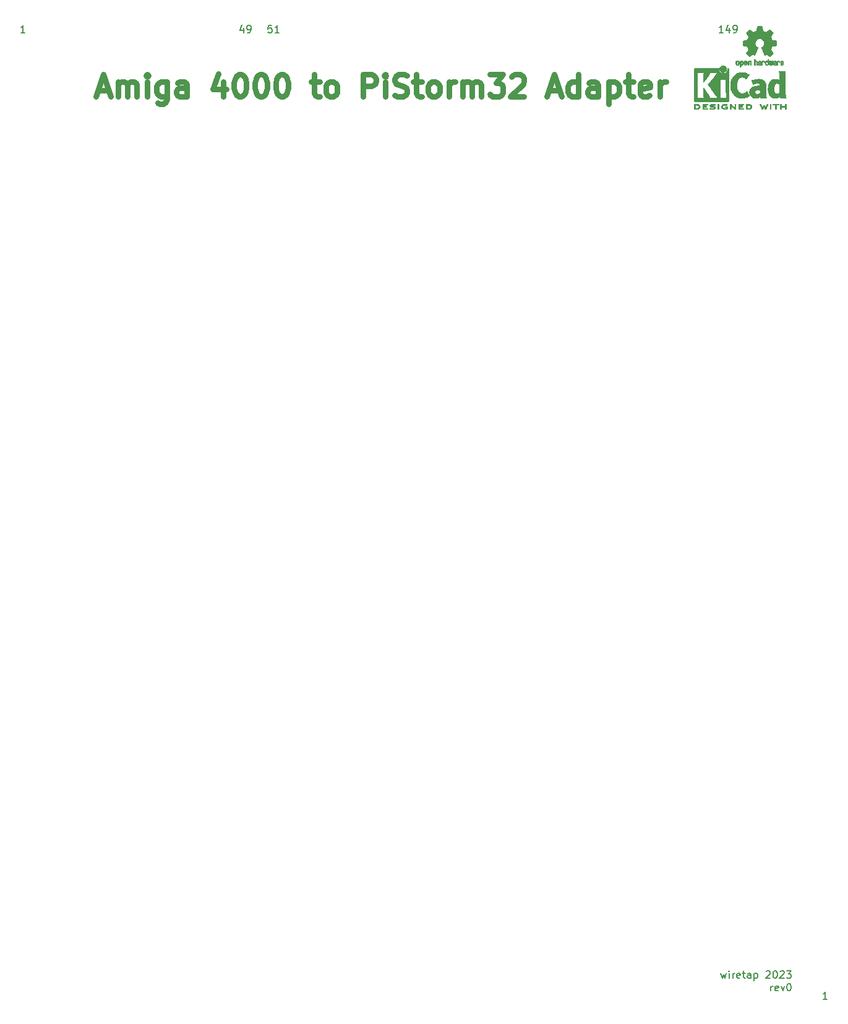
<source format=gbr>
%TF.GenerationSoftware,KiCad,Pcbnew,(5.1.6)-1*%
%TF.CreationDate,2023-02-01T13:27:27-05:00*%
%TF.ProjectId,A1200-adapter,41313230-302d-4616-9461-707465722e6b,rev?*%
%TF.SameCoordinates,Original*%
%TF.FileFunction,Legend,Top*%
%TF.FilePolarity,Positive*%
%FSLAX46Y46*%
G04 Gerber Fmt 4.6, Leading zero omitted, Abs format (unit mm)*
G04 Created by KiCad (PCBNEW (5.1.6)-1) date 2023-02-01 13:27:27*
%MOMM*%
%LPD*%
G01*
G04 APERTURE LIST*
%ADD10C,0.750000*%
%ADD11C,0.150000*%
%ADD12C,0.010000*%
G04 APERTURE END LIST*
D10*
X57871754Y-47937040D02*
X59300325Y-47937040D01*
X57586039Y-48794182D02*
X58586039Y-45794182D01*
X59586039Y-48794182D01*
X60586039Y-48794182D02*
X60586039Y-46794182D01*
X60586039Y-47079897D02*
X60728897Y-46937040D01*
X61014611Y-46794182D01*
X61443182Y-46794182D01*
X61728897Y-46937040D01*
X61871754Y-47222754D01*
X61871754Y-48794182D01*
X61871754Y-47222754D02*
X62014611Y-46937040D01*
X62300325Y-46794182D01*
X62728897Y-46794182D01*
X63014611Y-46937040D01*
X63157468Y-47222754D01*
X63157468Y-48794182D01*
X64586039Y-48794182D02*
X64586039Y-46794182D01*
X64586039Y-45794182D02*
X64443182Y-45937040D01*
X64586039Y-46079897D01*
X64728897Y-45937040D01*
X64586039Y-45794182D01*
X64586039Y-46079897D01*
X67300325Y-46794182D02*
X67300325Y-49222754D01*
X67157468Y-49508468D01*
X67014611Y-49651325D01*
X66728897Y-49794182D01*
X66300325Y-49794182D01*
X66014611Y-49651325D01*
X67300325Y-48651325D02*
X67014611Y-48794182D01*
X66443182Y-48794182D01*
X66157468Y-48651325D01*
X66014611Y-48508468D01*
X65871754Y-48222754D01*
X65871754Y-47365611D01*
X66014611Y-47079897D01*
X66157468Y-46937040D01*
X66443182Y-46794182D01*
X67014611Y-46794182D01*
X67300325Y-46937040D01*
X70014611Y-48794182D02*
X70014611Y-47222754D01*
X69871754Y-46937040D01*
X69586039Y-46794182D01*
X69014611Y-46794182D01*
X68728897Y-46937040D01*
X70014611Y-48651325D02*
X69728897Y-48794182D01*
X69014611Y-48794182D01*
X68728897Y-48651325D01*
X68586039Y-48365611D01*
X68586039Y-48079897D01*
X68728897Y-47794182D01*
X69014611Y-47651325D01*
X69728897Y-47651325D01*
X70014611Y-47508468D01*
X75014611Y-46794182D02*
X75014611Y-48794182D01*
X74300325Y-45651325D02*
X73586039Y-47794182D01*
X75443182Y-47794182D01*
X77157468Y-45794182D02*
X77443182Y-45794182D01*
X77728897Y-45937040D01*
X77871754Y-46079897D01*
X78014611Y-46365611D01*
X78157468Y-46937040D01*
X78157468Y-47651325D01*
X78014611Y-48222754D01*
X77871754Y-48508468D01*
X77728897Y-48651325D01*
X77443182Y-48794182D01*
X77157468Y-48794182D01*
X76871754Y-48651325D01*
X76728897Y-48508468D01*
X76586039Y-48222754D01*
X76443182Y-47651325D01*
X76443182Y-46937040D01*
X76586039Y-46365611D01*
X76728897Y-46079897D01*
X76871754Y-45937040D01*
X77157468Y-45794182D01*
X80014611Y-45794182D02*
X80300325Y-45794182D01*
X80586039Y-45937040D01*
X80728897Y-46079897D01*
X80871754Y-46365611D01*
X81014611Y-46937040D01*
X81014611Y-47651325D01*
X80871754Y-48222754D01*
X80728897Y-48508468D01*
X80586039Y-48651325D01*
X80300325Y-48794182D01*
X80014611Y-48794182D01*
X79728897Y-48651325D01*
X79586039Y-48508468D01*
X79443182Y-48222754D01*
X79300325Y-47651325D01*
X79300325Y-46937040D01*
X79443182Y-46365611D01*
X79586039Y-46079897D01*
X79728897Y-45937040D01*
X80014611Y-45794182D01*
X82871754Y-45794182D02*
X83157468Y-45794182D01*
X83443182Y-45937040D01*
X83586039Y-46079897D01*
X83728897Y-46365611D01*
X83871754Y-46937040D01*
X83871754Y-47651325D01*
X83728897Y-48222754D01*
X83586039Y-48508468D01*
X83443182Y-48651325D01*
X83157468Y-48794182D01*
X82871754Y-48794182D01*
X82586039Y-48651325D01*
X82443182Y-48508468D01*
X82300325Y-48222754D01*
X82157468Y-47651325D01*
X82157468Y-46937040D01*
X82300325Y-46365611D01*
X82443182Y-46079897D01*
X82586039Y-45937040D01*
X82871754Y-45794182D01*
X87014611Y-46794182D02*
X88157468Y-46794182D01*
X87443182Y-45794182D02*
X87443182Y-48365611D01*
X87586040Y-48651325D01*
X87871754Y-48794182D01*
X88157468Y-48794182D01*
X89586039Y-48794182D02*
X89300325Y-48651325D01*
X89157468Y-48508468D01*
X89014611Y-48222754D01*
X89014611Y-47365611D01*
X89157468Y-47079897D01*
X89300325Y-46937040D01*
X89586039Y-46794182D01*
X90014611Y-46794182D01*
X90300325Y-46937040D01*
X90443182Y-47079897D01*
X90586039Y-47365611D01*
X90586039Y-48222754D01*
X90443182Y-48508468D01*
X90300325Y-48651325D01*
X90014611Y-48794182D01*
X89586039Y-48794182D01*
X94157468Y-48794182D02*
X94157468Y-45794182D01*
X95300325Y-45794182D01*
X95586039Y-45937040D01*
X95728897Y-46079897D01*
X95871754Y-46365611D01*
X95871754Y-46794182D01*
X95728897Y-47079897D01*
X95586039Y-47222754D01*
X95300325Y-47365611D01*
X94157468Y-47365611D01*
X97157468Y-48794182D02*
X97157468Y-46794182D01*
X97157468Y-45794182D02*
X97014611Y-45937040D01*
X97157468Y-46079897D01*
X97300325Y-45937040D01*
X97157468Y-45794182D01*
X97157468Y-46079897D01*
X98443182Y-48651325D02*
X98871754Y-48794182D01*
X99586039Y-48794182D01*
X99871754Y-48651325D01*
X100014611Y-48508468D01*
X100157468Y-48222754D01*
X100157468Y-47937040D01*
X100014611Y-47651325D01*
X99871754Y-47508468D01*
X99586039Y-47365611D01*
X99014611Y-47222754D01*
X98728897Y-47079897D01*
X98586039Y-46937040D01*
X98443182Y-46651325D01*
X98443182Y-46365611D01*
X98586039Y-46079897D01*
X98728897Y-45937040D01*
X99014611Y-45794182D01*
X99728897Y-45794182D01*
X100157468Y-45937040D01*
X101014611Y-46794182D02*
X102157468Y-46794182D01*
X101443182Y-45794182D02*
X101443182Y-48365611D01*
X101586039Y-48651325D01*
X101871754Y-48794182D01*
X102157468Y-48794182D01*
X103586039Y-48794182D02*
X103300325Y-48651325D01*
X103157468Y-48508468D01*
X103014611Y-48222754D01*
X103014611Y-47365611D01*
X103157468Y-47079897D01*
X103300325Y-46937040D01*
X103586039Y-46794182D01*
X104014611Y-46794182D01*
X104300325Y-46937040D01*
X104443182Y-47079897D01*
X104586039Y-47365611D01*
X104586039Y-48222754D01*
X104443182Y-48508468D01*
X104300325Y-48651325D01*
X104014611Y-48794182D01*
X103586039Y-48794182D01*
X105871754Y-48794182D02*
X105871754Y-46794182D01*
X105871754Y-47365611D02*
X106014611Y-47079897D01*
X106157468Y-46937040D01*
X106443182Y-46794182D01*
X106728897Y-46794182D01*
X107728897Y-48794182D02*
X107728897Y-46794182D01*
X107728897Y-47079897D02*
X107871754Y-46937040D01*
X108157468Y-46794182D01*
X108586040Y-46794182D01*
X108871754Y-46937040D01*
X109014611Y-47222754D01*
X109014611Y-48794182D01*
X109014611Y-47222754D02*
X109157468Y-46937040D01*
X109443182Y-46794182D01*
X109871754Y-46794182D01*
X110157468Y-46937040D01*
X110300325Y-47222754D01*
X110300325Y-48794182D01*
X111443182Y-45794182D02*
X113300325Y-45794182D01*
X112300325Y-46937040D01*
X112728897Y-46937040D01*
X113014611Y-47079897D01*
X113157468Y-47222754D01*
X113300325Y-47508468D01*
X113300325Y-48222754D01*
X113157468Y-48508468D01*
X113014611Y-48651325D01*
X112728897Y-48794182D01*
X111871754Y-48794182D01*
X111586040Y-48651325D01*
X111443182Y-48508468D01*
X114443182Y-46079897D02*
X114586040Y-45937040D01*
X114871754Y-45794182D01*
X115586040Y-45794182D01*
X115871754Y-45937040D01*
X116014611Y-46079897D01*
X116157468Y-46365611D01*
X116157468Y-46651325D01*
X116014611Y-47079897D01*
X114300325Y-48794182D01*
X116157468Y-48794182D01*
X119586040Y-47937040D02*
X121014611Y-47937040D01*
X119300325Y-48794182D02*
X120300325Y-45794182D01*
X121300325Y-48794182D01*
X123586040Y-48794182D02*
X123586040Y-45794182D01*
X123586040Y-48651325D02*
X123300325Y-48794182D01*
X122728897Y-48794182D01*
X122443182Y-48651325D01*
X122300325Y-48508468D01*
X122157468Y-48222754D01*
X122157468Y-47365611D01*
X122300325Y-47079897D01*
X122443182Y-46937040D01*
X122728897Y-46794182D01*
X123300325Y-46794182D01*
X123586040Y-46937040D01*
X126300325Y-48794182D02*
X126300325Y-47222754D01*
X126157468Y-46937040D01*
X125871754Y-46794182D01*
X125300325Y-46794182D01*
X125014611Y-46937040D01*
X126300325Y-48651325D02*
X126014611Y-48794182D01*
X125300325Y-48794182D01*
X125014611Y-48651325D01*
X124871754Y-48365611D01*
X124871754Y-48079897D01*
X125014611Y-47794182D01*
X125300325Y-47651325D01*
X126014611Y-47651325D01*
X126300325Y-47508468D01*
X127728897Y-46794182D02*
X127728897Y-49794182D01*
X127728897Y-46937040D02*
X128014611Y-46794182D01*
X128586039Y-46794182D01*
X128871754Y-46937040D01*
X129014611Y-47079897D01*
X129157468Y-47365611D01*
X129157468Y-48222754D01*
X129014611Y-48508468D01*
X128871754Y-48651325D01*
X128586039Y-48794182D01*
X128014611Y-48794182D01*
X127728897Y-48651325D01*
X130014611Y-46794182D02*
X131157468Y-46794182D01*
X130443182Y-45794182D02*
X130443182Y-48365611D01*
X130586039Y-48651325D01*
X130871754Y-48794182D01*
X131157468Y-48794182D01*
X133300325Y-48651325D02*
X133014611Y-48794182D01*
X132443182Y-48794182D01*
X132157468Y-48651325D01*
X132014611Y-48365611D01*
X132014611Y-47222754D01*
X132157468Y-46937040D01*
X132443182Y-46794182D01*
X133014611Y-46794182D01*
X133300325Y-46937040D01*
X133443182Y-47222754D01*
X133443182Y-47508468D01*
X132014611Y-47794182D01*
X134728897Y-48794182D02*
X134728897Y-46794182D01*
X134728897Y-47365611D02*
X134871754Y-47079897D01*
X135014611Y-46937040D01*
X135300325Y-46794182D01*
X135586040Y-46794182D01*
D11*
X149955737Y-171104820D02*
X149955737Y-170438154D01*
X149955737Y-170628630D02*
X150003356Y-170533392D01*
X150050975Y-170485773D01*
X150146213Y-170438154D01*
X150241451Y-170438154D01*
X150955737Y-171057201D02*
X150860499Y-171104820D01*
X150670022Y-171104820D01*
X150574784Y-171057201D01*
X150527165Y-170961963D01*
X150527165Y-170581011D01*
X150574784Y-170485773D01*
X150670022Y-170438154D01*
X150860499Y-170438154D01*
X150955737Y-170485773D01*
X151003356Y-170581011D01*
X151003356Y-170676249D01*
X150527165Y-170771487D01*
X151336689Y-170438154D02*
X151574784Y-171104820D01*
X151812880Y-170438154D01*
X152384308Y-170104820D02*
X152479546Y-170104820D01*
X152574784Y-170152440D01*
X152622403Y-170200059D01*
X152670022Y-170295297D01*
X152717641Y-170485773D01*
X152717641Y-170723868D01*
X152670022Y-170914344D01*
X152622403Y-171009582D01*
X152574784Y-171057201D01*
X152479546Y-171104820D01*
X152384308Y-171104820D01*
X152289070Y-171057201D01*
X152241451Y-171009582D01*
X152193832Y-170914344D01*
X152146213Y-170723868D01*
X152146213Y-170485773D01*
X152193832Y-170295297D01*
X152241451Y-170200059D01*
X152289070Y-170152440D01*
X152384308Y-170104820D01*
X143096266Y-168690634D02*
X143286742Y-169357300D01*
X143477219Y-168881110D01*
X143667695Y-169357300D01*
X143858171Y-168690634D01*
X144239123Y-169357300D02*
X144239123Y-168690634D01*
X144239123Y-168357300D02*
X144191504Y-168404920D01*
X144239123Y-168452539D01*
X144286742Y-168404920D01*
X144239123Y-168357300D01*
X144239123Y-168452539D01*
X144715314Y-169357300D02*
X144715314Y-168690634D01*
X144715314Y-168881110D02*
X144762933Y-168785872D01*
X144810552Y-168738253D01*
X144905790Y-168690634D01*
X145001028Y-168690634D01*
X145715314Y-169309681D02*
X145620076Y-169357300D01*
X145429600Y-169357300D01*
X145334361Y-169309681D01*
X145286742Y-169214443D01*
X145286742Y-168833491D01*
X145334361Y-168738253D01*
X145429600Y-168690634D01*
X145620076Y-168690634D01*
X145715314Y-168738253D01*
X145762933Y-168833491D01*
X145762933Y-168928729D01*
X145286742Y-169023967D01*
X146048647Y-168690634D02*
X146429600Y-168690634D01*
X146191504Y-168357300D02*
X146191504Y-169214443D01*
X146239123Y-169309681D01*
X146334361Y-169357300D01*
X146429600Y-169357300D01*
X147191504Y-169357300D02*
X147191504Y-168833491D01*
X147143885Y-168738253D01*
X147048647Y-168690634D01*
X146858171Y-168690634D01*
X146762933Y-168738253D01*
X147191504Y-169309681D02*
X147096266Y-169357300D01*
X146858171Y-169357300D01*
X146762933Y-169309681D01*
X146715314Y-169214443D01*
X146715314Y-169119205D01*
X146762933Y-169023967D01*
X146858171Y-168976348D01*
X147096266Y-168976348D01*
X147191504Y-168928729D01*
X147667695Y-168690634D02*
X147667695Y-169690634D01*
X147667695Y-168738253D02*
X147762933Y-168690634D01*
X147953409Y-168690634D01*
X148048647Y-168738253D01*
X148096266Y-168785872D01*
X148143885Y-168881110D01*
X148143885Y-169166824D01*
X148096266Y-169262062D01*
X148048647Y-169309681D01*
X147953409Y-169357300D01*
X147762933Y-169357300D01*
X147667695Y-169309681D01*
X149286742Y-168452539D02*
X149334361Y-168404920D01*
X149429600Y-168357300D01*
X149667695Y-168357300D01*
X149762933Y-168404920D01*
X149810552Y-168452539D01*
X149858171Y-168547777D01*
X149858171Y-168643015D01*
X149810552Y-168785872D01*
X149239123Y-169357300D01*
X149858171Y-169357300D01*
X150477219Y-168357300D02*
X150572457Y-168357300D01*
X150667695Y-168404920D01*
X150715314Y-168452539D01*
X150762933Y-168547777D01*
X150810552Y-168738253D01*
X150810552Y-168976348D01*
X150762933Y-169166824D01*
X150715314Y-169262062D01*
X150667695Y-169309681D01*
X150572457Y-169357300D01*
X150477219Y-169357300D01*
X150381980Y-169309681D01*
X150334361Y-169262062D01*
X150286742Y-169166824D01*
X150239123Y-168976348D01*
X150239123Y-168738253D01*
X150286742Y-168547777D01*
X150334361Y-168452539D01*
X150381980Y-168404920D01*
X150477219Y-168357300D01*
X151191504Y-168452539D02*
X151239123Y-168404920D01*
X151334361Y-168357300D01*
X151572457Y-168357300D01*
X151667695Y-168404920D01*
X151715314Y-168452539D01*
X151762933Y-168547777D01*
X151762933Y-168643015D01*
X151715314Y-168785872D01*
X151143885Y-169357300D01*
X151762933Y-169357300D01*
X152096266Y-168357300D02*
X152715314Y-168357300D01*
X152381980Y-168738253D01*
X152524838Y-168738253D01*
X152620076Y-168785872D01*
X152667695Y-168833491D01*
X152715314Y-168928729D01*
X152715314Y-169166824D01*
X152667695Y-169262062D01*
X152620076Y-169309681D01*
X152524838Y-169357300D01*
X152239123Y-169357300D01*
X152143885Y-169309681D01*
X152096266Y-169262062D01*
X157659034Y-172227500D02*
X157087605Y-172227500D01*
X157373320Y-172227500D02*
X157373320Y-171227500D01*
X157278081Y-171370358D01*
X157182843Y-171465596D01*
X157087605Y-171513215D01*
D12*
%TO.C,Kicad-Logo*%
G36*
X142773400Y-45022614D02*
G01*
X142784265Y-45136553D01*
X142815882Y-45244176D01*
X142866785Y-45343175D01*
X142935507Y-45431244D01*
X143020581Y-45506076D01*
X143117568Y-45563944D01*
X143223836Y-45603565D01*
X143330850Y-45622133D01*
X143436500Y-45620994D01*
X143538675Y-45601490D01*
X143635266Y-45564966D01*
X143724162Y-45512765D01*
X143803254Y-45446233D01*
X143870431Y-45366712D01*
X143923583Y-45275547D01*
X143960601Y-45174083D01*
X143979373Y-45063662D01*
X143981311Y-45013766D01*
X143981311Y-44925827D01*
X144033240Y-44925827D01*
X144069547Y-44928671D01*
X144096445Y-44940471D01*
X144123551Y-44964209D01*
X144161933Y-45002591D01*
X144161933Y-47194162D01*
X144161924Y-47456299D01*
X144161892Y-47696801D01*
X144161828Y-47916608D01*
X144161724Y-48116661D01*
X144161573Y-48297904D01*
X144161366Y-48461276D01*
X144161094Y-48607720D01*
X144160750Y-48738177D01*
X144160326Y-48853589D01*
X144159813Y-48954898D01*
X144159203Y-49043044D01*
X144158488Y-49118970D01*
X144157660Y-49183617D01*
X144156711Y-49237927D01*
X144155633Y-49282840D01*
X144154417Y-49319300D01*
X144153055Y-49348247D01*
X144151539Y-49370623D01*
X144149862Y-49387369D01*
X144148014Y-49399428D01*
X144145987Y-49407740D01*
X144143775Y-49413247D01*
X144142692Y-49415097D01*
X144138529Y-49422109D01*
X144134995Y-49428556D01*
X144131165Y-49434460D01*
X144126118Y-49439846D01*
X144118929Y-49444738D01*
X144108677Y-49449158D01*
X144094436Y-49453132D01*
X144075286Y-49456681D01*
X144050301Y-49459830D01*
X144018560Y-49462602D01*
X143979138Y-49465021D01*
X143931114Y-49467111D01*
X143873563Y-49468895D01*
X143805563Y-49470397D01*
X143726190Y-49471640D01*
X143634521Y-49472649D01*
X143529634Y-49473445D01*
X143410604Y-49474054D01*
X143276510Y-49474499D01*
X143126427Y-49474803D01*
X142959433Y-49474990D01*
X142774604Y-49475084D01*
X142571017Y-49475108D01*
X142347750Y-49475085D01*
X142103878Y-49475040D01*
X141838479Y-49474997D01*
X141800096Y-49474992D01*
X141533118Y-49474949D01*
X141287798Y-49474878D01*
X141063217Y-49474773D01*
X140858455Y-49474626D01*
X140672594Y-49474429D01*
X140504712Y-49474176D01*
X140353892Y-49473860D01*
X140219213Y-49473473D01*
X140099756Y-49473007D01*
X139994601Y-49472457D01*
X139902829Y-49471813D01*
X139823521Y-49471071D01*
X139755757Y-49470221D01*
X139698618Y-49469257D01*
X139651183Y-49468171D01*
X139612534Y-49466957D01*
X139581751Y-49465607D01*
X139557915Y-49464115D01*
X139540106Y-49462471D01*
X139527405Y-49460671D01*
X139518892Y-49458705D01*
X139514534Y-49457037D01*
X139506072Y-49453466D01*
X139498303Y-49450830D01*
X139491198Y-49448194D01*
X139484727Y-49444622D01*
X139478861Y-49439181D01*
X139473571Y-49430935D01*
X139468826Y-49418950D01*
X139464598Y-49402291D01*
X139460857Y-49380023D01*
X139457573Y-49351212D01*
X139454717Y-49314923D01*
X139452260Y-49270221D01*
X139450171Y-49216171D01*
X139448422Y-49151839D01*
X139446983Y-49076290D01*
X139445824Y-48988590D01*
X139444917Y-48887803D01*
X139444231Y-48772994D01*
X139443737Y-48643230D01*
X139443405Y-48497575D01*
X139443207Y-48335095D01*
X139443113Y-48154855D01*
X139443092Y-47955920D01*
X139443115Y-47737356D01*
X139443154Y-47498228D01*
X139443178Y-47237600D01*
X139443178Y-47195449D01*
X139443164Y-46932552D01*
X139443139Y-46691292D01*
X139443129Y-46470725D01*
X139443158Y-46269912D01*
X139443252Y-46087909D01*
X139443438Y-45923776D01*
X139443741Y-45776571D01*
X139444186Y-45645352D01*
X139444766Y-45535427D01*
X139747603Y-45535427D01*
X139787393Y-45593271D01*
X139798564Y-45609039D01*
X139808634Y-45623001D01*
X139817662Y-45636344D01*
X139825703Y-45650253D01*
X139832814Y-45665916D01*
X139839053Y-45684518D01*
X139844475Y-45707246D01*
X139849138Y-45735287D01*
X139853099Y-45769827D01*
X139856415Y-45812052D01*
X139859141Y-45863149D01*
X139861336Y-45924304D01*
X139863055Y-45996704D01*
X139864356Y-46081535D01*
X139865295Y-46179982D01*
X139865930Y-46293234D01*
X139866316Y-46422476D01*
X139866512Y-46568894D01*
X139866573Y-46733676D01*
X139866557Y-46918007D01*
X139866520Y-47123073D01*
X139866511Y-47245693D01*
X139866535Y-47462642D01*
X139866569Y-47658202D01*
X139866557Y-47833559D01*
X139866442Y-47989901D01*
X139866170Y-48128417D01*
X139865682Y-48250294D01*
X139864924Y-48356720D01*
X139863838Y-48448882D01*
X139862369Y-48527969D01*
X139860460Y-48595168D01*
X139858056Y-48651667D01*
X139855099Y-48698653D01*
X139851534Y-48737315D01*
X139847305Y-48768840D01*
X139842354Y-48794415D01*
X139836627Y-48815230D01*
X139830067Y-48832471D01*
X139822617Y-48847325D01*
X139814221Y-48860982D01*
X139804824Y-48874629D01*
X139794368Y-48889453D01*
X139788277Y-48898343D01*
X139749504Y-48955960D01*
X140281068Y-48955960D01*
X140404317Y-48955925D01*
X140506813Y-48955775D01*
X140590380Y-48955438D01*
X140656844Y-48954846D01*
X140708029Y-48953927D01*
X140745759Y-48952611D01*
X140771860Y-48950829D01*
X140788156Y-48948511D01*
X140796472Y-48945586D01*
X140798632Y-48941984D01*
X140796461Y-48937635D01*
X140795265Y-48936205D01*
X140770115Y-48899133D01*
X140744217Y-48846332D01*
X140720608Y-48784330D01*
X140712339Y-48757917D01*
X140707722Y-48739976D01*
X140703821Y-48718915D01*
X140700552Y-48692649D01*
X140697834Y-48659092D01*
X140695585Y-48616159D01*
X140693723Y-48561764D01*
X140692164Y-48493822D01*
X140690828Y-48410248D01*
X140689631Y-48308955D01*
X140688492Y-48187860D01*
X140688115Y-48143160D01*
X140687098Y-48018009D01*
X140686340Y-47913642D01*
X140685897Y-47828267D01*
X140685830Y-47760093D01*
X140686195Y-47707325D01*
X140687052Y-47668174D01*
X140688459Y-47640845D01*
X140690475Y-47623546D01*
X140693157Y-47614486D01*
X140696564Y-47611872D01*
X140700756Y-47613911D01*
X140705229Y-47618227D01*
X140715584Y-47631162D01*
X140737642Y-47660236D01*
X140769843Y-47703319D01*
X140810626Y-47758278D01*
X140858430Y-47822983D01*
X140911695Y-47895302D01*
X140968860Y-47973104D01*
X141028363Y-48054258D01*
X141088645Y-48136632D01*
X141148145Y-48218096D01*
X141205302Y-48296517D01*
X141258555Y-48369764D01*
X141306343Y-48435707D01*
X141347107Y-48492214D01*
X141379284Y-48537153D01*
X141401315Y-48568394D01*
X141405883Y-48575026D01*
X141428804Y-48611929D01*
X141455612Y-48659919D01*
X141481011Y-48709457D01*
X141484232Y-48716137D01*
X141505910Y-48764332D01*
X141518496Y-48801894D01*
X141524226Y-48837720D01*
X141525344Y-48879760D01*
X141524710Y-48955960D01*
X142679149Y-48955960D01*
X142587985Y-48862229D01*
X142541188Y-48812335D01*
X142490901Y-48755855D01*
X142444856Y-48701586D01*
X142424431Y-48676233D01*
X142393993Y-48636688D01*
X142353938Y-48583476D01*
X142305439Y-48518227D01*
X142249665Y-48442571D01*
X142187789Y-48358137D01*
X142120981Y-48266554D01*
X142050413Y-48169452D01*
X141977255Y-48068461D01*
X141902679Y-47965210D01*
X141827856Y-47861328D01*
X141753957Y-47758445D01*
X141682154Y-47658191D01*
X141613616Y-47562196D01*
X141549516Y-47472087D01*
X141491025Y-47389496D01*
X141439314Y-47316052D01*
X141395553Y-47253384D01*
X141360915Y-47203121D01*
X141336570Y-47166894D01*
X141323689Y-47146331D01*
X141321931Y-47142228D01*
X141329890Y-47130902D01*
X141350685Y-47103722D01*
X141382953Y-47062389D01*
X141425330Y-47008604D01*
X141476453Y-46944066D01*
X141534959Y-46870478D01*
X141599486Y-46789538D01*
X141668669Y-46702948D01*
X141741147Y-46612408D01*
X141815554Y-46519620D01*
X141875283Y-46445262D01*
X142886289Y-46445262D01*
X142892198Y-46458219D01*
X142906528Y-46480468D01*
X142907575Y-46481951D01*
X142926362Y-46512104D01*
X142946009Y-46548935D01*
X142949908Y-46557071D01*
X142953444Y-46565500D01*
X142956570Y-46575619D01*
X142959314Y-46588820D01*
X142961708Y-46606498D01*
X142963781Y-46630044D01*
X142965565Y-46660853D01*
X142967088Y-46700317D01*
X142968381Y-46749829D01*
X142969474Y-46810783D01*
X142970397Y-46884571D01*
X142971181Y-46972588D01*
X142971855Y-47076225D01*
X142972450Y-47196876D01*
X142972995Y-47335934D01*
X142973521Y-47494792D01*
X142974055Y-47673649D01*
X142974594Y-47858767D01*
X142975028Y-48022705D01*
X142975291Y-48166863D01*
X142975316Y-48292639D01*
X142975035Y-48401431D01*
X142974381Y-48494637D01*
X142973286Y-48573657D01*
X142971682Y-48639888D01*
X142969503Y-48694730D01*
X142966681Y-48739581D01*
X142963149Y-48775838D01*
X142958839Y-48804901D01*
X142953683Y-48828169D01*
X142947615Y-48847039D01*
X142940567Y-48862911D01*
X142932471Y-48877182D01*
X142923260Y-48891251D01*
X142914760Y-48903718D01*
X142897624Y-48930012D01*
X142887478Y-48947597D01*
X142886289Y-48950817D01*
X142897196Y-48951894D01*
X142928389Y-48952895D01*
X142977577Y-48953795D01*
X143042467Y-48954570D01*
X143120770Y-48955197D01*
X143210193Y-48955651D01*
X143308444Y-48955909D01*
X143377355Y-48955960D01*
X143482348Y-48955740D01*
X143579190Y-48955108D01*
X143665693Y-48954109D01*
X143739668Y-48952787D01*
X143798926Y-48951186D01*
X143841280Y-48949351D01*
X143864540Y-48947325D01*
X143868422Y-48946053D01*
X143860724Y-48931151D01*
X143852726Y-48923120D01*
X143839554Y-48905994D01*
X143822315Y-48875743D01*
X143810393Y-48851182D01*
X143783755Y-48792271D01*
X143780680Y-47615405D01*
X143777605Y-46438538D01*
X143331947Y-46438538D01*
X143234130Y-46438702D01*
X143143736Y-46439171D01*
X143063170Y-46439907D01*
X142994838Y-46440876D01*
X142941144Y-46442040D01*
X142904495Y-46443363D01*
X142887296Y-46444809D01*
X142886289Y-46445262D01*
X141875283Y-46445262D01*
X141890530Y-46426282D01*
X141964710Y-46334097D01*
X142036731Y-46244764D01*
X142105231Y-46159984D01*
X142168845Y-46081458D01*
X142226212Y-46010886D01*
X142275967Y-45949969D01*
X142316748Y-45900407D01*
X142333912Y-45879738D01*
X142420204Y-45779076D01*
X142496803Y-45695819D01*
X142565617Y-45627998D01*
X142628552Y-45573649D01*
X142637933Y-45566282D01*
X142677444Y-45535677D01*
X141545684Y-45535427D01*
X141550973Y-45583404D01*
X141547670Y-45640748D01*
X141526139Y-45709023D01*
X141486165Y-45788772D01*
X141440857Y-45861055D01*
X141424639Y-45883700D01*
X141396586Y-45921256D01*
X141358370Y-45971581D01*
X141311663Y-46032533D01*
X141258139Y-46101971D01*
X141199469Y-46177754D01*
X141137325Y-46257740D01*
X141073379Y-46339788D01*
X141009305Y-46421756D01*
X140946773Y-46501503D01*
X140887457Y-46576887D01*
X140833029Y-46645767D01*
X140785161Y-46706002D01*
X140745525Y-46755449D01*
X140715794Y-46791968D01*
X140697639Y-46813418D01*
X140694580Y-46816716D01*
X140691721Y-46808709D01*
X140689507Y-46778415D01*
X140687943Y-46726116D01*
X140687033Y-46652091D01*
X140686780Y-46556623D01*
X140687187Y-46439994D01*
X140688096Y-46320005D01*
X140689418Y-46187893D01*
X140690943Y-46076154D01*
X140692919Y-45982585D01*
X140695594Y-45904979D01*
X140699218Y-45841134D01*
X140704039Y-45788843D01*
X140710306Y-45745904D01*
X140718268Y-45710111D01*
X140728173Y-45679260D01*
X140740269Y-45651146D01*
X140754807Y-45623565D01*
X140769489Y-45598526D01*
X140807486Y-45535427D01*
X139747603Y-45535427D01*
X139444766Y-45535427D01*
X139444799Y-45529177D01*
X139445605Y-45427104D01*
X139446630Y-45338193D01*
X139447900Y-45261501D01*
X139449440Y-45196087D01*
X139451276Y-45141009D01*
X139453433Y-45095325D01*
X139455937Y-45058094D01*
X139458813Y-45028373D01*
X139462087Y-45005222D01*
X139465785Y-44987699D01*
X139469931Y-44974861D01*
X139474553Y-44965768D01*
X139479674Y-44959478D01*
X139485322Y-44955048D01*
X139491521Y-44951538D01*
X139498296Y-44948005D01*
X139504292Y-44944436D01*
X139509525Y-44941860D01*
X139517701Y-44939532D01*
X139529914Y-44937438D01*
X139547259Y-44935567D01*
X139570831Y-44933907D01*
X139601723Y-44932444D01*
X139641032Y-44931168D01*
X139689850Y-44930064D01*
X139749273Y-44929121D01*
X139820396Y-44928327D01*
X139904312Y-44927669D01*
X140002117Y-44927135D01*
X140114906Y-44926713D01*
X140243771Y-44926389D01*
X140389809Y-44926152D01*
X140554114Y-44925990D01*
X140737780Y-44925890D01*
X140941903Y-44925840D01*
X141153047Y-44925827D01*
X142773400Y-44925827D01*
X142773400Y-45022614D01*
G37*
X142773400Y-45022614D02*
X142784265Y-45136553D01*
X142815882Y-45244176D01*
X142866785Y-45343175D01*
X142935507Y-45431244D01*
X143020581Y-45506076D01*
X143117568Y-45563944D01*
X143223836Y-45603565D01*
X143330850Y-45622133D01*
X143436500Y-45620994D01*
X143538675Y-45601490D01*
X143635266Y-45564966D01*
X143724162Y-45512765D01*
X143803254Y-45446233D01*
X143870431Y-45366712D01*
X143923583Y-45275547D01*
X143960601Y-45174083D01*
X143979373Y-45063662D01*
X143981311Y-45013766D01*
X143981311Y-44925827D01*
X144033240Y-44925827D01*
X144069547Y-44928671D01*
X144096445Y-44940471D01*
X144123551Y-44964209D01*
X144161933Y-45002591D01*
X144161933Y-47194162D01*
X144161924Y-47456299D01*
X144161892Y-47696801D01*
X144161828Y-47916608D01*
X144161724Y-48116661D01*
X144161573Y-48297904D01*
X144161366Y-48461276D01*
X144161094Y-48607720D01*
X144160750Y-48738177D01*
X144160326Y-48853589D01*
X144159813Y-48954898D01*
X144159203Y-49043044D01*
X144158488Y-49118970D01*
X144157660Y-49183617D01*
X144156711Y-49237927D01*
X144155633Y-49282840D01*
X144154417Y-49319300D01*
X144153055Y-49348247D01*
X144151539Y-49370623D01*
X144149862Y-49387369D01*
X144148014Y-49399428D01*
X144145987Y-49407740D01*
X144143775Y-49413247D01*
X144142692Y-49415097D01*
X144138529Y-49422109D01*
X144134995Y-49428556D01*
X144131165Y-49434460D01*
X144126118Y-49439846D01*
X144118929Y-49444738D01*
X144108677Y-49449158D01*
X144094436Y-49453132D01*
X144075286Y-49456681D01*
X144050301Y-49459830D01*
X144018560Y-49462602D01*
X143979138Y-49465021D01*
X143931114Y-49467111D01*
X143873563Y-49468895D01*
X143805563Y-49470397D01*
X143726190Y-49471640D01*
X143634521Y-49472649D01*
X143529634Y-49473445D01*
X143410604Y-49474054D01*
X143276510Y-49474499D01*
X143126427Y-49474803D01*
X142959433Y-49474990D01*
X142774604Y-49475084D01*
X142571017Y-49475108D01*
X142347750Y-49475085D01*
X142103878Y-49475040D01*
X141838479Y-49474997D01*
X141800096Y-49474992D01*
X141533118Y-49474949D01*
X141287798Y-49474878D01*
X141063217Y-49474773D01*
X140858455Y-49474626D01*
X140672594Y-49474429D01*
X140504712Y-49474176D01*
X140353892Y-49473860D01*
X140219213Y-49473473D01*
X140099756Y-49473007D01*
X139994601Y-49472457D01*
X139902829Y-49471813D01*
X139823521Y-49471071D01*
X139755757Y-49470221D01*
X139698618Y-49469257D01*
X139651183Y-49468171D01*
X139612534Y-49466957D01*
X139581751Y-49465607D01*
X139557915Y-49464115D01*
X139540106Y-49462471D01*
X139527405Y-49460671D01*
X139518892Y-49458705D01*
X139514534Y-49457037D01*
X139506072Y-49453466D01*
X139498303Y-49450830D01*
X139491198Y-49448194D01*
X139484727Y-49444622D01*
X139478861Y-49439181D01*
X139473571Y-49430935D01*
X139468826Y-49418950D01*
X139464598Y-49402291D01*
X139460857Y-49380023D01*
X139457573Y-49351212D01*
X139454717Y-49314923D01*
X139452260Y-49270221D01*
X139450171Y-49216171D01*
X139448422Y-49151839D01*
X139446983Y-49076290D01*
X139445824Y-48988590D01*
X139444917Y-48887803D01*
X139444231Y-48772994D01*
X139443737Y-48643230D01*
X139443405Y-48497575D01*
X139443207Y-48335095D01*
X139443113Y-48154855D01*
X139443092Y-47955920D01*
X139443115Y-47737356D01*
X139443154Y-47498228D01*
X139443178Y-47237600D01*
X139443178Y-47195449D01*
X139443164Y-46932552D01*
X139443139Y-46691292D01*
X139443129Y-46470725D01*
X139443158Y-46269912D01*
X139443252Y-46087909D01*
X139443438Y-45923776D01*
X139443741Y-45776571D01*
X139444186Y-45645352D01*
X139444766Y-45535427D01*
X139747603Y-45535427D01*
X139787393Y-45593271D01*
X139798564Y-45609039D01*
X139808634Y-45623001D01*
X139817662Y-45636344D01*
X139825703Y-45650253D01*
X139832814Y-45665916D01*
X139839053Y-45684518D01*
X139844475Y-45707246D01*
X139849138Y-45735287D01*
X139853099Y-45769827D01*
X139856415Y-45812052D01*
X139859141Y-45863149D01*
X139861336Y-45924304D01*
X139863055Y-45996704D01*
X139864356Y-46081535D01*
X139865295Y-46179982D01*
X139865930Y-46293234D01*
X139866316Y-46422476D01*
X139866512Y-46568894D01*
X139866573Y-46733676D01*
X139866557Y-46918007D01*
X139866520Y-47123073D01*
X139866511Y-47245693D01*
X139866535Y-47462642D01*
X139866569Y-47658202D01*
X139866557Y-47833559D01*
X139866442Y-47989901D01*
X139866170Y-48128417D01*
X139865682Y-48250294D01*
X139864924Y-48356720D01*
X139863838Y-48448882D01*
X139862369Y-48527969D01*
X139860460Y-48595168D01*
X139858056Y-48651667D01*
X139855099Y-48698653D01*
X139851534Y-48737315D01*
X139847305Y-48768840D01*
X139842354Y-48794415D01*
X139836627Y-48815230D01*
X139830067Y-48832471D01*
X139822617Y-48847325D01*
X139814221Y-48860982D01*
X139804824Y-48874629D01*
X139794368Y-48889453D01*
X139788277Y-48898343D01*
X139749504Y-48955960D01*
X140281068Y-48955960D01*
X140404317Y-48955925D01*
X140506813Y-48955775D01*
X140590380Y-48955438D01*
X140656844Y-48954846D01*
X140708029Y-48953927D01*
X140745759Y-48952611D01*
X140771860Y-48950829D01*
X140788156Y-48948511D01*
X140796472Y-48945586D01*
X140798632Y-48941984D01*
X140796461Y-48937635D01*
X140795265Y-48936205D01*
X140770115Y-48899133D01*
X140744217Y-48846332D01*
X140720608Y-48784330D01*
X140712339Y-48757917D01*
X140707722Y-48739976D01*
X140703821Y-48718915D01*
X140700552Y-48692649D01*
X140697834Y-48659092D01*
X140695585Y-48616159D01*
X140693723Y-48561764D01*
X140692164Y-48493822D01*
X140690828Y-48410248D01*
X140689631Y-48308955D01*
X140688492Y-48187860D01*
X140688115Y-48143160D01*
X140687098Y-48018009D01*
X140686340Y-47913642D01*
X140685897Y-47828267D01*
X140685830Y-47760093D01*
X140686195Y-47707325D01*
X140687052Y-47668174D01*
X140688459Y-47640845D01*
X140690475Y-47623546D01*
X140693157Y-47614486D01*
X140696564Y-47611872D01*
X140700756Y-47613911D01*
X140705229Y-47618227D01*
X140715584Y-47631162D01*
X140737642Y-47660236D01*
X140769843Y-47703319D01*
X140810626Y-47758278D01*
X140858430Y-47822983D01*
X140911695Y-47895302D01*
X140968860Y-47973104D01*
X141028363Y-48054258D01*
X141088645Y-48136632D01*
X141148145Y-48218096D01*
X141205302Y-48296517D01*
X141258555Y-48369764D01*
X141306343Y-48435707D01*
X141347107Y-48492214D01*
X141379284Y-48537153D01*
X141401315Y-48568394D01*
X141405883Y-48575026D01*
X141428804Y-48611929D01*
X141455612Y-48659919D01*
X141481011Y-48709457D01*
X141484232Y-48716137D01*
X141505910Y-48764332D01*
X141518496Y-48801894D01*
X141524226Y-48837720D01*
X141525344Y-48879760D01*
X141524710Y-48955960D01*
X142679149Y-48955960D01*
X142587985Y-48862229D01*
X142541188Y-48812335D01*
X142490901Y-48755855D01*
X142444856Y-48701586D01*
X142424431Y-48676233D01*
X142393993Y-48636688D01*
X142353938Y-48583476D01*
X142305439Y-48518227D01*
X142249665Y-48442571D01*
X142187789Y-48358137D01*
X142120981Y-48266554D01*
X142050413Y-48169452D01*
X141977255Y-48068461D01*
X141902679Y-47965210D01*
X141827856Y-47861328D01*
X141753957Y-47758445D01*
X141682154Y-47658191D01*
X141613616Y-47562196D01*
X141549516Y-47472087D01*
X141491025Y-47389496D01*
X141439314Y-47316052D01*
X141395553Y-47253384D01*
X141360915Y-47203121D01*
X141336570Y-47166894D01*
X141323689Y-47146331D01*
X141321931Y-47142228D01*
X141329890Y-47130902D01*
X141350685Y-47103722D01*
X141382953Y-47062389D01*
X141425330Y-47008604D01*
X141476453Y-46944066D01*
X141534959Y-46870478D01*
X141599486Y-46789538D01*
X141668669Y-46702948D01*
X141741147Y-46612408D01*
X141815554Y-46519620D01*
X141875283Y-46445262D01*
X142886289Y-46445262D01*
X142892198Y-46458219D01*
X142906528Y-46480468D01*
X142907575Y-46481951D01*
X142926362Y-46512104D01*
X142946009Y-46548935D01*
X142949908Y-46557071D01*
X142953444Y-46565500D01*
X142956570Y-46575619D01*
X142959314Y-46588820D01*
X142961708Y-46606498D01*
X142963781Y-46630044D01*
X142965565Y-46660853D01*
X142967088Y-46700317D01*
X142968381Y-46749829D01*
X142969474Y-46810783D01*
X142970397Y-46884571D01*
X142971181Y-46972588D01*
X142971855Y-47076225D01*
X142972450Y-47196876D01*
X142972995Y-47335934D01*
X142973521Y-47494792D01*
X142974055Y-47673649D01*
X142974594Y-47858767D01*
X142975028Y-48022705D01*
X142975291Y-48166863D01*
X142975316Y-48292639D01*
X142975035Y-48401431D01*
X142974381Y-48494637D01*
X142973286Y-48573657D01*
X142971682Y-48639888D01*
X142969503Y-48694730D01*
X142966681Y-48739581D01*
X142963149Y-48775838D01*
X142958839Y-48804901D01*
X142953683Y-48828169D01*
X142947615Y-48847039D01*
X142940567Y-48862911D01*
X142932471Y-48877182D01*
X142923260Y-48891251D01*
X142914760Y-48903718D01*
X142897624Y-48930012D01*
X142887478Y-48947597D01*
X142886289Y-48950817D01*
X142897196Y-48951894D01*
X142928389Y-48952895D01*
X142977577Y-48953795D01*
X143042467Y-48954570D01*
X143120770Y-48955197D01*
X143210193Y-48955651D01*
X143308444Y-48955909D01*
X143377355Y-48955960D01*
X143482348Y-48955740D01*
X143579190Y-48955108D01*
X143665693Y-48954109D01*
X143739668Y-48952787D01*
X143798926Y-48951186D01*
X143841280Y-48949351D01*
X143864540Y-48947325D01*
X143868422Y-48946053D01*
X143860724Y-48931151D01*
X143852726Y-48923120D01*
X143839554Y-48905994D01*
X143822315Y-48875743D01*
X143810393Y-48851182D01*
X143783755Y-48792271D01*
X143780680Y-47615405D01*
X143777605Y-46438538D01*
X143331947Y-46438538D01*
X143234130Y-46438702D01*
X143143736Y-46439171D01*
X143063170Y-46439907D01*
X142994838Y-46440876D01*
X142941144Y-46442040D01*
X142904495Y-46443363D01*
X142887296Y-46444809D01*
X142886289Y-46445262D01*
X141875283Y-46445262D01*
X141890530Y-46426282D01*
X141964710Y-46334097D01*
X142036731Y-46244764D01*
X142105231Y-46159984D01*
X142168845Y-46081458D01*
X142226212Y-46010886D01*
X142275967Y-45949969D01*
X142316748Y-45900407D01*
X142333912Y-45879738D01*
X142420204Y-45779076D01*
X142496803Y-45695819D01*
X142565617Y-45627998D01*
X142628552Y-45573649D01*
X142637933Y-45566282D01*
X142677444Y-45535677D01*
X141545684Y-45535427D01*
X141550973Y-45583404D01*
X141547670Y-45640748D01*
X141526139Y-45709023D01*
X141486165Y-45788772D01*
X141440857Y-45861055D01*
X141424639Y-45883700D01*
X141396586Y-45921256D01*
X141358370Y-45971581D01*
X141311663Y-46032533D01*
X141258139Y-46101971D01*
X141199469Y-46177754D01*
X141137325Y-46257740D01*
X141073379Y-46339788D01*
X141009305Y-46421756D01*
X140946773Y-46501503D01*
X140887457Y-46576887D01*
X140833029Y-46645767D01*
X140785161Y-46706002D01*
X140745525Y-46755449D01*
X140715794Y-46791968D01*
X140697639Y-46813418D01*
X140694580Y-46816716D01*
X140691721Y-46808709D01*
X140689507Y-46778415D01*
X140687943Y-46726116D01*
X140687033Y-46652091D01*
X140686780Y-46556623D01*
X140687187Y-46439994D01*
X140688096Y-46320005D01*
X140689418Y-46187893D01*
X140690943Y-46076154D01*
X140692919Y-45982585D01*
X140695594Y-45904979D01*
X140699218Y-45841134D01*
X140704039Y-45788843D01*
X140710306Y-45745904D01*
X140718268Y-45710111D01*
X140728173Y-45679260D01*
X140740269Y-45651146D01*
X140754807Y-45623565D01*
X140769489Y-45598526D01*
X140807486Y-45535427D01*
X139747603Y-45535427D01*
X139444766Y-45535427D01*
X139444799Y-45529177D01*
X139445605Y-45427104D01*
X139446630Y-45338193D01*
X139447900Y-45261501D01*
X139449440Y-45196087D01*
X139451276Y-45141009D01*
X139453433Y-45095325D01*
X139455937Y-45058094D01*
X139458813Y-45028373D01*
X139462087Y-45005222D01*
X139465785Y-44987699D01*
X139469931Y-44974861D01*
X139474553Y-44965768D01*
X139479674Y-44959478D01*
X139485322Y-44955048D01*
X139491521Y-44951538D01*
X139498296Y-44948005D01*
X139504292Y-44944436D01*
X139509525Y-44941860D01*
X139517701Y-44939532D01*
X139529914Y-44937438D01*
X139547259Y-44935567D01*
X139570831Y-44933907D01*
X139601723Y-44932444D01*
X139641032Y-44931168D01*
X139689850Y-44930064D01*
X139749273Y-44929121D01*
X139820396Y-44928327D01*
X139904312Y-44927669D01*
X140002117Y-44927135D01*
X140114906Y-44926713D01*
X140243771Y-44926389D01*
X140389809Y-44926152D01*
X140554114Y-44925990D01*
X140737780Y-44925890D01*
X140941903Y-44925840D01*
X141153047Y-44925827D01*
X142773400Y-44925827D01*
X142773400Y-45022614D01*
G36*
X146048229Y-45482631D02*
G01*
X146208370Y-45503805D01*
X146372310Y-45543945D01*
X146542113Y-45603449D01*
X146719843Y-45682714D01*
X146731110Y-45688259D01*
X146788805Y-45716285D01*
X146840352Y-45740362D01*
X146881991Y-45758809D01*
X146909962Y-45769946D01*
X146919533Y-45772493D01*
X146938750Y-45777501D01*
X146943361Y-45781707D01*
X146938258Y-45792140D01*
X146922218Y-45818428D01*
X146897088Y-45857817D01*
X146864714Y-45907551D01*
X146826943Y-45964875D01*
X146785622Y-46027036D01*
X146742598Y-46091278D01*
X146699717Y-46154845D01*
X146658826Y-46214985D01*
X146621771Y-46268940D01*
X146590400Y-46313957D01*
X146566559Y-46347281D01*
X146552094Y-46366157D01*
X146550109Y-46368347D01*
X146539991Y-46363698D01*
X146517650Y-46346522D01*
X146487080Y-46320000D01*
X146471336Y-46305524D01*
X146374847Y-46230242D01*
X146268136Y-46174801D01*
X146152632Y-46139701D01*
X146029762Y-46125440D01*
X145960361Y-46126611D01*
X145839223Y-46143772D01*
X145730005Y-46179654D01*
X145632382Y-46234519D01*
X145546028Y-46308630D01*
X145470615Y-46402248D01*
X145405818Y-46515636D01*
X145368401Y-46602227D01*
X145324548Y-46737926D01*
X145292228Y-46885410D01*
X145271357Y-47040874D01*
X145261851Y-47200516D01*
X145263627Y-47360533D01*
X145276603Y-47517121D01*
X145300694Y-47666478D01*
X145335818Y-47804800D01*
X145381892Y-47928284D01*
X145398173Y-47962538D01*
X145466420Y-48076624D01*
X145546879Y-48173117D01*
X145638370Y-48251230D01*
X145739711Y-48310177D01*
X145849720Y-48349172D01*
X145967215Y-48367428D01*
X146008683Y-48368771D01*
X146130241Y-48357850D01*
X146250678Y-48325034D01*
X146368466Y-48270999D01*
X146482077Y-48196425D01*
X146573485Y-48118099D01*
X146620015Y-48073568D01*
X146801283Y-48370831D01*
X146846380Y-48444993D01*
X146887619Y-48513206D01*
X146923535Y-48573019D01*
X146952666Y-48621980D01*
X146973550Y-48657639D01*
X146984724Y-48677544D01*
X146986175Y-48680639D01*
X146977946Y-48690278D01*
X146952367Y-48707559D01*
X146912673Y-48730843D01*
X146862097Y-48758494D01*
X146803874Y-48788875D01*
X146741237Y-48820350D01*
X146677421Y-48851282D01*
X146615660Y-48880033D01*
X146559188Y-48904968D01*
X146511238Y-48924449D01*
X146487786Y-48932878D01*
X146354021Y-48970693D01*
X146216127Y-48995696D01*
X146068422Y-49008700D01*
X145941633Y-49011028D01*
X145873678Y-49009933D01*
X145808077Y-49007835D01*
X145750647Y-49004994D01*
X145707203Y-49001666D01*
X145693098Y-48999982D01*
X145554084Y-48971147D01*
X145412557Y-48926028D01*
X145275075Y-48867310D01*
X145148194Y-48797680D01*
X145070689Y-48745001D01*
X144943281Y-48636799D01*
X144824978Y-48510231D01*
X144717972Y-48368426D01*
X144624452Y-48214511D01*
X144546610Y-48051613D01*
X144502756Y-47934316D01*
X144452508Y-47750688D01*
X144419009Y-47556141D01*
X144402249Y-47354885D01*
X144402216Y-47151128D01*
X144418901Y-46949081D01*
X144452293Y-46752952D01*
X144502380Y-46566951D01*
X144506197Y-46555363D01*
X144569081Y-46393310D01*
X144645828Y-46245392D01*
X144739042Y-46107425D01*
X144851327Y-45975221D01*
X144895192Y-45929959D01*
X145031334Y-45806017D01*
X145171291Y-45703475D01*
X145317211Y-45621216D01*
X145471242Y-45558124D01*
X145635532Y-45513083D01*
X145731089Y-45495593D01*
X145889823Y-45480026D01*
X146048229Y-45482631D01*
G37*
X146048229Y-45482631D02*
X146208370Y-45503805D01*
X146372310Y-45543945D01*
X146542113Y-45603449D01*
X146719843Y-45682714D01*
X146731110Y-45688259D01*
X146788805Y-45716285D01*
X146840352Y-45740362D01*
X146881991Y-45758809D01*
X146909962Y-45769946D01*
X146919533Y-45772493D01*
X146938750Y-45777501D01*
X146943361Y-45781707D01*
X146938258Y-45792140D01*
X146922218Y-45818428D01*
X146897088Y-45857817D01*
X146864714Y-45907551D01*
X146826943Y-45964875D01*
X146785622Y-46027036D01*
X146742598Y-46091278D01*
X146699717Y-46154845D01*
X146658826Y-46214985D01*
X146621771Y-46268940D01*
X146590400Y-46313957D01*
X146566559Y-46347281D01*
X146552094Y-46366157D01*
X146550109Y-46368347D01*
X146539991Y-46363698D01*
X146517650Y-46346522D01*
X146487080Y-46320000D01*
X146471336Y-46305524D01*
X146374847Y-46230242D01*
X146268136Y-46174801D01*
X146152632Y-46139701D01*
X146029762Y-46125440D01*
X145960361Y-46126611D01*
X145839223Y-46143772D01*
X145730005Y-46179654D01*
X145632382Y-46234519D01*
X145546028Y-46308630D01*
X145470615Y-46402248D01*
X145405818Y-46515636D01*
X145368401Y-46602227D01*
X145324548Y-46737926D01*
X145292228Y-46885410D01*
X145271357Y-47040874D01*
X145261851Y-47200516D01*
X145263627Y-47360533D01*
X145276603Y-47517121D01*
X145300694Y-47666478D01*
X145335818Y-47804800D01*
X145381892Y-47928284D01*
X145398173Y-47962538D01*
X145466420Y-48076624D01*
X145546879Y-48173117D01*
X145638370Y-48251230D01*
X145739711Y-48310177D01*
X145849720Y-48349172D01*
X145967215Y-48367428D01*
X146008683Y-48368771D01*
X146130241Y-48357850D01*
X146250678Y-48325034D01*
X146368466Y-48270999D01*
X146482077Y-48196425D01*
X146573485Y-48118099D01*
X146620015Y-48073568D01*
X146801283Y-48370831D01*
X146846380Y-48444993D01*
X146887619Y-48513206D01*
X146923535Y-48573019D01*
X146952666Y-48621980D01*
X146973550Y-48657639D01*
X146984724Y-48677544D01*
X146986175Y-48680639D01*
X146977946Y-48690278D01*
X146952367Y-48707559D01*
X146912673Y-48730843D01*
X146862097Y-48758494D01*
X146803874Y-48788875D01*
X146741237Y-48820350D01*
X146677421Y-48851282D01*
X146615660Y-48880033D01*
X146559188Y-48904968D01*
X146511238Y-48924449D01*
X146487786Y-48932878D01*
X146354021Y-48970693D01*
X146216127Y-48995696D01*
X146068422Y-49008700D01*
X145941633Y-49011028D01*
X145873678Y-49009933D01*
X145808077Y-49007835D01*
X145750647Y-49004994D01*
X145707203Y-49001666D01*
X145693098Y-48999982D01*
X145554084Y-48971147D01*
X145412557Y-48926028D01*
X145275075Y-48867310D01*
X145148194Y-48797680D01*
X145070689Y-48745001D01*
X144943281Y-48636799D01*
X144824978Y-48510231D01*
X144717972Y-48368426D01*
X144624452Y-48214511D01*
X144546610Y-48051613D01*
X144502756Y-47934316D01*
X144452508Y-47750688D01*
X144419009Y-47556141D01*
X144402249Y-47354885D01*
X144402216Y-47151128D01*
X144418901Y-46949081D01*
X144452293Y-46752952D01*
X144502380Y-46566951D01*
X144506197Y-46555363D01*
X144569081Y-46393310D01*
X144645828Y-46245392D01*
X144739042Y-46107425D01*
X144851327Y-45975221D01*
X144895192Y-45929959D01*
X145031334Y-45806017D01*
X145171291Y-45703475D01*
X145317211Y-45621216D01*
X145471242Y-45558124D01*
X145635532Y-45513083D01*
X145731089Y-45495593D01*
X145889823Y-45480026D01*
X146048229Y-45482631D01*
G36*
X148393374Y-46400112D02*
G01*
X148545292Y-46420127D01*
X148680556Y-46453762D01*
X148800039Y-46501285D01*
X148904615Y-46562965D01*
X148982224Y-46626525D01*
X149051065Y-46700659D01*
X149104806Y-46780431D01*
X149147710Y-46872651D01*
X149163184Y-46915721D01*
X149176044Y-46954702D01*
X149187246Y-46990849D01*
X149196920Y-47025994D01*
X149205196Y-47061970D01*
X149212203Y-47100610D01*
X149218072Y-47143745D01*
X149222931Y-47193209D01*
X149226910Y-47250833D01*
X149230140Y-47318451D01*
X149232749Y-47397894D01*
X149234867Y-47490996D01*
X149236624Y-47599587D01*
X149238149Y-47725502D01*
X149239572Y-47870572D01*
X149240825Y-48013338D01*
X149242151Y-48169528D01*
X149243356Y-48304799D01*
X149244566Y-48420806D01*
X149245906Y-48519205D01*
X149247500Y-48601653D01*
X149249475Y-48669806D01*
X149251956Y-48725320D01*
X149255069Y-48769852D01*
X149258938Y-48805058D01*
X149263689Y-48832594D01*
X149269448Y-48854116D01*
X149276339Y-48871282D01*
X149284489Y-48885746D01*
X149294023Y-48899166D01*
X149305066Y-48913198D01*
X149309366Y-48918631D01*
X149325186Y-48941470D01*
X149332222Y-48957023D01*
X149332244Y-48957482D01*
X149321367Y-48959681D01*
X149290382Y-48961707D01*
X149241757Y-48963502D01*
X149177963Y-48965011D01*
X149101469Y-48966176D01*
X149014744Y-48966940D01*
X148920257Y-48967246D01*
X148909350Y-48967249D01*
X148486457Y-48967249D01*
X148483195Y-48871182D01*
X148479933Y-48775116D01*
X148417844Y-48826103D01*
X148320514Y-48893617D01*
X148210613Y-48948309D01*
X148124149Y-48978538D01*
X148055078Y-48993226D01*
X147971725Y-49003219D01*
X147881959Y-49008206D01*
X147793645Y-49007873D01*
X147714651Y-49001911D01*
X147678422Y-48996198D01*
X147538403Y-48958336D01*
X147411978Y-48903492D01*
X147300060Y-48832484D01*
X147203562Y-48746128D01*
X147123400Y-48645239D01*
X147060487Y-48530636D01*
X147016112Y-48404544D01*
X147003778Y-48347961D01*
X146996168Y-48285762D01*
X146992539Y-48210923D01*
X146992045Y-48177027D01*
X146992110Y-48173842D01*
X147752048Y-48173842D01*
X147761341Y-48248893D01*
X147789528Y-48312720D01*
X147837997Y-48368358D01*
X147843054Y-48372771D01*
X147891348Y-48407597D01*
X147943057Y-48430180D01*
X148003789Y-48442100D01*
X148079152Y-48444943D01*
X148097259Y-48444538D01*
X148151078Y-48441885D01*
X148191108Y-48436469D01*
X148226124Y-48426305D01*
X148264903Y-48409410D01*
X148275545Y-48404232D01*
X148336196Y-48368404D01*
X148383015Y-48325772D01*
X148395752Y-48310533D01*
X148440422Y-48254022D01*
X148440422Y-48058146D01*
X148439886Y-47979499D01*
X148438196Y-47921548D01*
X148435228Y-47882435D01*
X148430857Y-47860301D01*
X148426772Y-47853834D01*
X148410847Y-47850671D01*
X148377064Y-47848048D01*
X148330140Y-47846215D01*
X148274793Y-47845417D01*
X148265906Y-47845402D01*
X148145130Y-47850656D01*
X148042460Y-47866823D01*
X147955906Y-47894521D01*
X147883481Y-47934368D01*
X147828551Y-47981318D01*
X147784004Y-48039205D01*
X147759280Y-48102253D01*
X147752048Y-48173842D01*
X146992110Y-48173842D01*
X146993978Y-48083272D01*
X147002322Y-48004372D01*
X147018568Y-47933150D01*
X147044205Y-47862424D01*
X147068201Y-47810053D01*
X147126820Y-47714756D01*
X147204917Y-47626730D01*
X147300115Y-47547577D01*
X147410038Y-47478900D01*
X147532310Y-47422301D01*
X147664555Y-47379381D01*
X147729222Y-47364442D01*
X147865404Y-47342337D01*
X148013849Y-47327754D01*
X148165305Y-47321373D01*
X148291864Y-47323005D01*
X148453750Y-47329784D01*
X148446330Y-47270805D01*
X148427038Y-47171652D01*
X148395904Y-47090932D01*
X148352069Y-47028026D01*
X148294671Y-46982316D01*
X148222848Y-46953182D01*
X148135741Y-46940007D01*
X148032486Y-46942171D01*
X147994511Y-46946172D01*
X147853320Y-46971340D01*
X147716507Y-47012374D01*
X147621978Y-47050375D01*
X147576818Y-47069750D01*
X147538385Y-47085320D01*
X147512034Y-47094965D01*
X147504346Y-47097012D01*
X147494602Y-47087934D01*
X147477883Y-47058965D01*
X147454032Y-47009777D01*
X147422893Y-46940044D01*
X147384307Y-46849439D01*
X147377710Y-46833649D01*
X147347653Y-46761332D01*
X147320674Y-46695985D01*
X147297936Y-46640466D01*
X147280606Y-46597632D01*
X147269848Y-46570341D01*
X147266741Y-46561502D01*
X147276740Y-46556747D01*
X147303017Y-46551470D01*
X147331289Y-46547791D01*
X147361446Y-46543034D01*
X147409233Y-46533588D01*
X147470412Y-46520380D01*
X147540746Y-46504336D01*
X147615994Y-46486380D01*
X147644555Y-46479357D01*
X147749616Y-46453769D01*
X147837280Y-46433707D01*
X147911868Y-46418529D01*
X147977703Y-46407595D01*
X148039107Y-46400264D01*
X148100402Y-46395895D01*
X148165910Y-46393847D01*
X148223928Y-46393449D01*
X148393374Y-46400112D01*
G37*
X148393374Y-46400112D02*
X148545292Y-46420127D01*
X148680556Y-46453762D01*
X148800039Y-46501285D01*
X148904615Y-46562965D01*
X148982224Y-46626525D01*
X149051065Y-46700659D01*
X149104806Y-46780431D01*
X149147710Y-46872651D01*
X149163184Y-46915721D01*
X149176044Y-46954702D01*
X149187246Y-46990849D01*
X149196920Y-47025994D01*
X149205196Y-47061970D01*
X149212203Y-47100610D01*
X149218072Y-47143745D01*
X149222931Y-47193209D01*
X149226910Y-47250833D01*
X149230140Y-47318451D01*
X149232749Y-47397894D01*
X149234867Y-47490996D01*
X149236624Y-47599587D01*
X149238149Y-47725502D01*
X149239572Y-47870572D01*
X149240825Y-48013338D01*
X149242151Y-48169528D01*
X149243356Y-48304799D01*
X149244566Y-48420806D01*
X149245906Y-48519205D01*
X149247500Y-48601653D01*
X149249475Y-48669806D01*
X149251956Y-48725320D01*
X149255069Y-48769852D01*
X149258938Y-48805058D01*
X149263689Y-48832594D01*
X149269448Y-48854116D01*
X149276339Y-48871282D01*
X149284489Y-48885746D01*
X149294023Y-48899166D01*
X149305066Y-48913198D01*
X149309366Y-48918631D01*
X149325186Y-48941470D01*
X149332222Y-48957023D01*
X149332244Y-48957482D01*
X149321367Y-48959681D01*
X149290382Y-48961707D01*
X149241757Y-48963502D01*
X149177963Y-48965011D01*
X149101469Y-48966176D01*
X149014744Y-48966940D01*
X148920257Y-48967246D01*
X148909350Y-48967249D01*
X148486457Y-48967249D01*
X148483195Y-48871182D01*
X148479933Y-48775116D01*
X148417844Y-48826103D01*
X148320514Y-48893617D01*
X148210613Y-48948309D01*
X148124149Y-48978538D01*
X148055078Y-48993226D01*
X147971725Y-49003219D01*
X147881959Y-49008206D01*
X147793645Y-49007873D01*
X147714651Y-49001911D01*
X147678422Y-48996198D01*
X147538403Y-48958336D01*
X147411978Y-48903492D01*
X147300060Y-48832484D01*
X147203562Y-48746128D01*
X147123400Y-48645239D01*
X147060487Y-48530636D01*
X147016112Y-48404544D01*
X147003778Y-48347961D01*
X146996168Y-48285762D01*
X146992539Y-48210923D01*
X146992045Y-48177027D01*
X146992110Y-48173842D01*
X147752048Y-48173842D01*
X147761341Y-48248893D01*
X147789528Y-48312720D01*
X147837997Y-48368358D01*
X147843054Y-48372771D01*
X147891348Y-48407597D01*
X147943057Y-48430180D01*
X148003789Y-48442100D01*
X148079152Y-48444943D01*
X148097259Y-48444538D01*
X148151078Y-48441885D01*
X148191108Y-48436469D01*
X148226124Y-48426305D01*
X148264903Y-48409410D01*
X148275545Y-48404232D01*
X148336196Y-48368404D01*
X148383015Y-48325772D01*
X148395752Y-48310533D01*
X148440422Y-48254022D01*
X148440422Y-48058146D01*
X148439886Y-47979499D01*
X148438196Y-47921548D01*
X148435228Y-47882435D01*
X148430857Y-47860301D01*
X148426772Y-47853834D01*
X148410847Y-47850671D01*
X148377064Y-47848048D01*
X148330140Y-47846215D01*
X148274793Y-47845417D01*
X148265906Y-47845402D01*
X148145130Y-47850656D01*
X148042460Y-47866823D01*
X147955906Y-47894521D01*
X147883481Y-47934368D01*
X147828551Y-47981318D01*
X147784004Y-48039205D01*
X147759280Y-48102253D01*
X147752048Y-48173842D01*
X146992110Y-48173842D01*
X146993978Y-48083272D01*
X147002322Y-48004372D01*
X147018568Y-47933150D01*
X147044205Y-47862424D01*
X147068201Y-47810053D01*
X147126820Y-47714756D01*
X147204917Y-47626730D01*
X147300115Y-47547577D01*
X147410038Y-47478900D01*
X147532310Y-47422301D01*
X147664555Y-47379381D01*
X147729222Y-47364442D01*
X147865404Y-47342337D01*
X148013849Y-47327754D01*
X148165305Y-47321373D01*
X148291864Y-47323005D01*
X148453750Y-47329784D01*
X148446330Y-47270805D01*
X148427038Y-47171652D01*
X148395904Y-47090932D01*
X148352069Y-47028026D01*
X148294671Y-46982316D01*
X148222848Y-46953182D01*
X148135741Y-46940007D01*
X148032486Y-46942171D01*
X147994511Y-46946172D01*
X147853320Y-46971340D01*
X147716507Y-47012374D01*
X147621978Y-47050375D01*
X147576818Y-47069750D01*
X147538385Y-47085320D01*
X147512034Y-47094965D01*
X147504346Y-47097012D01*
X147494602Y-47087934D01*
X147477883Y-47058965D01*
X147454032Y-47009777D01*
X147422893Y-46940044D01*
X147384307Y-46849439D01*
X147377710Y-46833649D01*
X147347653Y-46761332D01*
X147320674Y-46695985D01*
X147297936Y-46640466D01*
X147280606Y-46597632D01*
X147269848Y-46570341D01*
X147266741Y-46561502D01*
X147276740Y-46556747D01*
X147303017Y-46551470D01*
X147331289Y-46547791D01*
X147361446Y-46543034D01*
X147409233Y-46533588D01*
X147470412Y-46520380D01*
X147540746Y-46504336D01*
X147615994Y-46486380D01*
X147644555Y-46479357D01*
X147749616Y-46453769D01*
X147837280Y-46433707D01*
X147911868Y-46418529D01*
X147977703Y-46407595D01*
X148039107Y-46400264D01*
X148100402Y-46395895D01*
X148165910Y-46393847D01*
X148223928Y-46393449D01*
X148393374Y-46400112D01*
G36*
X151906307Y-47005805D02*
G01*
X151906326Y-47240222D01*
X151906352Y-47453163D01*
X151906425Y-47645728D01*
X151906582Y-47819019D01*
X151906864Y-47974136D01*
X151907309Y-48112180D01*
X151907956Y-48234252D01*
X151908845Y-48341454D01*
X151910013Y-48434886D01*
X151911501Y-48515650D01*
X151913346Y-48584846D01*
X151915589Y-48643575D01*
X151918269Y-48692939D01*
X151921423Y-48734038D01*
X151925092Y-48767973D01*
X151929313Y-48795846D01*
X151934127Y-48818758D01*
X151939573Y-48837809D01*
X151945688Y-48854100D01*
X151952512Y-48868733D01*
X151960085Y-48882809D01*
X151968445Y-48897428D01*
X151973639Y-48906534D01*
X152007904Y-48967249D01*
X151149755Y-48967249D01*
X151149755Y-48871293D01*
X151149024Y-48827930D01*
X151147072Y-48794765D01*
X151144263Y-48776984D01*
X151143021Y-48775338D01*
X151131599Y-48782222D01*
X151108884Y-48800065D01*
X151086185Y-48819439D01*
X151031600Y-48860174D01*
X150962121Y-48901177D01*
X150885070Y-48938683D01*
X150807765Y-48968924D01*
X150776913Y-48978572D01*
X150708416Y-48993138D01*
X150625564Y-49003099D01*
X150536171Y-49008143D01*
X150448048Y-49007956D01*
X150369007Y-49002226D01*
X150331311Y-48996418D01*
X150193214Y-48958357D01*
X150065913Y-48900633D01*
X149950092Y-48823771D01*
X149846437Y-48728299D01*
X149755633Y-48614739D01*
X149688831Y-48503941D01*
X149633964Y-48387185D01*
X149591963Y-48267836D01*
X149561967Y-48141843D01*
X149543111Y-48005154D01*
X149534532Y-47853718D01*
X149533806Y-47776271D01*
X149535900Y-47719494D01*
X150365017Y-47719494D01*
X150365224Y-47812562D01*
X150368137Y-47900252D01*
X150373800Y-47977332D01*
X150382255Y-48038569D01*
X150384838Y-48050910D01*
X150416640Y-48158193D01*
X150458298Y-48245218D01*
X150510163Y-48312202D01*
X150572581Y-48359365D01*
X150645900Y-48386925D01*
X150730469Y-48395101D01*
X150826635Y-48384111D01*
X150890111Y-48368389D01*
X150939254Y-48350199D01*
X150993383Y-48324351D01*
X151034044Y-48300649D01*
X151104600Y-48254281D01*
X151104600Y-47104090D01*
X151037192Y-47060522D01*
X150958667Y-47019600D01*
X150874481Y-46992949D01*
X150789357Y-46981025D01*
X150708016Y-46984282D01*
X150635180Y-47003175D01*
X150603226Y-47018744D01*
X150545301Y-47061741D01*
X150496344Y-47118513D01*
X150455190Y-47191135D01*
X150420674Y-47281681D01*
X150391633Y-47392226D01*
X150390352Y-47398093D01*
X150380181Y-47460348D01*
X150372539Y-47538154D01*
X150367470Y-47626280D01*
X150365017Y-47719494D01*
X149535900Y-47719494D01*
X149541657Y-47563455D01*
X149563602Y-47367619D01*
X149599586Y-47188892D01*
X149649559Y-47027405D01*
X149713468Y-46883286D01*
X149791262Y-46756666D01*
X149882889Y-46647675D01*
X149988297Y-46556443D01*
X150033462Y-46525492D01*
X150134411Y-46469345D01*
X150237701Y-46429734D01*
X150347789Y-46405574D01*
X150469130Y-46395779D01*
X150561636Y-46396825D01*
X150691290Y-46407791D01*
X150803884Y-46429606D01*
X150902675Y-46463274D01*
X150990921Y-46509796D01*
X151039786Y-46544008D01*
X151069153Y-46565922D01*
X151090843Y-46580893D01*
X151099053Y-46585293D01*
X151100668Y-46574464D01*
X151101959Y-46543811D01*
X151102938Y-46496086D01*
X151103617Y-46434039D01*
X151104010Y-46360422D01*
X151104130Y-46277987D01*
X151103988Y-46189485D01*
X151103597Y-46097667D01*
X151102971Y-46005284D01*
X151102120Y-45915088D01*
X151101060Y-45829831D01*
X151099801Y-45752263D01*
X151098356Y-45685136D01*
X151096738Y-45631201D01*
X151094961Y-45593210D01*
X151094469Y-45586227D01*
X151086892Y-45515811D01*
X151075331Y-45460662D01*
X151057592Y-45413541D01*
X151031482Y-45367207D01*
X151025215Y-45357627D01*
X151000783Y-45320938D01*
X151906111Y-45320938D01*
X151906307Y-47005805D01*
G37*
X151906307Y-47005805D02*
X151906326Y-47240222D01*
X151906352Y-47453163D01*
X151906425Y-47645728D01*
X151906582Y-47819019D01*
X151906864Y-47974136D01*
X151907309Y-48112180D01*
X151907956Y-48234252D01*
X151908845Y-48341454D01*
X151910013Y-48434886D01*
X151911501Y-48515650D01*
X151913346Y-48584846D01*
X151915589Y-48643575D01*
X151918269Y-48692939D01*
X151921423Y-48734038D01*
X151925092Y-48767973D01*
X151929313Y-48795846D01*
X151934127Y-48818758D01*
X151939573Y-48837809D01*
X151945688Y-48854100D01*
X151952512Y-48868733D01*
X151960085Y-48882809D01*
X151968445Y-48897428D01*
X151973639Y-48906534D01*
X152007904Y-48967249D01*
X151149755Y-48967249D01*
X151149755Y-48871293D01*
X151149024Y-48827930D01*
X151147072Y-48794765D01*
X151144263Y-48776984D01*
X151143021Y-48775338D01*
X151131599Y-48782222D01*
X151108884Y-48800065D01*
X151086185Y-48819439D01*
X151031600Y-48860174D01*
X150962121Y-48901177D01*
X150885070Y-48938683D01*
X150807765Y-48968924D01*
X150776913Y-48978572D01*
X150708416Y-48993138D01*
X150625564Y-49003099D01*
X150536171Y-49008143D01*
X150448048Y-49007956D01*
X150369007Y-49002226D01*
X150331311Y-48996418D01*
X150193214Y-48958357D01*
X150065913Y-48900633D01*
X149950092Y-48823771D01*
X149846437Y-48728299D01*
X149755633Y-48614739D01*
X149688831Y-48503941D01*
X149633964Y-48387185D01*
X149591963Y-48267836D01*
X149561967Y-48141843D01*
X149543111Y-48005154D01*
X149534532Y-47853718D01*
X149533806Y-47776271D01*
X149535900Y-47719494D01*
X150365017Y-47719494D01*
X150365224Y-47812562D01*
X150368137Y-47900252D01*
X150373800Y-47977332D01*
X150382255Y-48038569D01*
X150384838Y-48050910D01*
X150416640Y-48158193D01*
X150458298Y-48245218D01*
X150510163Y-48312202D01*
X150572581Y-48359365D01*
X150645900Y-48386925D01*
X150730469Y-48395101D01*
X150826635Y-48384111D01*
X150890111Y-48368389D01*
X150939254Y-48350199D01*
X150993383Y-48324351D01*
X151034044Y-48300649D01*
X151104600Y-48254281D01*
X151104600Y-47104090D01*
X151037192Y-47060522D01*
X150958667Y-47019600D01*
X150874481Y-46992949D01*
X150789357Y-46981025D01*
X150708016Y-46984282D01*
X150635180Y-47003175D01*
X150603226Y-47018744D01*
X150545301Y-47061741D01*
X150496344Y-47118513D01*
X150455190Y-47191135D01*
X150420674Y-47281681D01*
X150391633Y-47392226D01*
X150390352Y-47398093D01*
X150380181Y-47460348D01*
X150372539Y-47538154D01*
X150367470Y-47626280D01*
X150365017Y-47719494D01*
X149535900Y-47719494D01*
X149541657Y-47563455D01*
X149563602Y-47367619D01*
X149599586Y-47188892D01*
X149649559Y-47027405D01*
X149713468Y-46883286D01*
X149791262Y-46756666D01*
X149882889Y-46647675D01*
X149988297Y-46556443D01*
X150033462Y-46525492D01*
X150134411Y-46469345D01*
X150237701Y-46429734D01*
X150347789Y-46405574D01*
X150469130Y-46395779D01*
X150561636Y-46396825D01*
X150691290Y-46407791D01*
X150803884Y-46429606D01*
X150902675Y-46463274D01*
X150990921Y-46509796D01*
X151039786Y-46544008D01*
X151069153Y-46565922D01*
X151090843Y-46580893D01*
X151099053Y-46585293D01*
X151100668Y-46574464D01*
X151101959Y-46543811D01*
X151102938Y-46496086D01*
X151103617Y-46434039D01*
X151104010Y-46360422D01*
X151104130Y-46277987D01*
X151103988Y-46189485D01*
X151103597Y-46097667D01*
X151102971Y-46005284D01*
X151102120Y-45915088D01*
X151101060Y-45829831D01*
X151099801Y-45752263D01*
X151098356Y-45685136D01*
X151096738Y-45631201D01*
X151094961Y-45593210D01*
X151094469Y-45586227D01*
X151086892Y-45515811D01*
X151075331Y-45460662D01*
X151057592Y-45413541D01*
X151031482Y-45367207D01*
X151025215Y-45357627D01*
X151000783Y-45320938D01*
X151906111Y-45320938D01*
X151906307Y-47005805D01*
G36*
X143446757Y-44560131D02*
G01*
X143543032Y-44584369D01*
X143629616Y-44627201D01*
X143704427Y-44686979D01*
X143765382Y-44762054D01*
X143810401Y-44850780D01*
X143836664Y-44947090D01*
X143842514Y-45044355D01*
X143827660Y-45138214D01*
X143793960Y-45226071D01*
X143743272Y-45305330D01*
X143677455Y-45373396D01*
X143598366Y-45427672D01*
X143507866Y-45465562D01*
X143456600Y-45477986D01*
X143412102Y-45485507D01*
X143377801Y-45488479D01*
X143344840Y-45486654D01*
X143304366Y-45479785D01*
X143271269Y-45472810D01*
X143177853Y-45441301D01*
X143094181Y-45390177D01*
X143022135Y-45320989D01*
X142963600Y-45235288D01*
X142949652Y-45208049D01*
X142933214Y-45171682D01*
X142922906Y-45141142D01*
X142917340Y-45109010D01*
X142915131Y-45067867D01*
X142914852Y-45021782D01*
X142918939Y-44937425D01*
X142932354Y-44868146D01*
X142957544Y-44807521D01*
X142996954Y-44749127D01*
X143035502Y-44704862D01*
X143107394Y-44639044D01*
X143182487Y-44593613D01*
X143265238Y-44566410D01*
X143342872Y-44556136D01*
X143446757Y-44560131D01*
G37*
X143446757Y-44560131D02*
X143543032Y-44584369D01*
X143629616Y-44627201D01*
X143704427Y-44686979D01*
X143765382Y-44762054D01*
X143810401Y-44850780D01*
X143836664Y-44947090D01*
X143842514Y-45044355D01*
X143827660Y-45138214D01*
X143793960Y-45226071D01*
X143743272Y-45305330D01*
X143677455Y-45373396D01*
X143598366Y-45427672D01*
X143507866Y-45465562D01*
X143456600Y-45477986D01*
X143412102Y-45485507D01*
X143377801Y-45488479D01*
X143344840Y-45486654D01*
X143304366Y-45479785D01*
X143271269Y-45472810D01*
X143177853Y-45441301D01*
X143094181Y-45390177D01*
X143022135Y-45320989D01*
X142963600Y-45235288D01*
X142949652Y-45208049D01*
X142933214Y-45171682D01*
X142922906Y-45141142D01*
X142917340Y-45109010D01*
X142915131Y-45067867D01*
X142914852Y-45021782D01*
X142918939Y-44937425D01*
X142932354Y-44868146D01*
X142957544Y-44807521D01*
X142996954Y-44749127D01*
X143035502Y-44704862D01*
X143107394Y-44639044D01*
X143182487Y-44593613D01*
X143265238Y-44566410D01*
X143342872Y-44556136D01*
X143446757Y-44560131D01*
G36*
X139598429Y-49802626D02*
G01*
X139637911Y-49803027D01*
X139753600Y-49805819D01*
X139850489Y-49814110D01*
X139931881Y-49828792D01*
X140001077Y-49850753D01*
X140061380Y-49880882D01*
X140116092Y-49920070D01*
X140135633Y-49937092D01*
X140168050Y-49976923D01*
X140197280Y-50030973D01*
X140219809Y-50090883D01*
X140232121Y-50148299D01*
X140233400Y-50169516D01*
X140225383Y-50228329D01*
X140203901Y-50292573D01*
X140172801Y-50353381D01*
X140135934Y-50401890D01*
X140129946Y-50407742D01*
X140079221Y-50448881D01*
X140023675Y-50480995D01*
X139960104Y-50504925D01*
X139885306Y-50521513D01*
X139796078Y-50531601D01*
X139689218Y-50536029D01*
X139640272Y-50536405D01*
X139578038Y-50536105D01*
X139534272Y-50534852D01*
X139504869Y-50532114D01*
X139485721Y-50527361D01*
X139472723Y-50520061D01*
X139465755Y-50513827D01*
X139459174Y-50506254D01*
X139454012Y-50496484D01*
X139450097Y-50481900D01*
X139447257Y-50459886D01*
X139445320Y-50427824D01*
X139444116Y-50383096D01*
X139443472Y-50323086D01*
X139443217Y-50245177D01*
X139443178Y-50169516D01*
X139442930Y-50068601D01*
X139442983Y-49987987D01*
X139443943Y-49949382D01*
X139589933Y-49949382D01*
X139589933Y-50389649D01*
X139683066Y-50389564D01*
X139739107Y-50387956D01*
X139797801Y-50383816D01*
X139846772Y-50378024D01*
X139848262Y-50377786D01*
X139927408Y-50358650D01*
X139988798Y-50328847D01*
X140035495Y-50286438D01*
X140065165Y-50240521D01*
X140083447Y-50189586D01*
X140082029Y-50141760D01*
X140060812Y-50090493D01*
X140019311Y-50037459D01*
X139961802Y-49998160D01*
X139887050Y-49971891D01*
X139837092Y-49962595D01*
X139780384Y-49956067D01*
X139720281Y-49951342D01*
X139669161Y-49949377D01*
X139666133Y-49949368D01*
X139589933Y-49949382D01*
X139443943Y-49949382D01*
X139444540Y-49925411D01*
X139448802Y-49878615D01*
X139456970Y-49845338D01*
X139470244Y-49823319D01*
X139489826Y-49810299D01*
X139516917Y-49804017D01*
X139552718Y-49802213D01*
X139598429Y-49802626D01*
G37*
X139598429Y-49802626D02*
X139637911Y-49803027D01*
X139753600Y-49805819D01*
X139850489Y-49814110D01*
X139931881Y-49828792D01*
X140001077Y-49850753D01*
X140061380Y-49880882D01*
X140116092Y-49920070D01*
X140135633Y-49937092D01*
X140168050Y-49976923D01*
X140197280Y-50030973D01*
X140219809Y-50090883D01*
X140232121Y-50148299D01*
X140233400Y-50169516D01*
X140225383Y-50228329D01*
X140203901Y-50292573D01*
X140172801Y-50353381D01*
X140135934Y-50401890D01*
X140129946Y-50407742D01*
X140079221Y-50448881D01*
X140023675Y-50480995D01*
X139960104Y-50504925D01*
X139885306Y-50521513D01*
X139796078Y-50531601D01*
X139689218Y-50536029D01*
X139640272Y-50536405D01*
X139578038Y-50536105D01*
X139534272Y-50534852D01*
X139504869Y-50532114D01*
X139485721Y-50527361D01*
X139472723Y-50520061D01*
X139465755Y-50513827D01*
X139459174Y-50506254D01*
X139454012Y-50496484D01*
X139450097Y-50481900D01*
X139447257Y-50459886D01*
X139445320Y-50427824D01*
X139444116Y-50383096D01*
X139443472Y-50323086D01*
X139443217Y-50245177D01*
X139443178Y-50169516D01*
X139442930Y-50068601D01*
X139442983Y-49987987D01*
X139443943Y-49949382D01*
X139589933Y-49949382D01*
X139589933Y-50389649D01*
X139683066Y-50389564D01*
X139739107Y-50387956D01*
X139797801Y-50383816D01*
X139846772Y-50378024D01*
X139848262Y-50377786D01*
X139927408Y-50358650D01*
X139988798Y-50328847D01*
X140035495Y-50286438D01*
X140065165Y-50240521D01*
X140083447Y-50189586D01*
X140082029Y-50141760D01*
X140060812Y-50090493D01*
X140019311Y-50037459D01*
X139961802Y-49998160D01*
X139887050Y-49971891D01*
X139837092Y-49962595D01*
X139780384Y-49956067D01*
X139720281Y-49951342D01*
X139669161Y-49949377D01*
X139666133Y-49949368D01*
X139589933Y-49949382D01*
X139443943Y-49949382D01*
X139444540Y-49925411D01*
X139448802Y-49878615D01*
X139456970Y-49845338D01*
X139470244Y-49823319D01*
X139489826Y-49810299D01*
X139516917Y-49804017D01*
X139552718Y-49802213D01*
X139598429Y-49802626D01*
G36*
X141007006Y-49802706D02*
G01*
X141076414Y-49803078D01*
X141128803Y-49803945D01*
X141166953Y-49805506D01*
X141193641Y-49807963D01*
X141211647Y-49811517D01*
X141223751Y-49816370D01*
X141232731Y-49822721D01*
X141235982Y-49825644D01*
X141255757Y-49856702D01*
X141259318Y-49892388D01*
X141246309Y-49924070D01*
X141240294Y-49930473D01*
X141230565Y-49936681D01*
X141214899Y-49941470D01*
X141190392Y-49945074D01*
X141154139Y-49947724D01*
X141103235Y-49949655D01*
X141034774Y-49951099D01*
X140972183Y-49951978D01*
X140724466Y-49955027D01*
X140721081Y-50019938D01*
X140717695Y-50084849D01*
X140885842Y-50084849D01*
X140958841Y-50085479D01*
X141012283Y-50088113D01*
X141049172Y-50093869D01*
X141072512Y-50103864D01*
X141085306Y-50119216D01*
X141090558Y-50141042D01*
X141091355Y-50161298D01*
X141088877Y-50186152D01*
X141079523Y-50204466D01*
X141060417Y-50217197D01*
X141028682Y-50225301D01*
X140981441Y-50229736D01*
X140915817Y-50231459D01*
X140879999Y-50231605D01*
X140718822Y-50231605D01*
X140718822Y-50389649D01*
X140967178Y-50389649D01*
X141048587Y-50389762D01*
X141110458Y-50390272D01*
X141155832Y-50391430D01*
X141187746Y-50393490D01*
X141209241Y-50396706D01*
X141223357Y-50401332D01*
X141233132Y-50407619D01*
X141238111Y-50412227D01*
X141255190Y-50439120D01*
X141260689Y-50463027D01*
X141252837Y-50492227D01*
X141238111Y-50513827D01*
X141230254Y-50520626D01*
X141220112Y-50525906D01*
X141204956Y-50529858D01*
X141182059Y-50532673D01*
X141148691Y-50534542D01*
X141102125Y-50535658D01*
X141039633Y-50536211D01*
X140958486Y-50536393D01*
X140916378Y-50536405D01*
X140826202Y-50536325D01*
X140755876Y-50535958D01*
X140702671Y-50535112D01*
X140663860Y-50533596D01*
X140636713Y-50531219D01*
X140618502Y-50527789D01*
X140606500Y-50523114D01*
X140597978Y-50517004D01*
X140594644Y-50513827D01*
X140588045Y-50506230D01*
X140582873Y-50496430D01*
X140578954Y-50481799D01*
X140576116Y-50459712D01*
X140574185Y-50427542D01*
X140572988Y-50382663D01*
X140572352Y-50322449D01*
X140572103Y-50244273D01*
X140572066Y-50171483D01*
X140572100Y-50078267D01*
X140572335Y-50004991D01*
X140572970Y-49949018D01*
X140574206Y-49907711D01*
X140576244Y-49878432D01*
X140579283Y-49858544D01*
X140583523Y-49845410D01*
X140589165Y-49836392D01*
X140596409Y-49828853D01*
X140598194Y-49827172D01*
X140606855Y-49819732D01*
X140616918Y-49813969D01*
X140631175Y-49809672D01*
X140652417Y-49806624D01*
X140683436Y-49804611D01*
X140727023Y-49803420D01*
X140785969Y-49802835D01*
X140863066Y-49802643D01*
X140917799Y-49802627D01*
X141007006Y-49802706D01*
G37*
X141007006Y-49802706D02*
X141076414Y-49803078D01*
X141128803Y-49803945D01*
X141166953Y-49805506D01*
X141193641Y-49807963D01*
X141211647Y-49811517D01*
X141223751Y-49816370D01*
X141232731Y-49822721D01*
X141235982Y-49825644D01*
X141255757Y-49856702D01*
X141259318Y-49892388D01*
X141246309Y-49924070D01*
X141240294Y-49930473D01*
X141230565Y-49936681D01*
X141214899Y-49941470D01*
X141190392Y-49945074D01*
X141154139Y-49947724D01*
X141103235Y-49949655D01*
X141034774Y-49951099D01*
X140972183Y-49951978D01*
X140724466Y-49955027D01*
X140721081Y-50019938D01*
X140717695Y-50084849D01*
X140885842Y-50084849D01*
X140958841Y-50085479D01*
X141012283Y-50088113D01*
X141049172Y-50093869D01*
X141072512Y-50103864D01*
X141085306Y-50119216D01*
X141090558Y-50141042D01*
X141091355Y-50161298D01*
X141088877Y-50186152D01*
X141079523Y-50204466D01*
X141060417Y-50217197D01*
X141028682Y-50225301D01*
X140981441Y-50229736D01*
X140915817Y-50231459D01*
X140879999Y-50231605D01*
X140718822Y-50231605D01*
X140718822Y-50389649D01*
X140967178Y-50389649D01*
X141048587Y-50389762D01*
X141110458Y-50390272D01*
X141155832Y-50391430D01*
X141187746Y-50393490D01*
X141209241Y-50396706D01*
X141223357Y-50401332D01*
X141233132Y-50407619D01*
X141238111Y-50412227D01*
X141255190Y-50439120D01*
X141260689Y-50463027D01*
X141252837Y-50492227D01*
X141238111Y-50513827D01*
X141230254Y-50520626D01*
X141220112Y-50525906D01*
X141204956Y-50529858D01*
X141182059Y-50532673D01*
X141148691Y-50534542D01*
X141102125Y-50535658D01*
X141039633Y-50536211D01*
X140958486Y-50536393D01*
X140916378Y-50536405D01*
X140826202Y-50536325D01*
X140755876Y-50535958D01*
X140702671Y-50535112D01*
X140663860Y-50533596D01*
X140636713Y-50531219D01*
X140618502Y-50527789D01*
X140606500Y-50523114D01*
X140597978Y-50517004D01*
X140594644Y-50513827D01*
X140588045Y-50506230D01*
X140582873Y-50496430D01*
X140578954Y-50481799D01*
X140576116Y-50459712D01*
X140574185Y-50427542D01*
X140572988Y-50382663D01*
X140572352Y-50322449D01*
X140572103Y-50244273D01*
X140572066Y-50171483D01*
X140572100Y-50078267D01*
X140572335Y-50004991D01*
X140572970Y-49949018D01*
X140574206Y-49907711D01*
X140576244Y-49878432D01*
X140579283Y-49858544D01*
X140583523Y-49845410D01*
X140589165Y-49836392D01*
X140596409Y-49828853D01*
X140598194Y-49827172D01*
X140606855Y-49819732D01*
X140616918Y-49813969D01*
X140631175Y-49809672D01*
X140652417Y-49806624D01*
X140683436Y-49804611D01*
X140727023Y-49803420D01*
X140785969Y-49802835D01*
X140863066Y-49802643D01*
X140917799Y-49802627D01*
X141007006Y-49802706D01*
G36*
X142028097Y-49803911D02*
G01*
X142102912Y-49809141D01*
X142172494Y-49817310D01*
X142232798Y-49828110D01*
X142279780Y-49841233D01*
X142309394Y-49856373D01*
X142313940Y-49860829D01*
X142329746Y-49895410D01*
X142324953Y-49930911D01*
X142300436Y-49961285D01*
X142299266Y-49962156D01*
X142284846Y-49971514D01*
X142269792Y-49976436D01*
X142248795Y-49977033D01*
X142216543Y-49973421D01*
X142167727Y-49965714D01*
X142163800Y-49965065D01*
X142091061Y-49956129D01*
X142012583Y-49951721D01*
X141933873Y-49951679D01*
X141860439Y-49955839D01*
X141797789Y-49964039D01*
X141751430Y-49976117D01*
X141748384Y-49977331D01*
X141714752Y-49996175D01*
X141702936Y-50015245D01*
X141712186Y-50033999D01*
X141741753Y-50051897D01*
X141790889Y-50068397D01*
X141858843Y-50082956D01*
X141904155Y-50089966D01*
X141998344Y-50103449D01*
X142073256Y-50115774D01*
X142132083Y-50128009D01*
X142178015Y-50141221D01*
X142214245Y-50156477D01*
X142243962Y-50174845D01*
X142270358Y-50197391D01*
X142291570Y-50219531D01*
X142316735Y-50250379D01*
X142329119Y-50276905D01*
X142332992Y-50309586D01*
X142333133Y-50321555D01*
X142330224Y-50361272D01*
X142318598Y-50390819D01*
X142298477Y-50417046D01*
X142257584Y-50457136D01*
X142211983Y-50487709D01*
X142158287Y-50509763D01*
X142093108Y-50524295D01*
X142013056Y-50532301D01*
X141914743Y-50534778D01*
X141898511Y-50534737D01*
X141832951Y-50533378D01*
X141767934Y-50530290D01*
X141710548Y-50525916D01*
X141667878Y-50520700D01*
X141664428Y-50520101D01*
X141622004Y-50510051D01*
X141586020Y-50497356D01*
X141565650Y-50485750D01*
X141546693Y-50455132D01*
X141545373Y-50419478D01*
X141561715Y-50387704D01*
X141565371Y-50384111D01*
X141580485Y-50373436D01*
X141599385Y-50368836D01*
X141628638Y-50369619D01*
X141664149Y-50373687D01*
X141703830Y-50377322D01*
X141759455Y-50380388D01*
X141824394Y-50382613D01*
X141892015Y-50383724D01*
X141909800Y-50383797D01*
X141977672Y-50383524D01*
X142027346Y-50382206D01*
X142063190Y-50379387D01*
X142089576Y-50374610D01*
X142110874Y-50367417D01*
X142123674Y-50361427D01*
X142151800Y-50344793D01*
X142169732Y-50329728D01*
X142172353Y-50325457D01*
X142166824Y-50307823D01*
X142140540Y-50290752D01*
X142095322Y-50275018D01*
X142032992Y-50261398D01*
X142014629Y-50258364D01*
X141918710Y-50243298D01*
X141842159Y-50230706D01*
X141782020Y-50219671D01*
X141735340Y-50209280D01*
X141699163Y-50198616D01*
X141670535Y-50186765D01*
X141646502Y-50172811D01*
X141624108Y-50155841D01*
X141600398Y-50134938D01*
X141592420Y-50127609D01*
X141564447Y-50100259D01*
X141549640Y-50078589D01*
X141543848Y-50053792D01*
X141542911Y-50022543D01*
X141553225Y-49961265D01*
X141584048Y-49909200D01*
X141635205Y-49866518D01*
X141706517Y-49833385D01*
X141757400Y-49818524D01*
X141812700Y-49808926D01*
X141878947Y-49803496D01*
X141952094Y-49801927D01*
X142028097Y-49803911D01*
G37*
X142028097Y-49803911D02*
X142102912Y-49809141D01*
X142172494Y-49817310D01*
X142232798Y-49828110D01*
X142279780Y-49841233D01*
X142309394Y-49856373D01*
X142313940Y-49860829D01*
X142329746Y-49895410D01*
X142324953Y-49930911D01*
X142300436Y-49961285D01*
X142299266Y-49962156D01*
X142284846Y-49971514D01*
X142269792Y-49976436D01*
X142248795Y-49977033D01*
X142216543Y-49973421D01*
X142167727Y-49965714D01*
X142163800Y-49965065D01*
X142091061Y-49956129D01*
X142012583Y-49951721D01*
X141933873Y-49951679D01*
X141860439Y-49955839D01*
X141797789Y-49964039D01*
X141751430Y-49976117D01*
X141748384Y-49977331D01*
X141714752Y-49996175D01*
X141702936Y-50015245D01*
X141712186Y-50033999D01*
X141741753Y-50051897D01*
X141790889Y-50068397D01*
X141858843Y-50082956D01*
X141904155Y-50089966D01*
X141998344Y-50103449D01*
X142073256Y-50115774D01*
X142132083Y-50128009D01*
X142178015Y-50141221D01*
X142214245Y-50156477D01*
X142243962Y-50174845D01*
X142270358Y-50197391D01*
X142291570Y-50219531D01*
X142316735Y-50250379D01*
X142329119Y-50276905D01*
X142332992Y-50309586D01*
X142333133Y-50321555D01*
X142330224Y-50361272D01*
X142318598Y-50390819D01*
X142298477Y-50417046D01*
X142257584Y-50457136D01*
X142211983Y-50487709D01*
X142158287Y-50509763D01*
X142093108Y-50524295D01*
X142013056Y-50532301D01*
X141914743Y-50534778D01*
X141898511Y-50534737D01*
X141832951Y-50533378D01*
X141767934Y-50530290D01*
X141710548Y-50525916D01*
X141667878Y-50520700D01*
X141664428Y-50520101D01*
X141622004Y-50510051D01*
X141586020Y-50497356D01*
X141565650Y-50485750D01*
X141546693Y-50455132D01*
X141545373Y-50419478D01*
X141561715Y-50387704D01*
X141565371Y-50384111D01*
X141580485Y-50373436D01*
X141599385Y-50368836D01*
X141628638Y-50369619D01*
X141664149Y-50373687D01*
X141703830Y-50377322D01*
X141759455Y-50380388D01*
X141824394Y-50382613D01*
X141892015Y-50383724D01*
X141909800Y-50383797D01*
X141977672Y-50383524D01*
X142027346Y-50382206D01*
X142063190Y-50379387D01*
X142089576Y-50374610D01*
X142110874Y-50367417D01*
X142123674Y-50361427D01*
X142151800Y-50344793D01*
X142169732Y-50329728D01*
X142172353Y-50325457D01*
X142166824Y-50307823D01*
X142140540Y-50290752D01*
X142095322Y-50275018D01*
X142032992Y-50261398D01*
X142014629Y-50258364D01*
X141918710Y-50243298D01*
X141842159Y-50230706D01*
X141782020Y-50219671D01*
X141735340Y-50209280D01*
X141699163Y-50198616D01*
X141670535Y-50186765D01*
X141646502Y-50172811D01*
X141624108Y-50155841D01*
X141600398Y-50134938D01*
X141592420Y-50127609D01*
X141564447Y-50100259D01*
X141549640Y-50078589D01*
X141543848Y-50053792D01*
X141542911Y-50022543D01*
X141553225Y-49961265D01*
X141584048Y-49909200D01*
X141635205Y-49866518D01*
X141706517Y-49833385D01*
X141757400Y-49818524D01*
X141812700Y-49808926D01*
X141878947Y-49803496D01*
X141952094Y-49801927D01*
X142028097Y-49803911D01*
G36*
X142795978Y-49825205D02*
G01*
X142802558Y-49832778D01*
X142807721Y-49842547D01*
X142811636Y-49857131D01*
X142814476Y-49879145D01*
X142816413Y-49911208D01*
X142817617Y-49955935D01*
X142818261Y-50015945D01*
X142818516Y-50093854D01*
X142818555Y-50169516D01*
X142818486Y-50263362D01*
X142818162Y-50337249D01*
X142817414Y-50393792D01*
X142816068Y-50435609D01*
X142813954Y-50465317D01*
X142810900Y-50485533D01*
X142806734Y-50498874D01*
X142801284Y-50507958D01*
X142795978Y-50513827D01*
X142762974Y-50533507D01*
X142727809Y-50531741D01*
X142696345Y-50510277D01*
X142689116Y-50501897D01*
X142683466Y-50492174D01*
X142679201Y-50478421D01*
X142676127Y-50457949D01*
X142674048Y-50428072D01*
X142672770Y-50386101D01*
X142672099Y-50329349D01*
X142671841Y-50255127D01*
X142671800Y-50171097D01*
X142671800Y-49858045D01*
X142699509Y-49830336D01*
X142733663Y-49807023D01*
X142766794Y-49806183D01*
X142795978Y-49825205D01*
G37*
X142795978Y-49825205D02*
X142802558Y-49832778D01*
X142807721Y-49842547D01*
X142811636Y-49857131D01*
X142814476Y-49879145D01*
X142816413Y-49911208D01*
X142817617Y-49955935D01*
X142818261Y-50015945D01*
X142818516Y-50093854D01*
X142818555Y-50169516D01*
X142818486Y-50263362D01*
X142818162Y-50337249D01*
X142817414Y-50393792D01*
X142816068Y-50435609D01*
X142813954Y-50465317D01*
X142810900Y-50485533D01*
X142806734Y-50498874D01*
X142801284Y-50507958D01*
X142795978Y-50513827D01*
X142762974Y-50533507D01*
X142727809Y-50531741D01*
X142696345Y-50510277D01*
X142689116Y-50501897D01*
X142683466Y-50492174D01*
X142679201Y-50478421D01*
X142676127Y-50457949D01*
X142674048Y-50428072D01*
X142672770Y-50386101D01*
X142672099Y-50329349D01*
X142671841Y-50255127D01*
X142671800Y-50171097D01*
X142671800Y-49858045D01*
X142699509Y-49830336D01*
X142733663Y-49807023D01*
X142766794Y-49806183D01*
X142795978Y-49825205D01*
G36*
X143769719Y-49808159D02*
G01*
X143838235Y-49819655D01*
X143890857Y-49837527D01*
X143925092Y-49861059D01*
X143934421Y-49874484D01*
X143943907Y-49905708D01*
X143937523Y-49933955D01*
X143917370Y-49960742D01*
X143886055Y-49973273D01*
X143840617Y-49972256D01*
X143805474Y-49965466D01*
X143727381Y-49952531D01*
X143647574Y-49951302D01*
X143558245Y-49961801D01*
X143533571Y-49966250D01*
X143450509Y-49989668D01*
X143385527Y-50024505D01*
X143339339Y-50070164D01*
X143312655Y-50126054D01*
X143307137Y-50154948D01*
X143310749Y-50213572D01*
X143334071Y-50265439D01*
X143374976Y-50309538D01*
X143431341Y-50344859D01*
X143501040Y-50370389D01*
X143581948Y-50385119D01*
X143671940Y-50388038D01*
X143768890Y-50378135D01*
X143774364Y-50377201D01*
X143812925Y-50370019D01*
X143834306Y-50363081D01*
X143843573Y-50352787D01*
X143845794Y-50335536D01*
X143845844Y-50326401D01*
X143845844Y-50288049D01*
X143777369Y-50288049D01*
X143716900Y-50283907D01*
X143675635Y-50270707D01*
X143651625Y-50247290D01*
X143642923Y-50212496D01*
X143642817Y-50207954D01*
X143647908Y-50178214D01*
X143665367Y-50156979D01*
X143697861Y-50142926D01*
X143748057Y-50134733D01*
X143796677Y-50131721D01*
X143867344Y-50129993D01*
X143918602Y-50132630D01*
X143953561Y-50142360D01*
X143975330Y-50161913D01*
X143987020Y-50194016D01*
X143991740Y-50241398D01*
X143992600Y-50303631D01*
X143991191Y-50373095D01*
X143986952Y-50420346D01*
X143979864Y-50445572D01*
X143978489Y-50447548D01*
X143939572Y-50479068D01*
X143882514Y-50504030D01*
X143810931Y-50521900D01*
X143728442Y-50532146D01*
X143638661Y-50534233D01*
X143545208Y-50527628D01*
X143490244Y-50519516D01*
X143404034Y-50495114D01*
X143323908Y-50455222D01*
X143256823Y-50403447D01*
X143246627Y-50393099D01*
X143213498Y-50349595D01*
X143183606Y-50295678D01*
X143160443Y-50239152D01*
X143147502Y-50187819D01*
X143145942Y-50168104D01*
X143152582Y-50126979D01*
X143170232Y-50075812D01*
X143195503Y-50021954D01*
X143225011Y-49972755D01*
X143251081Y-49939894D01*
X143312035Y-49891012D01*
X143390831Y-49852105D01*
X143484643Y-49824054D01*
X143590650Y-49807739D01*
X143687800Y-49803752D01*
X143769719Y-49808159D01*
G37*
X143769719Y-49808159D02*
X143838235Y-49819655D01*
X143890857Y-49837527D01*
X143925092Y-49861059D01*
X143934421Y-49874484D01*
X143943907Y-49905708D01*
X143937523Y-49933955D01*
X143917370Y-49960742D01*
X143886055Y-49973273D01*
X143840617Y-49972256D01*
X143805474Y-49965466D01*
X143727381Y-49952531D01*
X143647574Y-49951302D01*
X143558245Y-49961801D01*
X143533571Y-49966250D01*
X143450509Y-49989668D01*
X143385527Y-50024505D01*
X143339339Y-50070164D01*
X143312655Y-50126054D01*
X143307137Y-50154948D01*
X143310749Y-50213572D01*
X143334071Y-50265439D01*
X143374976Y-50309538D01*
X143431341Y-50344859D01*
X143501040Y-50370389D01*
X143581948Y-50385119D01*
X143671940Y-50388038D01*
X143768890Y-50378135D01*
X143774364Y-50377201D01*
X143812925Y-50370019D01*
X143834306Y-50363081D01*
X143843573Y-50352787D01*
X143845794Y-50335536D01*
X143845844Y-50326401D01*
X143845844Y-50288049D01*
X143777369Y-50288049D01*
X143716900Y-50283907D01*
X143675635Y-50270707D01*
X143651625Y-50247290D01*
X143642923Y-50212496D01*
X143642817Y-50207954D01*
X143647908Y-50178214D01*
X143665367Y-50156979D01*
X143697861Y-50142926D01*
X143748057Y-50134733D01*
X143796677Y-50131721D01*
X143867344Y-50129993D01*
X143918602Y-50132630D01*
X143953561Y-50142360D01*
X143975330Y-50161913D01*
X143987020Y-50194016D01*
X143991740Y-50241398D01*
X143992600Y-50303631D01*
X143991191Y-50373095D01*
X143986952Y-50420346D01*
X143979864Y-50445572D01*
X143978489Y-50447548D01*
X143939572Y-50479068D01*
X143882514Y-50504030D01*
X143810931Y-50521900D01*
X143728442Y-50532146D01*
X143638661Y-50534233D01*
X143545208Y-50527628D01*
X143490244Y-50519516D01*
X143404034Y-50495114D01*
X143323908Y-50455222D01*
X143256823Y-50403447D01*
X143246627Y-50393099D01*
X143213498Y-50349595D01*
X143183606Y-50295678D01*
X143160443Y-50239152D01*
X143147502Y-50187819D01*
X143145942Y-50168104D01*
X143152582Y-50126979D01*
X143170232Y-50075812D01*
X143195503Y-50021954D01*
X143225011Y-49972755D01*
X143251081Y-49939894D01*
X143312035Y-49891012D01*
X143390831Y-49852105D01*
X143484643Y-49824054D01*
X143590650Y-49807739D01*
X143687800Y-49803752D01*
X143769719Y-49808159D01*
G36*
X144419686Y-49807008D02*
G01*
X144443252Y-49820833D01*
X144474065Y-49843441D01*
X144513722Y-49875898D01*
X144563820Y-49919268D01*
X144625957Y-49974618D01*
X144701728Y-50043011D01*
X144788466Y-50121644D01*
X144969089Y-50285438D01*
X144974733Y-50065589D01*
X144976771Y-49989911D01*
X144978737Y-49933554D01*
X144981066Y-49893266D01*
X144984194Y-49865795D01*
X144988555Y-49847889D01*
X144994584Y-49836297D01*
X145002716Y-49827768D01*
X145007028Y-49824183D01*
X145041559Y-49805230D01*
X145074417Y-49808001D01*
X145100482Y-49824193D01*
X145127133Y-49845759D01*
X145130448Y-50160711D01*
X145131365Y-50253339D01*
X145131832Y-50326104D01*
X145131687Y-50381721D01*
X145130768Y-50422902D01*
X145128913Y-50452363D01*
X145125961Y-50472815D01*
X145121750Y-50486973D01*
X145116118Y-50497551D01*
X145109873Y-50506034D01*
X145096361Y-50521767D01*
X145082917Y-50532196D01*
X145067676Y-50536199D01*
X145048774Y-50532654D01*
X145024345Y-50520439D01*
X144992527Y-50498431D01*
X144951452Y-50465509D01*
X144899258Y-50420551D01*
X144834078Y-50362435D01*
X144760244Y-50295659D01*
X144494955Y-50055018D01*
X144489311Y-50274149D01*
X144487269Y-50349688D01*
X144485298Y-50405914D01*
X144482961Y-50446084D01*
X144479819Y-50473456D01*
X144475436Y-50491288D01*
X144469376Y-50502839D01*
X144461200Y-50511367D01*
X144457016Y-50514842D01*
X144420035Y-50533932D01*
X144385092Y-50531053D01*
X144354664Y-50506660D01*
X144347703Y-50496846D01*
X144342277Y-50485386D01*
X144338197Y-50469528D01*
X144335271Y-50446523D01*
X144333308Y-50413622D01*
X144332117Y-50368076D01*
X144331508Y-50307133D01*
X144331289Y-50228046D01*
X144331266Y-50169516D01*
X144331340Y-50077967D01*
X144331687Y-50006247D01*
X144332499Y-49951605D01*
X144333967Y-49911292D01*
X144336281Y-49882558D01*
X144339633Y-49862653D01*
X144344212Y-49848828D01*
X144350211Y-49838332D01*
X144354664Y-49832371D01*
X144365950Y-49818251D01*
X144376499Y-49807589D01*
X144387907Y-49801452D01*
X144401770Y-49800903D01*
X144419686Y-49807008D01*
G37*
X144419686Y-49807008D02*
X144443252Y-49820833D01*
X144474065Y-49843441D01*
X144513722Y-49875898D01*
X144563820Y-49919268D01*
X144625957Y-49974618D01*
X144701728Y-50043011D01*
X144788466Y-50121644D01*
X144969089Y-50285438D01*
X144974733Y-50065589D01*
X144976771Y-49989911D01*
X144978737Y-49933554D01*
X144981066Y-49893266D01*
X144984194Y-49865795D01*
X144988555Y-49847889D01*
X144994584Y-49836297D01*
X145002716Y-49827768D01*
X145007028Y-49824183D01*
X145041559Y-49805230D01*
X145074417Y-49808001D01*
X145100482Y-49824193D01*
X145127133Y-49845759D01*
X145130448Y-50160711D01*
X145131365Y-50253339D01*
X145131832Y-50326104D01*
X145131687Y-50381721D01*
X145130768Y-50422902D01*
X145128913Y-50452363D01*
X145125961Y-50472815D01*
X145121750Y-50486973D01*
X145116118Y-50497551D01*
X145109873Y-50506034D01*
X145096361Y-50521767D01*
X145082917Y-50532196D01*
X145067676Y-50536199D01*
X145048774Y-50532654D01*
X145024345Y-50520439D01*
X144992527Y-50498431D01*
X144951452Y-50465509D01*
X144899258Y-50420551D01*
X144834078Y-50362435D01*
X144760244Y-50295659D01*
X144494955Y-50055018D01*
X144489311Y-50274149D01*
X144487269Y-50349688D01*
X144485298Y-50405914D01*
X144482961Y-50446084D01*
X144479819Y-50473456D01*
X144475436Y-50491288D01*
X144469376Y-50502839D01*
X144461200Y-50511367D01*
X144457016Y-50514842D01*
X144420035Y-50533932D01*
X144385092Y-50531053D01*
X144354664Y-50506660D01*
X144347703Y-50496846D01*
X144342277Y-50485386D01*
X144338197Y-50469528D01*
X144335271Y-50446523D01*
X144333308Y-50413622D01*
X144332117Y-50368076D01*
X144331508Y-50307133D01*
X144331289Y-50228046D01*
X144331266Y-50169516D01*
X144331340Y-50077967D01*
X144331687Y-50006247D01*
X144332499Y-49951605D01*
X144333967Y-49911292D01*
X144336281Y-49882558D01*
X144339633Y-49862653D01*
X144344212Y-49848828D01*
X144350211Y-49838332D01*
X144354664Y-49832371D01*
X144365950Y-49818251D01*
X144376499Y-49807589D01*
X144387907Y-49801452D01*
X144401770Y-49800903D01*
X144419686Y-49807008D01*
G36*
X145950143Y-49802820D02*
G01*
X146026501Y-49803734D01*
X146085017Y-49805871D01*
X146128055Y-49809735D01*
X146157983Y-49815827D01*
X146177168Y-49824650D01*
X146187976Y-49836706D01*
X146192773Y-49852499D01*
X146193927Y-49872530D01*
X146193933Y-49874895D01*
X146192931Y-49897552D01*
X146188196Y-49915063D01*
X146177133Y-49928134D01*
X146157148Y-49937473D01*
X146125646Y-49943787D01*
X146080032Y-49947782D01*
X146017713Y-49950166D01*
X145936093Y-49951646D01*
X145911077Y-49951974D01*
X145669000Y-49955027D01*
X145665614Y-50019938D01*
X145662229Y-50084849D01*
X145830376Y-50084849D01*
X145896066Y-50085091D01*
X145942972Y-50086116D01*
X145974883Y-50088371D01*
X145995591Y-50092302D01*
X146008884Y-50098358D01*
X146018555Y-50106984D01*
X146018617Y-50107053D01*
X146036156Y-50140672D01*
X146035522Y-50177008D01*
X146017114Y-50207983D01*
X146013471Y-50211167D01*
X146000541Y-50219372D01*
X145982824Y-50225081D01*
X145956370Y-50228722D01*
X145917232Y-50230727D01*
X145861462Y-50231524D01*
X145825794Y-50231605D01*
X145663355Y-50231605D01*
X145663355Y-50389649D01*
X145909961Y-50389649D01*
X145991380Y-50389791D01*
X146053210Y-50390374D01*
X146098437Y-50391628D01*
X146130048Y-50393787D01*
X146151031Y-50397083D01*
X146164373Y-50401749D01*
X146173061Y-50408017D01*
X146175250Y-50410293D01*
X146191414Y-50441840D01*
X146192597Y-50477728D01*
X146179336Y-50508845D01*
X146168843Y-50518831D01*
X146157929Y-50524329D01*
X146141017Y-50528582D01*
X146115433Y-50531740D01*
X146078501Y-50533952D01*
X146027546Y-50535366D01*
X145959894Y-50536132D01*
X145872869Y-50536398D01*
X145853194Y-50536405D01*
X145764711Y-50536347D01*
X145696027Y-50536027D01*
X145644364Y-50535227D01*
X145606945Y-50533727D01*
X145580990Y-50531309D01*
X145563722Y-50527754D01*
X145552362Y-50522842D01*
X145544132Y-50516355D01*
X145539617Y-50511698D01*
X145532821Y-50503449D01*
X145527512Y-50493229D01*
X145523506Y-50478360D01*
X145520621Y-50456162D01*
X145518674Y-50423953D01*
X145517481Y-50379056D01*
X145516861Y-50318788D01*
X145516629Y-50240471D01*
X145516600Y-50174554D01*
X145516671Y-50082188D01*
X145517008Y-50009677D01*
X145517798Y-49954297D01*
X145519226Y-49913325D01*
X145521479Y-49884038D01*
X145524743Y-49863713D01*
X145529204Y-49849626D01*
X145535048Y-49839055D01*
X145539997Y-49832371D01*
X145563394Y-49802627D01*
X145853574Y-49802627D01*
X145950143Y-49802820D01*
G37*
X145950143Y-49802820D02*
X146026501Y-49803734D01*
X146085017Y-49805871D01*
X146128055Y-49809735D01*
X146157983Y-49815827D01*
X146177168Y-49824650D01*
X146187976Y-49836706D01*
X146192773Y-49852499D01*
X146193927Y-49872530D01*
X146193933Y-49874895D01*
X146192931Y-49897552D01*
X146188196Y-49915063D01*
X146177133Y-49928134D01*
X146157148Y-49937473D01*
X146125646Y-49943787D01*
X146080032Y-49947782D01*
X146017713Y-49950166D01*
X145936093Y-49951646D01*
X145911077Y-49951974D01*
X145669000Y-49955027D01*
X145665614Y-50019938D01*
X145662229Y-50084849D01*
X145830376Y-50084849D01*
X145896066Y-50085091D01*
X145942972Y-50086116D01*
X145974883Y-50088371D01*
X145995591Y-50092302D01*
X146008884Y-50098358D01*
X146018555Y-50106984D01*
X146018617Y-50107053D01*
X146036156Y-50140672D01*
X146035522Y-50177008D01*
X146017114Y-50207983D01*
X146013471Y-50211167D01*
X146000541Y-50219372D01*
X145982824Y-50225081D01*
X145956370Y-50228722D01*
X145917232Y-50230727D01*
X145861462Y-50231524D01*
X145825794Y-50231605D01*
X145663355Y-50231605D01*
X145663355Y-50389649D01*
X145909961Y-50389649D01*
X145991380Y-50389791D01*
X146053210Y-50390374D01*
X146098437Y-50391628D01*
X146130048Y-50393787D01*
X146151031Y-50397083D01*
X146164373Y-50401749D01*
X146173061Y-50408017D01*
X146175250Y-50410293D01*
X146191414Y-50441840D01*
X146192597Y-50477728D01*
X146179336Y-50508845D01*
X146168843Y-50518831D01*
X146157929Y-50524329D01*
X146141017Y-50528582D01*
X146115433Y-50531740D01*
X146078501Y-50533952D01*
X146027546Y-50535366D01*
X145959894Y-50536132D01*
X145872869Y-50536398D01*
X145853194Y-50536405D01*
X145764711Y-50536347D01*
X145696027Y-50536027D01*
X145644364Y-50535227D01*
X145606945Y-50533727D01*
X145580990Y-50531309D01*
X145563722Y-50527754D01*
X145552362Y-50522842D01*
X145544132Y-50516355D01*
X145539617Y-50511698D01*
X145532821Y-50503449D01*
X145527512Y-50493229D01*
X145523506Y-50478360D01*
X145520621Y-50456162D01*
X145518674Y-50423953D01*
X145517481Y-50379056D01*
X145516861Y-50318788D01*
X145516629Y-50240471D01*
X145516600Y-50174554D01*
X145516671Y-50082188D01*
X145517008Y-50009677D01*
X145517798Y-49954297D01*
X145519226Y-49913325D01*
X145521479Y-49884038D01*
X145524743Y-49863713D01*
X145529204Y-49849626D01*
X145535048Y-49839055D01*
X145539997Y-49832371D01*
X145563394Y-49802627D01*
X145853574Y-49802627D01*
X145950143Y-49802820D01*
G36*
X146738109Y-49802835D02*
G01*
X146867088Y-49807196D01*
X146976791Y-49820421D01*
X147069026Y-49843301D01*
X147145602Y-49876630D01*
X147208327Y-49921198D01*
X147259012Y-49977796D01*
X147299463Y-50047218D01*
X147300259Y-50048911D01*
X147324401Y-50111043D01*
X147333003Y-50166069D01*
X147326031Y-50221447D01*
X147303454Y-50284633D01*
X147299172Y-50294249D01*
X147269972Y-50350526D01*
X147237156Y-50394011D01*
X147194802Y-50430977D01*
X147136990Y-50467695D01*
X147133631Y-50469612D01*
X147083304Y-50493787D01*
X147026421Y-50511842D01*
X146959327Y-50524399D01*
X146878365Y-50532082D01*
X146779882Y-50535513D01*
X146745086Y-50535811D01*
X146579394Y-50536405D01*
X146555997Y-50506660D01*
X146549057Y-50496879D01*
X146543642Y-50485457D01*
X146539565Y-50469655D01*
X146536637Y-50446735D01*
X146534667Y-50413956D01*
X146534025Y-50389649D01*
X146690644Y-50389649D01*
X146784526Y-50389649D01*
X146839464Y-50388043D01*
X146895860Y-50383815D01*
X146942145Y-50377852D01*
X146944939Y-50377350D01*
X147027148Y-50355296D01*
X147090914Y-50322160D01*
X147138252Y-50276407D01*
X147171182Y-50216499D01*
X147176908Y-50200621D01*
X147182521Y-50175893D01*
X147180091Y-50151462D01*
X147168267Y-50118960D01*
X147161140Y-50102994D01*
X147137800Y-50060566D01*
X147109680Y-50030800D01*
X147078740Y-50010071D01*
X147016766Y-49983097D01*
X146937451Y-49963558D01*
X146845053Y-49952306D01*
X146778133Y-49949830D01*
X146690644Y-49949382D01*
X146690644Y-50389649D01*
X146534025Y-50389649D01*
X146533468Y-50368581D01*
X146532850Y-50307871D01*
X146532625Y-50229086D01*
X146532600Y-50167480D01*
X146532600Y-49858045D01*
X146560309Y-49830336D01*
X146572606Y-49819104D01*
X146585903Y-49811413D01*
X146604472Y-49806600D01*
X146632586Y-49804006D01*
X146674517Y-49802970D01*
X146734537Y-49802830D01*
X146738109Y-49802835D01*
G37*
X146738109Y-49802835D02*
X146867088Y-49807196D01*
X146976791Y-49820421D01*
X147069026Y-49843301D01*
X147145602Y-49876630D01*
X147208327Y-49921198D01*
X147259012Y-49977796D01*
X147299463Y-50047218D01*
X147300259Y-50048911D01*
X147324401Y-50111043D01*
X147333003Y-50166069D01*
X147326031Y-50221447D01*
X147303454Y-50284633D01*
X147299172Y-50294249D01*
X147269972Y-50350526D01*
X147237156Y-50394011D01*
X147194802Y-50430977D01*
X147136990Y-50467695D01*
X147133631Y-50469612D01*
X147083304Y-50493787D01*
X147026421Y-50511842D01*
X146959327Y-50524399D01*
X146878365Y-50532082D01*
X146779882Y-50535513D01*
X146745086Y-50535811D01*
X146579394Y-50536405D01*
X146555997Y-50506660D01*
X146549057Y-50496879D01*
X146543642Y-50485457D01*
X146539565Y-50469655D01*
X146536637Y-50446735D01*
X146534667Y-50413956D01*
X146534025Y-50389649D01*
X146690644Y-50389649D01*
X146784526Y-50389649D01*
X146839464Y-50388043D01*
X146895860Y-50383815D01*
X146942145Y-50377852D01*
X146944939Y-50377350D01*
X147027148Y-50355296D01*
X147090914Y-50322160D01*
X147138252Y-50276407D01*
X147171182Y-50216499D01*
X147176908Y-50200621D01*
X147182521Y-50175893D01*
X147180091Y-50151462D01*
X147168267Y-50118960D01*
X147161140Y-50102994D01*
X147137800Y-50060566D01*
X147109680Y-50030800D01*
X147078740Y-50010071D01*
X147016766Y-49983097D01*
X146937451Y-49963558D01*
X146845053Y-49952306D01*
X146778133Y-49949830D01*
X146690644Y-49949382D01*
X146690644Y-50389649D01*
X146534025Y-50389649D01*
X146533468Y-50368581D01*
X146532850Y-50307871D01*
X146532625Y-50229086D01*
X146532600Y-50167480D01*
X146532600Y-49858045D01*
X146560309Y-49830336D01*
X146572606Y-49819104D01*
X146585903Y-49811413D01*
X146604472Y-49806600D01*
X146632586Y-49804006D01*
X146674517Y-49802970D01*
X146734537Y-49802830D01*
X146738109Y-49802835D01*
G36*
X149464465Y-49804594D02*
G01*
X149484055Y-49811595D01*
X149484810Y-49811937D01*
X149511413Y-49832238D01*
X149526070Y-49853121D01*
X149528938Y-49862912D01*
X149528796Y-49875921D01*
X149524761Y-49894455D01*
X149515946Y-49920817D01*
X149501469Y-49957312D01*
X149480445Y-50006247D01*
X149451988Y-50069925D01*
X149415215Y-50150653D01*
X149394975Y-50194776D01*
X149358425Y-50273545D01*
X149324115Y-50345983D01*
X149293352Y-50409440D01*
X149267448Y-50461268D01*
X149247710Y-50498819D01*
X149235450Y-50519444D01*
X149233024Y-50522293D01*
X149201983Y-50534862D01*
X149166921Y-50533179D01*
X149138800Y-50517892D01*
X149137654Y-50516649D01*
X149126468Y-50499714D01*
X149107704Y-50466730D01*
X149083675Y-50421940D01*
X149056697Y-50369592D01*
X149047001Y-50350302D01*
X148973814Y-50203710D01*
X148894040Y-50362953D01*
X148865567Y-50417975D01*
X148839150Y-50465692D01*
X148816948Y-50502453D01*
X148801119Y-50524604D01*
X148795754Y-50529301D01*
X148754057Y-50535662D01*
X148719649Y-50522293D01*
X148709528Y-50508006D01*
X148692014Y-50476252D01*
X148668535Y-50430157D01*
X148640520Y-50372845D01*
X148609399Y-50307440D01*
X148576599Y-50237067D01*
X148543550Y-50164851D01*
X148511681Y-50093915D01*
X148482419Y-50027385D01*
X148457195Y-49968386D01*
X148437436Y-49920041D01*
X148424572Y-49885475D01*
X148420031Y-49867813D01*
X148420077Y-49867173D01*
X148431126Y-49844948D01*
X148453210Y-49822313D01*
X148454510Y-49821328D01*
X148481653Y-49805985D01*
X148506758Y-49806134D01*
X148516168Y-49809026D01*
X148527634Y-49815278D01*
X148539810Y-49827574D01*
X148554157Y-49848468D01*
X148572136Y-49880509D01*
X148595207Y-49926248D01*
X148624830Y-49988237D01*
X148651545Y-50045458D01*
X148682280Y-50111786D01*
X148709821Y-50171434D01*
X148732738Y-50221285D01*
X148749598Y-50258224D01*
X148758973Y-50279133D01*
X148760340Y-50282405D01*
X148766489Y-50277057D01*
X148780622Y-50254669D01*
X148800857Y-50218506D01*
X148825315Y-50171837D01*
X148835048Y-50152582D01*
X148868017Y-50087564D01*
X148893443Y-50040214D01*
X148913412Y-50007779D01*
X148930010Y-49987506D01*
X148945324Y-49976642D01*
X148961440Y-49972435D01*
X148971943Y-49971960D01*
X148990470Y-49973602D01*
X149006704Y-49980391D01*
X149022835Y-49995126D01*
X149041051Y-50020604D01*
X149063539Y-50059621D01*
X149092489Y-50114974D01*
X149108462Y-50146463D01*
X149134370Y-50196647D01*
X149156967Y-50238264D01*
X149174258Y-50267802D01*
X149184250Y-50281749D01*
X149185609Y-50282330D01*
X149192061Y-50271353D01*
X149206508Y-50242850D01*
X149227503Y-50199804D01*
X149253597Y-50145198D01*
X149283346Y-50082014D01*
X149297980Y-50050631D01*
X149336050Y-49969638D01*
X149366705Y-49907316D01*
X149391537Y-49861631D01*
X149412137Y-49830549D01*
X149430098Y-49812038D01*
X149447010Y-49804064D01*
X149464465Y-49804594D01*
G37*
X149464465Y-49804594D02*
X149484055Y-49811595D01*
X149484810Y-49811937D01*
X149511413Y-49832238D01*
X149526070Y-49853121D01*
X149528938Y-49862912D01*
X149528796Y-49875921D01*
X149524761Y-49894455D01*
X149515946Y-49920817D01*
X149501469Y-49957312D01*
X149480445Y-50006247D01*
X149451988Y-50069925D01*
X149415215Y-50150653D01*
X149394975Y-50194776D01*
X149358425Y-50273545D01*
X149324115Y-50345983D01*
X149293352Y-50409440D01*
X149267448Y-50461268D01*
X149247710Y-50498819D01*
X149235450Y-50519444D01*
X149233024Y-50522293D01*
X149201983Y-50534862D01*
X149166921Y-50533179D01*
X149138800Y-50517892D01*
X149137654Y-50516649D01*
X149126468Y-50499714D01*
X149107704Y-50466730D01*
X149083675Y-50421940D01*
X149056697Y-50369592D01*
X149047001Y-50350302D01*
X148973814Y-50203710D01*
X148894040Y-50362953D01*
X148865567Y-50417975D01*
X148839150Y-50465692D01*
X148816948Y-50502453D01*
X148801119Y-50524604D01*
X148795754Y-50529301D01*
X148754057Y-50535662D01*
X148719649Y-50522293D01*
X148709528Y-50508006D01*
X148692014Y-50476252D01*
X148668535Y-50430157D01*
X148640520Y-50372845D01*
X148609399Y-50307440D01*
X148576599Y-50237067D01*
X148543550Y-50164851D01*
X148511681Y-50093915D01*
X148482419Y-50027385D01*
X148457195Y-49968386D01*
X148437436Y-49920041D01*
X148424572Y-49885475D01*
X148420031Y-49867813D01*
X148420077Y-49867173D01*
X148431126Y-49844948D01*
X148453210Y-49822313D01*
X148454510Y-49821328D01*
X148481653Y-49805985D01*
X148506758Y-49806134D01*
X148516168Y-49809026D01*
X148527634Y-49815278D01*
X148539810Y-49827574D01*
X148554157Y-49848468D01*
X148572136Y-49880509D01*
X148595207Y-49926248D01*
X148624830Y-49988237D01*
X148651545Y-50045458D01*
X148682280Y-50111786D01*
X148709821Y-50171434D01*
X148732738Y-50221285D01*
X148749598Y-50258224D01*
X148758973Y-50279133D01*
X148760340Y-50282405D01*
X148766489Y-50277057D01*
X148780622Y-50254669D01*
X148800857Y-50218506D01*
X148825315Y-50171837D01*
X148835048Y-50152582D01*
X148868017Y-50087564D01*
X148893443Y-50040214D01*
X148913412Y-50007779D01*
X148930010Y-49987506D01*
X148945324Y-49976642D01*
X148961440Y-49972435D01*
X148971943Y-49971960D01*
X148990470Y-49973602D01*
X149006704Y-49980391D01*
X149022835Y-49995126D01*
X149041051Y-50020604D01*
X149063539Y-50059621D01*
X149092489Y-50114974D01*
X149108462Y-50146463D01*
X149134370Y-50196647D01*
X149156967Y-50238264D01*
X149174258Y-50267802D01*
X149184250Y-50281749D01*
X149185609Y-50282330D01*
X149192061Y-50271353D01*
X149206508Y-50242850D01*
X149227503Y-50199804D01*
X149253597Y-50145198D01*
X149283346Y-50082014D01*
X149297980Y-50050631D01*
X149336050Y-49969638D01*
X149366705Y-49907316D01*
X149391537Y-49861631D01*
X149412137Y-49830549D01*
X149430098Y-49812038D01*
X149447010Y-49804064D01*
X149464465Y-49804594D01*
G36*
X149908414Y-49809437D02*
G01*
X149932127Y-49824207D01*
X149958778Y-49845787D01*
X149958778Y-50167333D01*
X149958693Y-50261390D01*
X149958329Y-50335492D01*
X149957524Y-50392264D01*
X149956113Y-50434328D01*
X149953933Y-50464308D01*
X149950821Y-50484827D01*
X149946614Y-50498509D01*
X149941148Y-50507976D01*
X149937272Y-50512642D01*
X149905834Y-50533135D01*
X149870033Y-50532299D01*
X149838673Y-50514824D01*
X149812022Y-50493244D01*
X149812022Y-49845787D01*
X149838673Y-49824207D01*
X149864394Y-49808509D01*
X149885400Y-49802627D01*
X149908414Y-49809437D01*
G37*
X149908414Y-49809437D02*
X149932127Y-49824207D01*
X149958778Y-49845787D01*
X149958778Y-50167333D01*
X149958693Y-50261390D01*
X149958329Y-50335492D01*
X149957524Y-50392264D01*
X149956113Y-50434328D01*
X149953933Y-50464308D01*
X149950821Y-50484827D01*
X149946614Y-50498509D01*
X149941148Y-50507976D01*
X149937272Y-50512642D01*
X149905834Y-50533135D01*
X149870033Y-50532299D01*
X149838673Y-50514824D01*
X149812022Y-50493244D01*
X149812022Y-49845787D01*
X149838673Y-49824207D01*
X149864394Y-49808509D01*
X149885400Y-49802627D01*
X149908414Y-49809437D01*
G36*
X150682865Y-49802723D02*
G01*
X150761572Y-49803102D01*
X150822663Y-49803893D01*
X150868617Y-49805230D01*
X150901914Y-49807243D01*
X150925036Y-49810066D01*
X150940462Y-49813829D01*
X150950671Y-49818665D01*
X150955613Y-49822382D01*
X150981257Y-49854918D01*
X150984359Y-49888698D01*
X150968511Y-49919386D01*
X150958148Y-49931649D01*
X150946996Y-49940010D01*
X150930835Y-49945217D01*
X150905442Y-49948017D01*
X150866598Y-49949156D01*
X150810080Y-49949381D01*
X150798980Y-49949382D01*
X150653044Y-49949382D01*
X150653044Y-50220316D01*
X150652948Y-50305714D01*
X150652511Y-50371424D01*
X150651512Y-50420334D01*
X150649728Y-50455333D01*
X150646937Y-50479309D01*
X150642917Y-50495153D01*
X150637445Y-50505751D01*
X150630466Y-50513827D01*
X150597534Y-50533672D01*
X150563154Y-50532108D01*
X150531976Y-50509466D01*
X150529686Y-50506660D01*
X150522229Y-50496052D01*
X150516547Y-50483641D01*
X150512401Y-50466410D01*
X150509550Y-50441344D01*
X150507754Y-50405427D01*
X150506772Y-50355643D01*
X150506364Y-50288977D01*
X150506289Y-50213149D01*
X150506289Y-49949382D01*
X150366927Y-49949382D01*
X150307122Y-49948978D01*
X150265718Y-49947400D01*
X150238548Y-49944107D01*
X150221446Y-49938552D01*
X150210243Y-49930191D01*
X150208883Y-49928738D01*
X150192525Y-49895499D01*
X150193972Y-49857922D01*
X150212778Y-49825205D01*
X150220050Y-49818858D01*
X150229427Y-49813826D01*
X150243409Y-49809956D01*
X150264496Y-49807097D01*
X150295189Y-49805095D01*
X150337989Y-49803799D01*
X150395395Y-49803058D01*
X150469910Y-49802718D01*
X150564033Y-49802628D01*
X150584060Y-49802627D01*
X150682865Y-49802723D01*
G37*
X150682865Y-49802723D02*
X150761572Y-49803102D01*
X150822663Y-49803893D01*
X150868617Y-49805230D01*
X150901914Y-49807243D01*
X150925036Y-49810066D01*
X150940462Y-49813829D01*
X150950671Y-49818665D01*
X150955613Y-49822382D01*
X150981257Y-49854918D01*
X150984359Y-49888698D01*
X150968511Y-49919386D01*
X150958148Y-49931649D01*
X150946996Y-49940010D01*
X150930835Y-49945217D01*
X150905442Y-49948017D01*
X150866598Y-49949156D01*
X150810080Y-49949381D01*
X150798980Y-49949382D01*
X150653044Y-49949382D01*
X150653044Y-50220316D01*
X150652948Y-50305714D01*
X150652511Y-50371424D01*
X150651512Y-50420334D01*
X150649728Y-50455333D01*
X150646937Y-50479309D01*
X150642917Y-50495153D01*
X150637445Y-50505751D01*
X150630466Y-50513827D01*
X150597534Y-50533672D01*
X150563154Y-50532108D01*
X150531976Y-50509466D01*
X150529686Y-50506660D01*
X150522229Y-50496052D01*
X150516547Y-50483641D01*
X150512401Y-50466410D01*
X150509550Y-50441344D01*
X150507754Y-50405427D01*
X150506772Y-50355643D01*
X150506364Y-50288977D01*
X150506289Y-50213149D01*
X150506289Y-49949382D01*
X150366927Y-49949382D01*
X150307122Y-49948978D01*
X150265718Y-49947400D01*
X150238548Y-49944107D01*
X150221446Y-49938552D01*
X150210243Y-49930191D01*
X150208883Y-49928738D01*
X150192525Y-49895499D01*
X150193972Y-49857922D01*
X150212778Y-49825205D01*
X150220050Y-49818858D01*
X150229427Y-49813826D01*
X150243409Y-49809956D01*
X150264496Y-49807097D01*
X150295189Y-49805095D01*
X150337989Y-49803799D01*
X150395395Y-49803058D01*
X150469910Y-49802718D01*
X150564033Y-49802628D01*
X150584060Y-49802627D01*
X150682865Y-49802723D01*
G36*
X151948623Y-49808093D02*
G01*
X151980002Y-49830336D01*
X152007711Y-49858045D01*
X152007711Y-50167480D01*
X152007638Y-50259359D01*
X152007295Y-50331400D01*
X152006492Y-50386340D01*
X152005041Y-50426920D01*
X152002752Y-50455877D01*
X151999436Y-50475951D01*
X151994905Y-50489881D01*
X151988969Y-50500405D01*
X151984314Y-50506660D01*
X151953583Y-50531233D01*
X151918296Y-50533901D01*
X151886045Y-50518831D01*
X151875388Y-50509934D01*
X151868264Y-50498117D01*
X151863967Y-50479086D01*
X151861791Y-50448552D01*
X151861028Y-50402222D01*
X151860955Y-50366431D01*
X151860955Y-50231605D01*
X151364244Y-50231605D01*
X151364244Y-50354260D01*
X151363731Y-50410347D01*
X151361676Y-50448893D01*
X151357308Y-50474921D01*
X151349856Y-50493457D01*
X151340847Y-50506660D01*
X151309944Y-50531164D01*
X151274996Y-50534066D01*
X151241538Y-50516649D01*
X151232404Y-50507519D01*
X151225952Y-50495415D01*
X151221697Y-50476561D01*
X151219152Y-50447180D01*
X151217829Y-50403497D01*
X151217243Y-50341735D01*
X151217175Y-50327560D01*
X151216691Y-50211191D01*
X151216441Y-50115287D01*
X151216523Y-50037737D01*
X151217031Y-49976429D01*
X151218062Y-49929250D01*
X151219713Y-49894090D01*
X151222079Y-49868836D01*
X151225257Y-49851377D01*
X151229344Y-49839601D01*
X151234434Y-49831395D01*
X151240066Y-49825205D01*
X151271928Y-49805404D01*
X151305157Y-49808093D01*
X151336535Y-49830336D01*
X151349233Y-49844686D01*
X151357326Y-49860538D01*
X151361842Y-49883114D01*
X151363806Y-49917638D01*
X151364244Y-49969336D01*
X151364244Y-50084849D01*
X151860955Y-50084849D01*
X151860955Y-49966316D01*
X151861462Y-49911708D01*
X151863498Y-49874835D01*
X151867835Y-49850867D01*
X151875247Y-49834975D01*
X151883533Y-49825205D01*
X151915394Y-49805404D01*
X151948623Y-49808093D01*
G37*
X151948623Y-49808093D02*
X151980002Y-49830336D01*
X152007711Y-49858045D01*
X152007711Y-50167480D01*
X152007638Y-50259359D01*
X152007295Y-50331400D01*
X152006492Y-50386340D01*
X152005041Y-50426920D01*
X152002752Y-50455877D01*
X151999436Y-50475951D01*
X151994905Y-50489881D01*
X151988969Y-50500405D01*
X151984314Y-50506660D01*
X151953583Y-50531233D01*
X151918296Y-50533901D01*
X151886045Y-50518831D01*
X151875388Y-50509934D01*
X151868264Y-50498117D01*
X151863967Y-50479086D01*
X151861791Y-50448552D01*
X151861028Y-50402222D01*
X151860955Y-50366431D01*
X151860955Y-50231605D01*
X151364244Y-50231605D01*
X151364244Y-50354260D01*
X151363731Y-50410347D01*
X151361676Y-50448893D01*
X151357308Y-50474921D01*
X151349856Y-50493457D01*
X151340847Y-50506660D01*
X151309944Y-50531164D01*
X151274996Y-50534066D01*
X151241538Y-50516649D01*
X151232404Y-50507519D01*
X151225952Y-50495415D01*
X151221697Y-50476561D01*
X151219152Y-50447180D01*
X151217829Y-50403497D01*
X151217243Y-50341735D01*
X151217175Y-50327560D01*
X151216691Y-50211191D01*
X151216441Y-50115287D01*
X151216523Y-50037737D01*
X151217031Y-49976429D01*
X151218062Y-49929250D01*
X151219713Y-49894090D01*
X151222079Y-49868836D01*
X151225257Y-49851377D01*
X151229344Y-49839601D01*
X151234434Y-49831395D01*
X151240066Y-49825205D01*
X151271928Y-49805404D01*
X151305157Y-49808093D01*
X151336535Y-49830336D01*
X151349233Y-49844686D01*
X151357326Y-49860538D01*
X151361842Y-49883114D01*
X151363806Y-49917638D01*
X151364244Y-49969336D01*
X151364244Y-50084849D01*
X151860955Y-50084849D01*
X151860955Y-49966316D01*
X151861462Y-49911708D01*
X151863498Y-49874835D01*
X151867835Y-49850867D01*
X151875247Y-49834975D01*
X151883533Y-49825205D01*
X151915394Y-49805404D01*
X151948623Y-49808093D01*
%TO.C,OSHW-logo*%
G36*
X145986544Y-43870558D02*
G01*
X146042001Y-43898208D01*
X146090948Y-43949120D01*
X146104429Y-43967978D01*
X146119114Y-43992655D01*
X146128642Y-44019456D01*
X146134093Y-44055227D01*
X146136547Y-44106809D01*
X146137086Y-44174907D01*
X146134652Y-44268228D01*
X146126194Y-44338297D01*
X146109974Y-44390571D01*
X146084254Y-44430509D01*
X146047297Y-44463569D01*
X146044582Y-44465526D01*
X146008160Y-44485548D01*
X145964302Y-44495455D01*
X145908524Y-44497897D01*
X145817848Y-44497897D01*
X145817810Y-44585923D01*
X145816966Y-44634948D01*
X145811824Y-44663705D01*
X145798387Y-44680951D01*
X145772658Y-44695448D01*
X145766479Y-44698409D01*
X145737564Y-44712288D01*
X145715176Y-44721054D01*
X145698529Y-44721811D01*
X145686836Y-44711663D01*
X145679310Y-44687713D01*
X145675166Y-44647066D01*
X145673615Y-44586826D01*
X145673871Y-44504095D01*
X145675149Y-44395979D01*
X145675548Y-44363640D01*
X145676985Y-44252164D01*
X145678272Y-44179243D01*
X145817771Y-44179243D01*
X145818555Y-44241139D01*
X145822040Y-44281637D01*
X145829924Y-44308348D01*
X145843905Y-44328884D01*
X145853397Y-44338900D01*
X145892204Y-44368207D01*
X145926563Y-44370592D01*
X145962016Y-44346390D01*
X145962914Y-44345497D01*
X145977339Y-44326793D01*
X145986113Y-44301372D01*
X145990539Y-44262224D01*
X145991918Y-44202337D01*
X145991943Y-44189070D01*
X145988612Y-44106541D01*
X145977769Y-44049331D01*
X145958140Y-44014406D01*
X145928450Y-43998734D01*
X145911291Y-43997154D01*
X145870566Y-44004566D01*
X145842632Y-44028970D01*
X145825817Y-44073620D01*
X145818450Y-44141770D01*
X145817771Y-44179243D01*
X145678272Y-44179243D01*
X145678508Y-44165885D01*
X145680477Y-44100973D01*
X145683250Y-44053598D01*
X145687188Y-44019930D01*
X145692649Y-43996138D01*
X145699992Y-43978393D01*
X145709577Y-43962864D01*
X145713687Y-43957021D01*
X145768205Y-43901825D01*
X145837136Y-43870530D01*
X145916872Y-43861805D01*
X145986544Y-43870558D01*
G37*
X145986544Y-43870558D02*
X146042001Y-43898208D01*
X146090948Y-43949120D01*
X146104429Y-43967978D01*
X146119114Y-43992655D01*
X146128642Y-44019456D01*
X146134093Y-44055227D01*
X146136547Y-44106809D01*
X146137086Y-44174907D01*
X146134652Y-44268228D01*
X146126194Y-44338297D01*
X146109974Y-44390571D01*
X146084254Y-44430509D01*
X146047297Y-44463569D01*
X146044582Y-44465526D01*
X146008160Y-44485548D01*
X145964302Y-44495455D01*
X145908524Y-44497897D01*
X145817848Y-44497897D01*
X145817810Y-44585923D01*
X145816966Y-44634948D01*
X145811824Y-44663705D01*
X145798387Y-44680951D01*
X145772658Y-44695448D01*
X145766479Y-44698409D01*
X145737564Y-44712288D01*
X145715176Y-44721054D01*
X145698529Y-44721811D01*
X145686836Y-44711663D01*
X145679310Y-44687713D01*
X145675166Y-44647066D01*
X145673615Y-44586826D01*
X145673871Y-44504095D01*
X145675149Y-44395979D01*
X145675548Y-44363640D01*
X145676985Y-44252164D01*
X145678272Y-44179243D01*
X145817771Y-44179243D01*
X145818555Y-44241139D01*
X145822040Y-44281637D01*
X145829924Y-44308348D01*
X145843905Y-44328884D01*
X145853397Y-44338900D01*
X145892204Y-44368207D01*
X145926563Y-44370592D01*
X145962016Y-44346390D01*
X145962914Y-44345497D01*
X145977339Y-44326793D01*
X145986113Y-44301372D01*
X145990539Y-44262224D01*
X145991918Y-44202337D01*
X145991943Y-44189070D01*
X145988612Y-44106541D01*
X145977769Y-44049331D01*
X145958140Y-44014406D01*
X145928450Y-43998734D01*
X145911291Y-43997154D01*
X145870566Y-44004566D01*
X145842632Y-44028970D01*
X145825817Y-44073620D01*
X145818450Y-44141770D01*
X145817771Y-44179243D01*
X145678272Y-44179243D01*
X145678508Y-44165885D01*
X145680477Y-44100973D01*
X145683250Y-44053598D01*
X145687188Y-44019930D01*
X145692649Y-43996138D01*
X145699992Y-43978393D01*
X145709577Y-43962864D01*
X145713687Y-43957021D01*
X145768205Y-43901825D01*
X145837136Y-43870530D01*
X145916872Y-43861805D01*
X145986544Y-43870558D01*
G36*
X147102893Y-43878420D02*
G01*
X147149472Y-43905363D01*
X147181857Y-43932106D01*
X147205542Y-43960124D01*
X147221859Y-43994388D01*
X147232139Y-44039867D01*
X147237714Y-44101532D01*
X147239916Y-44184351D01*
X147240171Y-44243886D01*
X147240171Y-44463031D01*
X147178486Y-44490684D01*
X147116800Y-44518337D01*
X147109543Y-44278310D01*
X147106544Y-44188668D01*
X147103398Y-44123602D01*
X147099501Y-44078666D01*
X147094247Y-44049410D01*
X147087031Y-44031388D01*
X147077250Y-44020151D01*
X147074112Y-44017719D01*
X147026561Y-43998723D01*
X146978497Y-44006240D01*
X146949886Y-44026183D01*
X146938247Y-44040315D01*
X146930191Y-44058860D01*
X146925071Y-44086974D01*
X146922241Y-44129813D01*
X146921056Y-44192535D01*
X146920857Y-44257901D01*
X146920818Y-44339908D01*
X146919414Y-44397956D01*
X146914714Y-44437105D01*
X146904787Y-44462420D01*
X146887703Y-44478963D01*
X146861532Y-44491796D01*
X146826575Y-44505131D01*
X146788396Y-44519647D01*
X146792941Y-44262029D01*
X146794771Y-44169159D01*
X146796912Y-44100529D01*
X146799981Y-44051351D01*
X146804594Y-44016838D01*
X146811368Y-43992202D01*
X146820919Y-43972656D01*
X146832434Y-43955410D01*
X146887990Y-43900320D01*
X146955780Y-43868462D01*
X147029513Y-43860831D01*
X147102893Y-43878420D01*
G37*
X147102893Y-43878420D02*
X147149472Y-43905363D01*
X147181857Y-43932106D01*
X147205542Y-43960124D01*
X147221859Y-43994388D01*
X147232139Y-44039867D01*
X147237714Y-44101532D01*
X147239916Y-44184351D01*
X147240171Y-44243886D01*
X147240171Y-44463031D01*
X147178486Y-44490684D01*
X147116800Y-44518337D01*
X147109543Y-44278310D01*
X147106544Y-44188668D01*
X147103398Y-44123602D01*
X147099501Y-44078666D01*
X147094247Y-44049410D01*
X147087031Y-44031388D01*
X147077250Y-44020151D01*
X147074112Y-44017719D01*
X147026561Y-43998723D01*
X146978497Y-44006240D01*
X146949886Y-44026183D01*
X146938247Y-44040315D01*
X146930191Y-44058860D01*
X146925071Y-44086974D01*
X146922241Y-44129813D01*
X146921056Y-44192535D01*
X146920857Y-44257901D01*
X146920818Y-44339908D01*
X146919414Y-44397956D01*
X146914714Y-44437105D01*
X146904787Y-44462420D01*
X146887703Y-44478963D01*
X146861532Y-44491796D01*
X146826575Y-44505131D01*
X146788396Y-44519647D01*
X146792941Y-44262029D01*
X146794771Y-44169159D01*
X146796912Y-44100529D01*
X146799981Y-44051351D01*
X146804594Y-44016838D01*
X146811368Y-43992202D01*
X146820919Y-43972656D01*
X146832434Y-43955410D01*
X146887990Y-43900320D01*
X146955780Y-43868462D01*
X147029513Y-43860831D01*
X147102893Y-43878420D01*
G36*
X145427915Y-43872602D02*
G01*
X145495945Y-43908373D01*
X145546151Y-43965941D01*
X145563985Y-44002952D01*
X145577863Y-44058522D01*
X145584967Y-44128736D01*
X145585640Y-44205367D01*
X145580227Y-44280192D01*
X145569070Y-44344982D01*
X145552514Y-44391513D01*
X145547426Y-44399527D01*
X145487155Y-44459347D01*
X145415569Y-44495175D01*
X145337892Y-44505660D01*
X145259348Y-44489450D01*
X145237489Y-44479732D01*
X145194922Y-44449783D01*
X145157563Y-44410073D01*
X145154032Y-44405037D01*
X145139681Y-44380764D01*
X145130194Y-44354818D01*
X145124590Y-44320662D01*
X145121886Y-44271759D01*
X145121099Y-44201575D01*
X145121086Y-44185840D01*
X145121122Y-44180832D01*
X145266229Y-44180832D01*
X145267073Y-44247070D01*
X145270396Y-44291026D01*
X145277383Y-44319419D01*
X145289216Y-44338965D01*
X145295257Y-44345497D01*
X145329986Y-44370320D01*
X145363703Y-44369188D01*
X145397795Y-44347656D01*
X145418129Y-44324669D01*
X145430171Y-44291118D01*
X145436934Y-44238209D01*
X145437398Y-44232039D01*
X145438552Y-44136153D01*
X145426488Y-44064939D01*
X145401370Y-44018834D01*
X145363360Y-43998275D01*
X145349792Y-43997154D01*
X145314164Y-44002792D01*
X145289794Y-44022326D01*
X145274893Y-44059682D01*
X145267675Y-44118790D01*
X145266229Y-44180832D01*
X145121122Y-44180832D01*
X145121626Y-44111053D01*
X145123896Y-44058799D01*
X145128868Y-44022589D01*
X145137513Y-43995939D01*
X145150805Y-43972362D01*
X145153743Y-43967978D01*
X145203113Y-43908889D01*
X145256909Y-43874587D01*
X145322402Y-43860971D01*
X145344642Y-43860305D01*
X145427915Y-43872602D01*
G37*
X145427915Y-43872602D02*
X145495945Y-43908373D01*
X145546151Y-43965941D01*
X145563985Y-44002952D01*
X145577863Y-44058522D01*
X145584967Y-44128736D01*
X145585640Y-44205367D01*
X145580227Y-44280192D01*
X145569070Y-44344982D01*
X145552514Y-44391513D01*
X145547426Y-44399527D01*
X145487155Y-44459347D01*
X145415569Y-44495175D01*
X145337892Y-44505660D01*
X145259348Y-44489450D01*
X145237489Y-44479732D01*
X145194922Y-44449783D01*
X145157563Y-44410073D01*
X145154032Y-44405037D01*
X145139681Y-44380764D01*
X145130194Y-44354818D01*
X145124590Y-44320662D01*
X145121886Y-44271759D01*
X145121099Y-44201575D01*
X145121086Y-44185840D01*
X145121122Y-44180832D01*
X145266229Y-44180832D01*
X145267073Y-44247070D01*
X145270396Y-44291026D01*
X145277383Y-44319419D01*
X145289216Y-44338965D01*
X145295257Y-44345497D01*
X145329986Y-44370320D01*
X145363703Y-44369188D01*
X145397795Y-44347656D01*
X145418129Y-44324669D01*
X145430171Y-44291118D01*
X145436934Y-44238209D01*
X145437398Y-44232039D01*
X145438552Y-44136153D01*
X145426488Y-44064939D01*
X145401370Y-44018834D01*
X145363360Y-43998275D01*
X145349792Y-43997154D01*
X145314164Y-44002792D01*
X145289794Y-44022326D01*
X145274893Y-44059682D01*
X145267675Y-44118790D01*
X145266229Y-44180832D01*
X145121122Y-44180832D01*
X145121626Y-44111053D01*
X145123896Y-44058799D01*
X145128868Y-44022589D01*
X145137513Y-43995939D01*
X145150805Y-43972362D01*
X145153743Y-43967978D01*
X145203113Y-43908889D01*
X145256909Y-43874587D01*
X145322402Y-43860971D01*
X145344642Y-43860305D01*
X145427915Y-43872602D01*
G36*
X146555103Y-43881879D02*
G01*
X146612327Y-43920375D01*
X146656549Y-43975975D01*
X146682967Y-44046726D01*
X146688310Y-44098802D01*
X146687703Y-44120533D01*
X146682622Y-44137171D01*
X146668655Y-44152077D01*
X146641389Y-44168613D01*
X146596412Y-44190138D01*
X146529311Y-44220014D01*
X146528971Y-44220164D01*
X146467207Y-44248453D01*
X146416559Y-44273573D01*
X146382204Y-44292819D01*
X146369318Y-44303488D01*
X146369314Y-44303574D01*
X146380672Y-44326806D01*
X146407231Y-44352414D01*
X146437723Y-44370861D01*
X146453170Y-44374526D01*
X146495315Y-44361852D01*
X146531608Y-44330111D01*
X146549317Y-44295212D01*
X146566352Y-44269485D01*
X146599722Y-44240186D01*
X146638949Y-44214875D01*
X146673556Y-44201111D01*
X146680793Y-44200354D01*
X146688939Y-44212800D01*
X146689430Y-44244612D01*
X146683443Y-44287506D01*
X146672157Y-44333198D01*
X146656750Y-44373401D01*
X146655971Y-44374962D01*
X146609604Y-44439702D01*
X146549511Y-44483737D01*
X146481265Y-44505351D01*
X146410438Y-44502825D01*
X146342604Y-44474444D01*
X146339588Y-44472448D01*
X146286227Y-44424088D01*
X146251140Y-44360992D01*
X146231722Y-44278027D01*
X146229116Y-44254718D01*
X146224501Y-44144695D01*
X146230033Y-44093388D01*
X146369314Y-44093388D01*
X146371124Y-44125393D01*
X146381022Y-44134733D01*
X146405698Y-44127745D01*
X146444595Y-44111227D01*
X146488075Y-44090521D01*
X146489156Y-44089973D01*
X146526009Y-44070589D01*
X146540800Y-44057653D01*
X146537153Y-44044091D01*
X146521795Y-44026272D01*
X146482723Y-44000485D01*
X146440646Y-43998590D01*
X146402903Y-44017357D01*
X146376834Y-44053555D01*
X146369314Y-44093388D01*
X146230033Y-44093388D01*
X146233994Y-44056667D01*
X146258350Y-43986852D01*
X146292256Y-43937942D01*
X146353453Y-43888518D01*
X146420863Y-43863999D01*
X146489680Y-43862437D01*
X146555103Y-43881879D01*
G37*
X146555103Y-43881879D02*
X146612327Y-43920375D01*
X146656549Y-43975975D01*
X146682967Y-44046726D01*
X146688310Y-44098802D01*
X146687703Y-44120533D01*
X146682622Y-44137171D01*
X146668655Y-44152077D01*
X146641389Y-44168613D01*
X146596412Y-44190138D01*
X146529311Y-44220014D01*
X146528971Y-44220164D01*
X146467207Y-44248453D01*
X146416559Y-44273573D01*
X146382204Y-44292819D01*
X146369318Y-44303488D01*
X146369314Y-44303574D01*
X146380672Y-44326806D01*
X146407231Y-44352414D01*
X146437723Y-44370861D01*
X146453170Y-44374526D01*
X146495315Y-44361852D01*
X146531608Y-44330111D01*
X146549317Y-44295212D01*
X146566352Y-44269485D01*
X146599722Y-44240186D01*
X146638949Y-44214875D01*
X146673556Y-44201111D01*
X146680793Y-44200354D01*
X146688939Y-44212800D01*
X146689430Y-44244612D01*
X146683443Y-44287506D01*
X146672157Y-44333198D01*
X146656750Y-44373401D01*
X146655971Y-44374962D01*
X146609604Y-44439702D01*
X146549511Y-44483737D01*
X146481265Y-44505351D01*
X146410438Y-44502825D01*
X146342604Y-44474444D01*
X146339588Y-44472448D01*
X146286227Y-44424088D01*
X146251140Y-44360992D01*
X146231722Y-44278027D01*
X146229116Y-44254718D01*
X146224501Y-44144695D01*
X146230033Y-44093388D01*
X146369314Y-44093388D01*
X146371124Y-44125393D01*
X146381022Y-44134733D01*
X146405698Y-44127745D01*
X146444595Y-44111227D01*
X146488075Y-44090521D01*
X146489156Y-44089973D01*
X146526009Y-44070589D01*
X146540800Y-44057653D01*
X146537153Y-44044091D01*
X146521795Y-44026272D01*
X146482723Y-44000485D01*
X146440646Y-43998590D01*
X146402903Y-44017357D01*
X146376834Y-44053555D01*
X146369314Y-44093388D01*
X146230033Y-44093388D01*
X146233994Y-44056667D01*
X146258350Y-43986852D01*
X146292256Y-43937942D01*
X146353453Y-43888518D01*
X146420863Y-43863999D01*
X146489680Y-43862437D01*
X146555103Y-43881879D01*
G36*
X147762686Y-43801929D02*
G01*
X147766939Y-43861253D01*
X147771825Y-43896212D01*
X147778595Y-43911460D01*
X147788502Y-43911655D01*
X147791714Y-43909835D01*
X147834444Y-43896655D01*
X147890027Y-43897425D01*
X147946537Y-43910973D01*
X147981882Y-43928501D01*
X148018121Y-43956501D01*
X148044613Y-43988189D01*
X148062799Y-44028453D01*
X148074122Y-44082183D01*
X148080022Y-44154266D01*
X148081943Y-44249591D01*
X148081977Y-44267877D01*
X148082000Y-44473286D01*
X148036291Y-44489220D01*
X148003827Y-44500060D01*
X147986015Y-44505108D01*
X147985491Y-44505154D01*
X147983737Y-44491468D01*
X147982244Y-44453716D01*
X147981126Y-44396864D01*
X147980497Y-44325874D01*
X147980400Y-44282713D01*
X147980198Y-44197613D01*
X147979158Y-44136621D01*
X147976631Y-44094817D01*
X147971964Y-44067282D01*
X147964507Y-44049096D01*
X147953611Y-44035338D01*
X147946807Y-44028713D01*
X147900072Y-44002015D01*
X147849072Y-44000015D01*
X147802801Y-44022595D01*
X147794244Y-44030747D01*
X147781693Y-44046076D01*
X147772988Y-44064258D01*
X147767431Y-44090549D01*
X147764326Y-44130202D01*
X147762976Y-44188472D01*
X147762686Y-44268813D01*
X147762686Y-44473286D01*
X147716977Y-44489220D01*
X147684513Y-44500060D01*
X147666701Y-44505108D01*
X147666177Y-44505154D01*
X147664837Y-44491263D01*
X147663628Y-44452079D01*
X147662601Y-44391340D01*
X147661802Y-44312781D01*
X147661281Y-44220138D01*
X147661086Y-44117149D01*
X147661086Y-43719982D01*
X147708257Y-43700084D01*
X147755429Y-43680187D01*
X147762686Y-43801929D01*
G37*
X147762686Y-43801929D02*
X147766939Y-43861253D01*
X147771825Y-43896212D01*
X147778595Y-43911460D01*
X147788502Y-43911655D01*
X147791714Y-43909835D01*
X147834444Y-43896655D01*
X147890027Y-43897425D01*
X147946537Y-43910973D01*
X147981882Y-43928501D01*
X148018121Y-43956501D01*
X148044613Y-43988189D01*
X148062799Y-44028453D01*
X148074122Y-44082183D01*
X148080022Y-44154266D01*
X148081943Y-44249591D01*
X148081977Y-44267877D01*
X148082000Y-44473286D01*
X148036291Y-44489220D01*
X148003827Y-44500060D01*
X147986015Y-44505108D01*
X147985491Y-44505154D01*
X147983737Y-44491468D01*
X147982244Y-44453716D01*
X147981126Y-44396864D01*
X147980497Y-44325874D01*
X147980400Y-44282713D01*
X147980198Y-44197613D01*
X147979158Y-44136621D01*
X147976631Y-44094817D01*
X147971964Y-44067282D01*
X147964507Y-44049096D01*
X147953611Y-44035338D01*
X147946807Y-44028713D01*
X147900072Y-44002015D01*
X147849072Y-44000015D01*
X147802801Y-44022595D01*
X147794244Y-44030747D01*
X147781693Y-44046076D01*
X147772988Y-44064258D01*
X147767431Y-44090549D01*
X147764326Y-44130202D01*
X147762976Y-44188472D01*
X147762686Y-44268813D01*
X147762686Y-44473286D01*
X147716977Y-44489220D01*
X147684513Y-44500060D01*
X147666701Y-44505108D01*
X147666177Y-44505154D01*
X147664837Y-44491263D01*
X147663628Y-44452079D01*
X147662601Y-44391340D01*
X147661802Y-44312781D01*
X147661281Y-44220138D01*
X147661086Y-44117149D01*
X147661086Y-43719982D01*
X147708257Y-43700084D01*
X147755429Y-43680187D01*
X147762686Y-43801929D01*
G36*
X148426544Y-43901608D02*
G01*
X148483416Y-43922727D01*
X148484067Y-43923133D01*
X148519240Y-43949020D01*
X148545207Y-43979273D01*
X148563470Y-44018698D01*
X148575532Y-44072102D01*
X148582896Y-44144291D01*
X148587064Y-44240072D01*
X148587429Y-44253718D01*
X148592676Y-44459482D01*
X148548516Y-44482318D01*
X148516563Y-44497750D01*
X148497270Y-44505063D01*
X148496378Y-44505154D01*
X148493039Y-44491662D01*
X148490387Y-44455266D01*
X148488756Y-44402092D01*
X148488400Y-44359033D01*
X148488392Y-44289281D01*
X148485203Y-44245477D01*
X148474088Y-44224584D01*
X148450301Y-44223565D01*
X148409096Y-44239381D01*
X148346886Y-44268455D01*
X148301141Y-44292603D01*
X148277613Y-44313553D01*
X148270696Y-44336387D01*
X148270686Y-44337517D01*
X148282099Y-44376852D01*
X148315892Y-44398102D01*
X148367609Y-44401179D01*
X148404861Y-44400646D01*
X148424503Y-44411375D01*
X148436752Y-44437145D01*
X148443802Y-44469977D01*
X148433642Y-44488606D01*
X148429817Y-44491272D01*
X148393801Y-44501980D01*
X148343366Y-44503496D01*
X148291426Y-44496399D01*
X148254622Y-44483428D01*
X148203738Y-44440225D01*
X148174814Y-44380086D01*
X148169086Y-44333102D01*
X148173457Y-44290722D01*
X148189275Y-44256128D01*
X148220597Y-44225403D01*
X148271478Y-44194630D01*
X148345976Y-44159892D01*
X148350514Y-44157928D01*
X148417621Y-44126927D01*
X148459032Y-44101502D01*
X148476781Y-44078654D01*
X148472907Y-44055385D01*
X148449443Y-44028696D01*
X148442427Y-44022554D01*
X148395430Y-43998740D01*
X148346733Y-43999743D01*
X148304322Y-44023091D01*
X148276184Y-44066315D01*
X148273569Y-44074800D01*
X148248108Y-44115948D01*
X148215801Y-44135768D01*
X148169086Y-44155410D01*
X148169086Y-44104590D01*
X148183296Y-44030722D01*
X148225475Y-43962967D01*
X148247424Y-43940301D01*
X148297317Y-43911209D01*
X148360767Y-43898040D01*
X148426544Y-43901608D01*
G37*
X148426544Y-43901608D02*
X148483416Y-43922727D01*
X148484067Y-43923133D01*
X148519240Y-43949020D01*
X148545207Y-43979273D01*
X148563470Y-44018698D01*
X148575532Y-44072102D01*
X148582896Y-44144291D01*
X148587064Y-44240072D01*
X148587429Y-44253718D01*
X148592676Y-44459482D01*
X148548516Y-44482318D01*
X148516563Y-44497750D01*
X148497270Y-44505063D01*
X148496378Y-44505154D01*
X148493039Y-44491662D01*
X148490387Y-44455266D01*
X148488756Y-44402092D01*
X148488400Y-44359033D01*
X148488392Y-44289281D01*
X148485203Y-44245477D01*
X148474088Y-44224584D01*
X148450301Y-44223565D01*
X148409096Y-44239381D01*
X148346886Y-44268455D01*
X148301141Y-44292603D01*
X148277613Y-44313553D01*
X148270696Y-44336387D01*
X148270686Y-44337517D01*
X148282099Y-44376852D01*
X148315892Y-44398102D01*
X148367609Y-44401179D01*
X148404861Y-44400646D01*
X148424503Y-44411375D01*
X148436752Y-44437145D01*
X148443802Y-44469977D01*
X148433642Y-44488606D01*
X148429817Y-44491272D01*
X148393801Y-44501980D01*
X148343366Y-44503496D01*
X148291426Y-44496399D01*
X148254622Y-44483428D01*
X148203738Y-44440225D01*
X148174814Y-44380086D01*
X148169086Y-44333102D01*
X148173457Y-44290722D01*
X148189275Y-44256128D01*
X148220597Y-44225403D01*
X148271478Y-44194630D01*
X148345976Y-44159892D01*
X148350514Y-44157928D01*
X148417621Y-44126927D01*
X148459032Y-44101502D01*
X148476781Y-44078654D01*
X148472907Y-44055385D01*
X148449443Y-44028696D01*
X148442427Y-44022554D01*
X148395430Y-43998740D01*
X148346733Y-43999743D01*
X148304322Y-44023091D01*
X148276184Y-44066315D01*
X148273569Y-44074800D01*
X148248108Y-44115948D01*
X148215801Y-44135768D01*
X148169086Y-44155410D01*
X148169086Y-44104590D01*
X148183296Y-44030722D01*
X148225475Y-43962967D01*
X148247424Y-43940301D01*
X148297317Y-43911209D01*
X148360767Y-43898040D01*
X148426544Y-43901608D01*
G36*
X148916726Y-43900395D02*
G01*
X148982658Y-43924724D01*
X149036073Y-43967757D01*
X149056964Y-43998049D01*
X149079739Y-44053634D01*
X149079266Y-44093826D01*
X149055362Y-44120857D01*
X149046517Y-44125453D01*
X149008330Y-44139784D01*
X148988828Y-44136112D01*
X148982222Y-44112047D01*
X148981886Y-44098754D01*
X148969792Y-44049850D01*
X148938271Y-44015639D01*
X148894459Y-43999116D01*
X148845495Y-44003274D01*
X148805694Y-44024867D01*
X148792250Y-44037184D01*
X148782721Y-44052127D01*
X148776285Y-44074715D01*
X148772117Y-44109968D01*
X148769397Y-44162906D01*
X148767302Y-44238547D01*
X148766760Y-44262497D01*
X148764781Y-44344430D01*
X148762531Y-44402095D01*
X148759157Y-44440248D01*
X148753806Y-44463644D01*
X148745624Y-44477038D01*
X148733759Y-44485185D01*
X148726162Y-44488784D01*
X148693902Y-44501092D01*
X148674911Y-44505154D01*
X148668636Y-44491588D01*
X148664806Y-44450574D01*
X148663400Y-44381639D01*
X148664398Y-44284309D01*
X148664708Y-44269297D01*
X148666901Y-44180499D01*
X148669493Y-44115659D01*
X148673182Y-44069707D01*
X148678664Y-44037575D01*
X148686635Y-44014193D01*
X148697793Y-43994492D01*
X148703630Y-43986050D01*
X148737096Y-43948697D01*
X148774527Y-43919643D01*
X148779109Y-43917107D01*
X148846226Y-43897083D01*
X148916726Y-43900395D01*
G37*
X148916726Y-43900395D02*
X148982658Y-43924724D01*
X149036073Y-43967757D01*
X149056964Y-43998049D01*
X149079739Y-44053634D01*
X149079266Y-44093826D01*
X149055362Y-44120857D01*
X149046517Y-44125453D01*
X149008330Y-44139784D01*
X148988828Y-44136112D01*
X148982222Y-44112047D01*
X148981886Y-44098754D01*
X148969792Y-44049850D01*
X148938271Y-44015639D01*
X148894459Y-43999116D01*
X148845495Y-44003274D01*
X148805694Y-44024867D01*
X148792250Y-44037184D01*
X148782721Y-44052127D01*
X148776285Y-44074715D01*
X148772117Y-44109968D01*
X148769397Y-44162906D01*
X148767302Y-44238547D01*
X148766760Y-44262497D01*
X148764781Y-44344430D01*
X148762531Y-44402095D01*
X148759157Y-44440248D01*
X148753806Y-44463644D01*
X148745624Y-44477038D01*
X148733759Y-44485185D01*
X148726162Y-44488784D01*
X148693902Y-44501092D01*
X148674911Y-44505154D01*
X148668636Y-44491588D01*
X148664806Y-44450574D01*
X148663400Y-44381639D01*
X148664398Y-44284309D01*
X148664708Y-44269297D01*
X148666901Y-44180499D01*
X148669493Y-44115659D01*
X148673182Y-44069707D01*
X148678664Y-44037575D01*
X148686635Y-44014193D01*
X148697793Y-43994492D01*
X148703630Y-43986050D01*
X148737096Y-43948697D01*
X148774527Y-43919643D01*
X148779109Y-43917107D01*
X148846226Y-43897083D01*
X148916726Y-43900395D01*
G36*
X149576917Y-44015998D02*
G01*
X149576733Y-44124477D01*
X149576019Y-44207927D01*
X149574475Y-44270344D01*
X149571801Y-44315725D01*
X149567694Y-44348069D01*
X149561855Y-44371373D01*
X149553982Y-44389635D01*
X149548021Y-44400058D01*
X149498655Y-44456585D01*
X149436064Y-44492017D01*
X149366813Y-44504730D01*
X149297468Y-44493103D01*
X149256175Y-44472208D01*
X149212825Y-44436062D01*
X149183281Y-44391916D01*
X149165455Y-44334102D01*
X149157263Y-44256953D01*
X149156102Y-44200354D01*
X149156258Y-44196287D01*
X149257657Y-44196287D01*
X149258276Y-44261190D01*
X149261114Y-44304154D01*
X149267640Y-44332262D01*
X149279323Y-44352593D01*
X149293283Y-44367928D01*
X149340165Y-44397530D01*
X149390501Y-44400059D01*
X149438076Y-44375345D01*
X149441779Y-44371996D01*
X149457583Y-44354575D01*
X149467493Y-44333849D01*
X149472858Y-44303002D01*
X149475028Y-44255217D01*
X149475371Y-44202388D01*
X149474627Y-44136021D01*
X149471548Y-44091746D01*
X149464861Y-44062649D01*
X149453296Y-44041813D01*
X149443813Y-44030747D01*
X149399760Y-44002838D01*
X149349024Y-43999483D01*
X149300596Y-44020799D01*
X149291250Y-44028713D01*
X149275340Y-44046287D01*
X149265410Y-44067227D01*
X149260078Y-44098422D01*
X149257963Y-44146762D01*
X149257657Y-44196287D01*
X149156258Y-44196287D01*
X149159610Y-44109208D01*
X149171526Y-44040726D01*
X149193935Y-43989240D01*
X149228924Y-43949083D01*
X149256175Y-43928501D01*
X149305707Y-43906265D01*
X149363116Y-43895944D01*
X149416482Y-43898707D01*
X149446343Y-43909852D01*
X149458061Y-43913023D01*
X149465837Y-43901197D01*
X149471265Y-43869506D01*
X149475371Y-43821233D01*
X149479867Y-43767469D01*
X149486113Y-43735122D01*
X149497476Y-43716625D01*
X149517328Y-43704410D01*
X149529800Y-43699002D01*
X149576971Y-43679241D01*
X149576917Y-44015998D01*
G37*
X149576917Y-44015998D02*
X149576733Y-44124477D01*
X149576019Y-44207927D01*
X149574475Y-44270344D01*
X149571801Y-44315725D01*
X149567694Y-44348069D01*
X149561855Y-44371373D01*
X149553982Y-44389635D01*
X149548021Y-44400058D01*
X149498655Y-44456585D01*
X149436064Y-44492017D01*
X149366813Y-44504730D01*
X149297468Y-44493103D01*
X149256175Y-44472208D01*
X149212825Y-44436062D01*
X149183281Y-44391916D01*
X149165455Y-44334102D01*
X149157263Y-44256953D01*
X149156102Y-44200354D01*
X149156258Y-44196287D01*
X149257657Y-44196287D01*
X149258276Y-44261190D01*
X149261114Y-44304154D01*
X149267640Y-44332262D01*
X149279323Y-44352593D01*
X149293283Y-44367928D01*
X149340165Y-44397530D01*
X149390501Y-44400059D01*
X149438076Y-44375345D01*
X149441779Y-44371996D01*
X149457583Y-44354575D01*
X149467493Y-44333849D01*
X149472858Y-44303002D01*
X149475028Y-44255217D01*
X149475371Y-44202388D01*
X149474627Y-44136021D01*
X149471548Y-44091746D01*
X149464861Y-44062649D01*
X149453296Y-44041813D01*
X149443813Y-44030747D01*
X149399760Y-44002838D01*
X149349024Y-43999483D01*
X149300596Y-44020799D01*
X149291250Y-44028713D01*
X149275340Y-44046287D01*
X149265410Y-44067227D01*
X149260078Y-44098422D01*
X149257963Y-44146762D01*
X149257657Y-44196287D01*
X149156258Y-44196287D01*
X149159610Y-44109208D01*
X149171526Y-44040726D01*
X149193935Y-43989240D01*
X149228924Y-43949083D01*
X149256175Y-43928501D01*
X149305707Y-43906265D01*
X149363116Y-43895944D01*
X149416482Y-43898707D01*
X149446343Y-43909852D01*
X149458061Y-43913023D01*
X149465837Y-43901197D01*
X149471265Y-43869506D01*
X149475371Y-43821233D01*
X149479867Y-43767469D01*
X149486113Y-43735122D01*
X149497476Y-43716625D01*
X149517328Y-43704410D01*
X149529800Y-43699002D01*
X149576971Y-43679241D01*
X149576917Y-44015998D01*
G36*
X150166633Y-43909303D02*
G01*
X150168848Y-43947490D01*
X150170584Y-44005526D01*
X150171699Y-44078820D01*
X150172057Y-44155695D01*
X150172057Y-44415836D01*
X150126126Y-44461767D01*
X150094475Y-44490069D01*
X150066690Y-44501533D01*
X150028715Y-44500808D01*
X150013640Y-44498961D01*
X149966526Y-44493588D01*
X149927556Y-44490509D01*
X149918057Y-44490225D01*
X149886033Y-44492085D01*
X149840232Y-44496754D01*
X149822474Y-44498961D01*
X149778857Y-44502375D01*
X149749545Y-44494960D01*
X149720480Y-44472067D01*
X149709988Y-44461767D01*
X149664057Y-44415836D01*
X149664057Y-43929242D01*
X149701026Y-43912398D01*
X149732859Y-43899922D01*
X149751483Y-43895554D01*
X149756258Y-43909358D01*
X149760721Y-43947926D01*
X149764575Y-44006996D01*
X149767522Y-44082303D01*
X149768943Y-44145926D01*
X149772914Y-44396297D01*
X149807559Y-44401196D01*
X149839068Y-44397771D01*
X149854508Y-44386681D01*
X149858823Y-44365948D01*
X149862508Y-44321785D01*
X149865269Y-44259786D01*
X149866812Y-44185549D01*
X149867035Y-44147346D01*
X149867257Y-43927423D01*
X149912966Y-43911489D01*
X149945318Y-43900655D01*
X149962915Y-43895602D01*
X149963423Y-43895554D01*
X149965188Y-43909288D01*
X149967129Y-43947370D01*
X149969082Y-44005122D01*
X149970884Y-44077867D01*
X149972143Y-44145926D01*
X149976114Y-44396297D01*
X150063200Y-44396297D01*
X150067196Y-44167880D01*
X150071192Y-43939462D01*
X150113647Y-43917508D01*
X150144992Y-43902433D01*
X150163544Y-43895591D01*
X150164079Y-43895554D01*
X150166633Y-43909303D01*
G37*
X150166633Y-43909303D02*
X150168848Y-43947490D01*
X150170584Y-44005526D01*
X150171699Y-44078820D01*
X150172057Y-44155695D01*
X150172057Y-44415836D01*
X150126126Y-44461767D01*
X150094475Y-44490069D01*
X150066690Y-44501533D01*
X150028715Y-44500808D01*
X150013640Y-44498961D01*
X149966526Y-44493588D01*
X149927556Y-44490509D01*
X149918057Y-44490225D01*
X149886033Y-44492085D01*
X149840232Y-44496754D01*
X149822474Y-44498961D01*
X149778857Y-44502375D01*
X149749545Y-44494960D01*
X149720480Y-44472067D01*
X149709988Y-44461767D01*
X149664057Y-44415836D01*
X149664057Y-43929242D01*
X149701026Y-43912398D01*
X149732859Y-43899922D01*
X149751483Y-43895554D01*
X149756258Y-43909358D01*
X149760721Y-43947926D01*
X149764575Y-44006996D01*
X149767522Y-44082303D01*
X149768943Y-44145926D01*
X149772914Y-44396297D01*
X149807559Y-44401196D01*
X149839068Y-44397771D01*
X149854508Y-44386681D01*
X149858823Y-44365948D01*
X149862508Y-44321785D01*
X149865269Y-44259786D01*
X149866812Y-44185549D01*
X149867035Y-44147346D01*
X149867257Y-43927423D01*
X149912966Y-43911489D01*
X149945318Y-43900655D01*
X149962915Y-43895602D01*
X149963423Y-43895554D01*
X149965188Y-43909288D01*
X149967129Y-43947370D01*
X149969082Y-44005122D01*
X149970884Y-44077867D01*
X149972143Y-44145926D01*
X149976114Y-44396297D01*
X150063200Y-44396297D01*
X150067196Y-44167880D01*
X150071192Y-43939462D01*
X150113647Y-43917508D01*
X150144992Y-43902433D01*
X150163544Y-43895591D01*
X150164079Y-43895554D01*
X150166633Y-43909303D01*
G36*
X150531676Y-43906975D02*
G01*
X150573467Y-43925984D01*
X150606269Y-43949018D01*
X150630303Y-43974773D01*
X150646897Y-44007998D01*
X150657377Y-44053440D01*
X150663071Y-44115847D01*
X150665307Y-44199967D01*
X150665543Y-44255361D01*
X150665543Y-44471466D01*
X150628574Y-44488310D01*
X150599456Y-44500621D01*
X150585031Y-44505154D01*
X150582272Y-44491665D01*
X150580082Y-44455293D01*
X150578742Y-44402182D01*
X150578457Y-44360012D01*
X150577234Y-44299087D01*
X150573936Y-44250755D01*
X150569121Y-44221158D01*
X150565296Y-44214869D01*
X150539583Y-44221292D01*
X150499218Y-44237765D01*
X150452479Y-44260098D01*
X150407645Y-44284097D01*
X150372993Y-44305570D01*
X150356802Y-44320325D01*
X150356738Y-44320485D01*
X150358130Y-44347792D01*
X150370618Y-44373859D01*
X150392543Y-44395032D01*
X150424543Y-44402114D01*
X150451892Y-44401289D01*
X150490626Y-44400682D01*
X150510958Y-44409756D01*
X150523169Y-44433732D01*
X150524709Y-44438253D01*
X150530003Y-44472446D01*
X150515847Y-44493208D01*
X150478948Y-44503102D01*
X150439089Y-44504932D01*
X150367362Y-44491367D01*
X150330232Y-44471995D01*
X150284376Y-44426485D01*
X150260056Y-44370623D01*
X150257873Y-44311597D01*
X150278429Y-44256593D01*
X150309349Y-44222126D01*
X150340220Y-44202829D01*
X150388742Y-44178399D01*
X150445285Y-44153625D01*
X150454710Y-44149839D01*
X150516819Y-44122431D01*
X150552622Y-44098274D01*
X150564137Y-44074259D01*
X150553380Y-44047275D01*
X150534914Y-44026183D01*
X150491269Y-44000212D01*
X150443246Y-43998264D01*
X150399206Y-44018277D01*
X150367509Y-44058191D01*
X150363349Y-44068488D01*
X150339127Y-44106364D01*
X150303765Y-44134482D01*
X150259143Y-44157557D01*
X150259143Y-44092125D01*
X150261769Y-44052146D01*
X150273030Y-44020637D01*
X150297999Y-43987018D01*
X150321969Y-43961124D01*
X150359241Y-43924457D01*
X150388201Y-43904761D01*
X150419305Y-43896860D01*
X150454513Y-43895554D01*
X150531676Y-43906975D01*
G37*
X150531676Y-43906975D02*
X150573467Y-43925984D01*
X150606269Y-43949018D01*
X150630303Y-43974773D01*
X150646897Y-44007998D01*
X150657377Y-44053440D01*
X150663071Y-44115847D01*
X150665307Y-44199967D01*
X150665543Y-44255361D01*
X150665543Y-44471466D01*
X150628574Y-44488310D01*
X150599456Y-44500621D01*
X150585031Y-44505154D01*
X150582272Y-44491665D01*
X150580082Y-44455293D01*
X150578742Y-44402182D01*
X150578457Y-44360012D01*
X150577234Y-44299087D01*
X150573936Y-44250755D01*
X150569121Y-44221158D01*
X150565296Y-44214869D01*
X150539583Y-44221292D01*
X150499218Y-44237765D01*
X150452479Y-44260098D01*
X150407645Y-44284097D01*
X150372993Y-44305570D01*
X150356802Y-44320325D01*
X150356738Y-44320485D01*
X150358130Y-44347792D01*
X150370618Y-44373859D01*
X150392543Y-44395032D01*
X150424543Y-44402114D01*
X150451892Y-44401289D01*
X150490626Y-44400682D01*
X150510958Y-44409756D01*
X150523169Y-44433732D01*
X150524709Y-44438253D01*
X150530003Y-44472446D01*
X150515847Y-44493208D01*
X150478948Y-44503102D01*
X150439089Y-44504932D01*
X150367362Y-44491367D01*
X150330232Y-44471995D01*
X150284376Y-44426485D01*
X150260056Y-44370623D01*
X150257873Y-44311597D01*
X150278429Y-44256593D01*
X150309349Y-44222126D01*
X150340220Y-44202829D01*
X150388742Y-44178399D01*
X150445285Y-44153625D01*
X150454710Y-44149839D01*
X150516819Y-44122431D01*
X150552622Y-44098274D01*
X150564137Y-44074259D01*
X150553380Y-44047275D01*
X150534914Y-44026183D01*
X150491269Y-44000212D01*
X150443246Y-43998264D01*
X150399206Y-44018277D01*
X150367509Y-44058191D01*
X150363349Y-44068488D01*
X150339127Y-44106364D01*
X150303765Y-44134482D01*
X150259143Y-44157557D01*
X150259143Y-44092125D01*
X150261769Y-44052146D01*
X150273030Y-44020637D01*
X150297999Y-43987018D01*
X150321969Y-43961124D01*
X150359241Y-43924457D01*
X150388201Y-43904761D01*
X150419305Y-43896860D01*
X150454513Y-43895554D01*
X150531676Y-43906975D01*
G36*
X151039400Y-43909392D02*
G01*
X151056748Y-43916974D01*
X151098156Y-43949768D01*
X151133565Y-43997187D01*
X151155464Y-44047791D01*
X151159029Y-44072738D01*
X151147079Y-44107567D01*
X151120867Y-44125997D01*
X151092764Y-44137156D01*
X151079895Y-44139212D01*
X151073629Y-44124289D01*
X151061256Y-44091815D01*
X151055828Y-44077142D01*
X151025390Y-44026384D01*
X150981320Y-44001067D01*
X150924810Y-44001846D01*
X150920625Y-44002843D01*
X150890455Y-44017147D01*
X150868276Y-44045033D01*
X150853127Y-44089927D01*
X150844050Y-44155255D01*
X150840086Y-44244444D01*
X150839714Y-44291901D01*
X150839530Y-44366711D01*
X150838322Y-44417709D01*
X150835109Y-44450111D01*
X150828909Y-44469135D01*
X150818740Y-44479996D01*
X150803619Y-44487912D01*
X150802746Y-44488310D01*
X150773628Y-44500621D01*
X150759203Y-44505154D01*
X150756986Y-44491449D01*
X150755089Y-44453565D01*
X150753647Y-44396355D01*
X150752798Y-44324667D01*
X150752629Y-44272205D01*
X150753492Y-44170687D01*
X150756870Y-44093672D01*
X150763942Y-44036663D01*
X150775888Y-43995166D01*
X150793890Y-43964683D01*
X150819127Y-43940720D01*
X150844047Y-43923995D01*
X150903971Y-43901737D01*
X150973711Y-43896716D01*
X151039400Y-43909392D01*
G37*
X151039400Y-43909392D02*
X151056748Y-43916974D01*
X151098156Y-43949768D01*
X151133565Y-43997187D01*
X151155464Y-44047791D01*
X151159029Y-44072738D01*
X151147079Y-44107567D01*
X151120867Y-44125997D01*
X151092764Y-44137156D01*
X151079895Y-44139212D01*
X151073629Y-44124289D01*
X151061256Y-44091815D01*
X151055828Y-44077142D01*
X151025390Y-44026384D01*
X150981320Y-44001067D01*
X150924810Y-44001846D01*
X150920625Y-44002843D01*
X150890455Y-44017147D01*
X150868276Y-44045033D01*
X150853127Y-44089927D01*
X150844050Y-44155255D01*
X150840086Y-44244444D01*
X150839714Y-44291901D01*
X150839530Y-44366711D01*
X150838322Y-44417709D01*
X150835109Y-44450111D01*
X150828909Y-44469135D01*
X150818740Y-44479996D01*
X150803619Y-44487912D01*
X150802746Y-44488310D01*
X150773628Y-44500621D01*
X150759203Y-44505154D01*
X150756986Y-44491449D01*
X150755089Y-44453565D01*
X150753647Y-44396355D01*
X150752798Y-44324667D01*
X150752629Y-44272205D01*
X150753492Y-44170687D01*
X150756870Y-44093672D01*
X150763942Y-44036663D01*
X150775888Y-43995166D01*
X150793890Y-43964683D01*
X150819127Y-43940720D01*
X150844047Y-43923995D01*
X150903971Y-43901737D01*
X150973711Y-43896716D01*
X151039400Y-43909392D01*
G36*
X151540395Y-43917606D02*
G01*
X151597821Y-43955137D01*
X151625519Y-43988736D01*
X151647462Y-44049704D01*
X151649205Y-44097948D01*
X151645257Y-44162456D01*
X151496486Y-44227574D01*
X151424149Y-44260842D01*
X151376884Y-44287604D01*
X151352307Y-44310784D01*
X151348037Y-44333307D01*
X151361689Y-44358095D01*
X151376743Y-44374526D01*
X151420546Y-44400875D01*
X151468189Y-44402721D01*
X151511945Y-44382186D01*
X151544089Y-44341392D01*
X151549838Y-44326987D01*
X151577376Y-44281996D01*
X151609058Y-44262822D01*
X151652514Y-44246419D01*
X151652514Y-44308606D01*
X151648672Y-44350923D01*
X151633623Y-44386609D01*
X151602080Y-44427583D01*
X151597392Y-44432907D01*
X151562306Y-44469360D01*
X151532147Y-44488923D01*
X151494415Y-44497923D01*
X151463135Y-44500870D01*
X151407185Y-44501605D01*
X151367355Y-44492300D01*
X151342508Y-44478486D01*
X151303456Y-44448107D01*
X151276425Y-44415253D01*
X151259317Y-44373934D01*
X151250038Y-44318161D01*
X151246493Y-44241945D01*
X151246210Y-44203262D01*
X151247172Y-44156887D01*
X151334807Y-44156887D01*
X151335823Y-44181766D01*
X151338356Y-44185840D01*
X151355074Y-44180305D01*
X151391049Y-44165657D01*
X151439131Y-44144830D01*
X151449186Y-44140354D01*
X151509952Y-44109454D01*
X151543432Y-44082297D01*
X151550790Y-44056860D01*
X151533191Y-44031121D01*
X151518656Y-44019749D01*
X151466210Y-43997004D01*
X151417122Y-44000762D01*
X151376027Y-44028524D01*
X151347558Y-44077792D01*
X151338431Y-44116897D01*
X151334807Y-44156887D01*
X151247172Y-44156887D01*
X151248085Y-44112889D01*
X151254996Y-44046024D01*
X151268684Y-43997335D01*
X151290896Y-43961489D01*
X151323374Y-43933153D01*
X151337533Y-43923995D01*
X151401853Y-43900147D01*
X151472273Y-43898646D01*
X151540395Y-43917606D01*
G37*
X151540395Y-43917606D02*
X151597821Y-43955137D01*
X151625519Y-43988736D01*
X151647462Y-44049704D01*
X151649205Y-44097948D01*
X151645257Y-44162456D01*
X151496486Y-44227574D01*
X151424149Y-44260842D01*
X151376884Y-44287604D01*
X151352307Y-44310784D01*
X151348037Y-44333307D01*
X151361689Y-44358095D01*
X151376743Y-44374526D01*
X151420546Y-44400875D01*
X151468189Y-44402721D01*
X151511945Y-44382186D01*
X151544089Y-44341392D01*
X151549838Y-44326987D01*
X151577376Y-44281996D01*
X151609058Y-44262822D01*
X151652514Y-44246419D01*
X151652514Y-44308606D01*
X151648672Y-44350923D01*
X151633623Y-44386609D01*
X151602080Y-44427583D01*
X151597392Y-44432907D01*
X151562306Y-44469360D01*
X151532147Y-44488923D01*
X151494415Y-44497923D01*
X151463135Y-44500870D01*
X151407185Y-44501605D01*
X151367355Y-44492300D01*
X151342508Y-44478486D01*
X151303456Y-44448107D01*
X151276425Y-44415253D01*
X151259317Y-44373934D01*
X151250038Y-44318161D01*
X151246493Y-44241945D01*
X151246210Y-44203262D01*
X151247172Y-44156887D01*
X151334807Y-44156887D01*
X151335823Y-44181766D01*
X151338356Y-44185840D01*
X151355074Y-44180305D01*
X151391049Y-44165657D01*
X151439131Y-44144830D01*
X151449186Y-44140354D01*
X151509952Y-44109454D01*
X151543432Y-44082297D01*
X151550790Y-44056860D01*
X151533191Y-44031121D01*
X151518656Y-44019749D01*
X151466210Y-43997004D01*
X151417122Y-44000762D01*
X151376027Y-44028524D01*
X151347558Y-44077792D01*
X151338431Y-44116897D01*
X151334807Y-44156887D01*
X151247172Y-44156887D01*
X151248085Y-44112889D01*
X151254996Y-44046024D01*
X151268684Y-43997335D01*
X151290896Y-43961489D01*
X151323374Y-43933153D01*
X151337533Y-43923995D01*
X151401853Y-43900147D01*
X151472273Y-43898646D01*
X151540395Y-43917606D01*
G36*
X148490710Y-39192988D02*
G01*
X148569254Y-39193418D01*
X148626098Y-39194582D01*
X148664905Y-39196847D01*
X148689338Y-39200580D01*
X148703062Y-39206146D01*
X148709740Y-39213913D01*
X148713036Y-39224245D01*
X148713356Y-39225583D01*
X148718362Y-39249719D01*
X148727629Y-39297341D01*
X148740192Y-39363381D01*
X148755087Y-39442768D01*
X148771351Y-39530436D01*
X148771919Y-39533515D01*
X148788210Y-39619429D01*
X148803452Y-39695336D01*
X148816661Y-39756685D01*
X148826854Y-39798922D01*
X148833048Y-39817495D01*
X148833343Y-39817824D01*
X148851588Y-39826893D01*
X148889205Y-39842007D01*
X148938071Y-39859902D01*
X148938343Y-39859998D01*
X148999893Y-39883133D01*
X149072457Y-39912605D01*
X149140857Y-39942237D01*
X149144094Y-39943702D01*
X149255502Y-39994266D01*
X149502199Y-39825800D01*
X149577877Y-39774443D01*
X149646431Y-39728529D01*
X149703888Y-39690670D01*
X149746276Y-39663477D01*
X149769625Y-39649561D01*
X149771842Y-39648529D01*
X149788810Y-39653124D01*
X149820501Y-39675295D01*
X149868152Y-39716087D01*
X149932998Y-39776545D01*
X149999197Y-39840867D01*
X150063014Y-39904252D01*
X150120129Y-39962091D01*
X150167105Y-40010815D01*
X150200503Y-40046850D01*
X150216885Y-40066624D01*
X150217494Y-40067642D01*
X150219305Y-40081212D01*
X150212483Y-40103373D01*
X150195340Y-40137118D01*
X150166193Y-40185440D01*
X150123355Y-40251332D01*
X150066248Y-40336157D01*
X150015566Y-40410817D01*
X149970261Y-40477780D01*
X149932950Y-40533156D01*
X149906252Y-40573060D01*
X149892785Y-40593602D01*
X149891937Y-40594996D01*
X149893581Y-40614678D01*
X149906045Y-40652933D01*
X149926848Y-40702529D01*
X149934262Y-40718368D01*
X149966614Y-40788930D01*
X150001128Y-40868993D01*
X150029165Y-40938269D01*
X150049368Y-40989685D01*
X150065415Y-41028759D01*
X150074688Y-41049181D01*
X150075841Y-41050754D01*
X150092896Y-41053361D01*
X150133098Y-41060503D01*
X150191102Y-41071163D01*
X150261563Y-41084325D01*
X150339135Y-41098973D01*
X150418472Y-41114089D01*
X150494231Y-41128658D01*
X150561064Y-41141662D01*
X150613628Y-41152085D01*
X150646576Y-41158910D01*
X150654657Y-41160839D01*
X150663005Y-41165602D01*
X150669306Y-41176358D01*
X150673845Y-41196738D01*
X150676904Y-41230374D01*
X150678767Y-41280895D01*
X150679718Y-41351932D01*
X150680040Y-41447116D01*
X150680057Y-41486132D01*
X150680057Y-41803439D01*
X150603857Y-41818479D01*
X150561463Y-41826635D01*
X150498200Y-41838539D01*
X150421762Y-41852756D01*
X150339843Y-41867850D01*
X150317200Y-41871995D01*
X150241606Y-41886693D01*
X150175753Y-41901145D01*
X150125166Y-41914015D01*
X150095374Y-41923962D01*
X150090412Y-41926927D01*
X150078226Y-41947923D01*
X150060753Y-41988607D01*
X150041377Y-42040962D01*
X150037534Y-42052240D01*
X150012139Y-42122163D01*
X149980617Y-42201058D01*
X149949769Y-42271906D01*
X149949617Y-42272235D01*
X149898247Y-42383373D01*
X150067199Y-42631893D01*
X150236152Y-42880412D01*
X150019229Y-43097698D01*
X149953619Y-43162366D01*
X149893779Y-43219373D01*
X149843067Y-43265673D01*
X149804846Y-43298224D01*
X149782475Y-43313983D01*
X149779266Y-43314983D01*
X149760426Y-43307109D01*
X149721980Y-43285218D01*
X149668130Y-43251907D01*
X149603076Y-43209771D01*
X149532740Y-43162583D01*
X149461355Y-43114450D01*
X149397708Y-43072568D01*
X149345841Y-43039511D01*
X149309795Y-43017858D01*
X149293667Y-43010183D01*
X149273989Y-43016677D01*
X149236675Y-43033790D01*
X149189421Y-43057966D01*
X149184412Y-43060653D01*
X149120777Y-43092567D01*
X149077141Y-43108219D01*
X149050002Y-43108385D01*
X149035857Y-43093844D01*
X149035775Y-43093640D01*
X149028705Y-43076419D01*
X149011842Y-43035539D01*
X148986495Y-42974165D01*
X148953971Y-42895459D01*
X148915578Y-42802587D01*
X148872622Y-42698712D01*
X148831022Y-42598142D01*
X148785304Y-42487156D01*
X148743326Y-42384343D01*
X148706348Y-42292855D01*
X148675627Y-42215841D01*
X148652422Y-42156455D01*
X148637990Y-42117849D01*
X148633543Y-42103440D01*
X148644696Y-42086912D01*
X148673869Y-42060570D01*
X148712771Y-42031527D01*
X148823557Y-41939679D01*
X148910151Y-41834399D01*
X148971516Y-41717906D01*
X149006615Y-41592416D01*
X149014408Y-41460147D01*
X149008743Y-41399097D01*
X148977878Y-41272435D01*
X148924720Y-41160581D01*
X148852567Y-41064641D01*
X148764717Y-40985716D01*
X148664465Y-40924910D01*
X148555110Y-40883327D01*
X148439947Y-40862068D01*
X148322275Y-40862239D01*
X148205390Y-40884941D01*
X148092589Y-40931278D01*
X147987169Y-41002353D01*
X147943168Y-41042551D01*
X147858779Y-41145769D01*
X147800022Y-41258565D01*
X147766504Y-41377650D01*
X147757835Y-41499735D01*
X147773623Y-41621533D01*
X147813478Y-41739756D01*
X147877007Y-41851115D01*
X147963821Y-41952324D01*
X148060829Y-42031527D01*
X148101237Y-42061802D01*
X148129782Y-42087859D01*
X148140057Y-42103465D01*
X148134677Y-42120483D01*
X148119375Y-42161140D01*
X148095412Y-42222282D01*
X148064044Y-42300759D01*
X148026532Y-42393420D01*
X147984133Y-42497112D01*
X147942463Y-42598166D01*
X147896490Y-42709247D01*
X147853907Y-42812181D01*
X147816021Y-42903805D01*
X147784140Y-42980956D01*
X147759571Y-43040471D01*
X147743620Y-43079184D01*
X147737710Y-43093640D01*
X147723748Y-43108325D01*
X147696740Y-43108282D01*
X147653213Y-43092739D01*
X147589690Y-43060924D01*
X147589188Y-43060653D01*
X147541360Y-43035963D01*
X147502697Y-43017978D01*
X147480895Y-43010254D01*
X147479933Y-43010183D01*
X147463521Y-43018018D01*
X147427287Y-43039805D01*
X147375274Y-43072968D01*
X147311525Y-43114931D01*
X147240860Y-43162583D01*
X147168916Y-43210831D01*
X147104074Y-43252791D01*
X147050535Y-43285867D01*
X147012497Y-43307461D01*
X146994333Y-43314983D01*
X146977608Y-43305097D01*
X146943980Y-43277466D01*
X146896810Y-43235135D01*
X146839458Y-43181145D01*
X146775284Y-43118539D01*
X146754297Y-43097623D01*
X146537299Y-42880263D01*
X146702468Y-42637860D01*
X146752664Y-42563421D01*
X146796719Y-42496612D01*
X146832162Y-42441305D01*
X146856519Y-42401369D01*
X146867322Y-42380676D01*
X146867638Y-42379203D01*
X146861943Y-42359698D01*
X146846626Y-42320462D01*
X146824337Y-42268070D01*
X146808693Y-42232995D01*
X146779441Y-42165841D01*
X146751894Y-42097998D01*
X146730537Y-42040674D01*
X146724735Y-42023212D01*
X146708252Y-41976578D01*
X146692140Y-41940545D01*
X146683290Y-41926927D01*
X146663760Y-41918592D01*
X146621134Y-41906777D01*
X146560945Y-41892821D01*
X146488722Y-41878062D01*
X146456400Y-41871995D01*
X146374322Y-41856913D01*
X146295595Y-41842309D01*
X146227909Y-41829620D01*
X146178960Y-41820282D01*
X146169743Y-41818479D01*
X146093543Y-41803439D01*
X146093543Y-41486132D01*
X146093714Y-41381794D01*
X146094416Y-41302853D01*
X146095934Y-41245678D01*
X146098549Y-41206639D01*
X146102546Y-41182105D01*
X146108209Y-41168445D01*
X146115820Y-41162029D01*
X146118943Y-41160839D01*
X146137778Y-41156620D01*
X146179388Y-41148202D01*
X146238430Y-41136601D01*
X146309557Y-41122835D01*
X146387425Y-41107920D01*
X146466687Y-41092872D01*
X146541998Y-41078709D01*
X146608013Y-41066446D01*
X146659387Y-41057101D01*
X146690775Y-41051690D01*
X146697759Y-41050754D01*
X146704085Y-41038236D01*
X146718090Y-41004886D01*
X146737155Y-40957017D01*
X146744434Y-40938269D01*
X146773796Y-40865835D01*
X146808371Y-40785810D01*
X146839337Y-40718368D01*
X146862123Y-40666799D01*
X146877282Y-40624425D01*
X146882342Y-40598474D01*
X146881536Y-40594996D01*
X146870841Y-40578576D01*
X146846420Y-40542057D01*
X146810895Y-40489327D01*
X146766887Y-40424275D01*
X146717017Y-40350791D01*
X146707156Y-40336285D01*
X146649292Y-40250344D01*
X146606756Y-40184901D01*
X146577854Y-40136944D01*
X146560890Y-40103460D01*
X146554167Y-40081435D01*
X146555990Y-40067857D01*
X146556036Y-40067771D01*
X146570386Y-40049937D01*
X146602123Y-40015457D01*
X146647810Y-39967908D01*
X146704004Y-39910862D01*
X146767268Y-39847895D01*
X146774402Y-39840867D01*
X146854130Y-39763660D01*
X146915657Y-39706970D01*
X146960221Y-39669750D01*
X146989057Y-39650955D01*
X147001758Y-39648529D01*
X147020294Y-39659111D01*
X147058761Y-39683556D01*
X147113186Y-39719252D01*
X147179598Y-39763587D01*
X147254025Y-39813951D01*
X147271401Y-39825800D01*
X147518097Y-39994266D01*
X147629506Y-39943702D01*
X147697257Y-39914235D01*
X147769983Y-39884599D01*
X147832503Y-39860970D01*
X147835257Y-39859998D01*
X147884160Y-39842097D01*
X147921857Y-39826960D01*
X147940225Y-39817850D01*
X147940256Y-39817824D01*
X147946085Y-39801357D01*
X147955992Y-39760859D01*
X147968995Y-39700882D01*
X147984109Y-39625980D01*
X148000352Y-39540704D01*
X148001681Y-39533515D01*
X148017975Y-39445654D01*
X148032933Y-39365900D01*
X148045591Y-39299321D01*
X148054986Y-39250987D01*
X148060154Y-39225965D01*
X148060244Y-39225583D01*
X148063389Y-39214939D01*
X148069504Y-39206902D01*
X148082253Y-39201107D01*
X148105300Y-39197187D01*
X148142309Y-39194775D01*
X148196944Y-39193505D01*
X148272867Y-39193011D01*
X148373744Y-39192926D01*
X148386800Y-39192926D01*
X148490710Y-39192988D01*
G37*
X148490710Y-39192988D02*
X148569254Y-39193418D01*
X148626098Y-39194582D01*
X148664905Y-39196847D01*
X148689338Y-39200580D01*
X148703062Y-39206146D01*
X148709740Y-39213913D01*
X148713036Y-39224245D01*
X148713356Y-39225583D01*
X148718362Y-39249719D01*
X148727629Y-39297341D01*
X148740192Y-39363381D01*
X148755087Y-39442768D01*
X148771351Y-39530436D01*
X148771919Y-39533515D01*
X148788210Y-39619429D01*
X148803452Y-39695336D01*
X148816661Y-39756685D01*
X148826854Y-39798922D01*
X148833048Y-39817495D01*
X148833343Y-39817824D01*
X148851588Y-39826893D01*
X148889205Y-39842007D01*
X148938071Y-39859902D01*
X148938343Y-39859998D01*
X148999893Y-39883133D01*
X149072457Y-39912605D01*
X149140857Y-39942237D01*
X149144094Y-39943702D01*
X149255502Y-39994266D01*
X149502199Y-39825800D01*
X149577877Y-39774443D01*
X149646431Y-39728529D01*
X149703888Y-39690670D01*
X149746276Y-39663477D01*
X149769625Y-39649561D01*
X149771842Y-39648529D01*
X149788810Y-39653124D01*
X149820501Y-39675295D01*
X149868152Y-39716087D01*
X149932998Y-39776545D01*
X149999197Y-39840867D01*
X150063014Y-39904252D01*
X150120129Y-39962091D01*
X150167105Y-40010815D01*
X150200503Y-40046850D01*
X150216885Y-40066624D01*
X150217494Y-40067642D01*
X150219305Y-40081212D01*
X150212483Y-40103373D01*
X150195340Y-40137118D01*
X150166193Y-40185440D01*
X150123355Y-40251332D01*
X150066248Y-40336157D01*
X150015566Y-40410817D01*
X149970261Y-40477780D01*
X149932950Y-40533156D01*
X149906252Y-40573060D01*
X149892785Y-40593602D01*
X149891937Y-40594996D01*
X149893581Y-40614678D01*
X149906045Y-40652933D01*
X149926848Y-40702529D01*
X149934262Y-40718368D01*
X149966614Y-40788930D01*
X150001128Y-40868993D01*
X150029165Y-40938269D01*
X150049368Y-40989685D01*
X150065415Y-41028759D01*
X150074688Y-41049181D01*
X150075841Y-41050754D01*
X150092896Y-41053361D01*
X150133098Y-41060503D01*
X150191102Y-41071163D01*
X150261563Y-41084325D01*
X150339135Y-41098973D01*
X150418472Y-41114089D01*
X150494231Y-41128658D01*
X150561064Y-41141662D01*
X150613628Y-41152085D01*
X150646576Y-41158910D01*
X150654657Y-41160839D01*
X150663005Y-41165602D01*
X150669306Y-41176358D01*
X150673845Y-41196738D01*
X150676904Y-41230374D01*
X150678767Y-41280895D01*
X150679718Y-41351932D01*
X150680040Y-41447116D01*
X150680057Y-41486132D01*
X150680057Y-41803439D01*
X150603857Y-41818479D01*
X150561463Y-41826635D01*
X150498200Y-41838539D01*
X150421762Y-41852756D01*
X150339843Y-41867850D01*
X150317200Y-41871995D01*
X150241606Y-41886693D01*
X150175753Y-41901145D01*
X150125166Y-41914015D01*
X150095374Y-41923962D01*
X150090412Y-41926927D01*
X150078226Y-41947923D01*
X150060753Y-41988607D01*
X150041377Y-42040962D01*
X150037534Y-42052240D01*
X150012139Y-42122163D01*
X149980617Y-42201058D01*
X149949769Y-42271906D01*
X149949617Y-42272235D01*
X149898247Y-42383373D01*
X150067199Y-42631893D01*
X150236152Y-42880412D01*
X150019229Y-43097698D01*
X149953619Y-43162366D01*
X149893779Y-43219373D01*
X149843067Y-43265673D01*
X149804846Y-43298224D01*
X149782475Y-43313983D01*
X149779266Y-43314983D01*
X149760426Y-43307109D01*
X149721980Y-43285218D01*
X149668130Y-43251907D01*
X149603076Y-43209771D01*
X149532740Y-43162583D01*
X149461355Y-43114450D01*
X149397708Y-43072568D01*
X149345841Y-43039511D01*
X149309795Y-43017858D01*
X149293667Y-43010183D01*
X149273989Y-43016677D01*
X149236675Y-43033790D01*
X149189421Y-43057966D01*
X149184412Y-43060653D01*
X149120777Y-43092567D01*
X149077141Y-43108219D01*
X149050002Y-43108385D01*
X149035857Y-43093844D01*
X149035775Y-43093640D01*
X149028705Y-43076419D01*
X149011842Y-43035539D01*
X148986495Y-42974165D01*
X148953971Y-42895459D01*
X148915578Y-42802587D01*
X148872622Y-42698712D01*
X148831022Y-42598142D01*
X148785304Y-42487156D01*
X148743326Y-42384343D01*
X148706348Y-42292855D01*
X148675627Y-42215841D01*
X148652422Y-42156455D01*
X148637990Y-42117849D01*
X148633543Y-42103440D01*
X148644696Y-42086912D01*
X148673869Y-42060570D01*
X148712771Y-42031527D01*
X148823557Y-41939679D01*
X148910151Y-41834399D01*
X148971516Y-41717906D01*
X149006615Y-41592416D01*
X149014408Y-41460147D01*
X149008743Y-41399097D01*
X148977878Y-41272435D01*
X148924720Y-41160581D01*
X148852567Y-41064641D01*
X148764717Y-40985716D01*
X148664465Y-40924910D01*
X148555110Y-40883327D01*
X148439947Y-40862068D01*
X148322275Y-40862239D01*
X148205390Y-40884941D01*
X148092589Y-40931278D01*
X147987169Y-41002353D01*
X147943168Y-41042551D01*
X147858779Y-41145769D01*
X147800022Y-41258565D01*
X147766504Y-41377650D01*
X147757835Y-41499735D01*
X147773623Y-41621533D01*
X147813478Y-41739756D01*
X147877007Y-41851115D01*
X147963821Y-41952324D01*
X148060829Y-42031527D01*
X148101237Y-42061802D01*
X148129782Y-42087859D01*
X148140057Y-42103465D01*
X148134677Y-42120483D01*
X148119375Y-42161140D01*
X148095412Y-42222282D01*
X148064044Y-42300759D01*
X148026532Y-42393420D01*
X147984133Y-42497112D01*
X147942463Y-42598166D01*
X147896490Y-42709247D01*
X147853907Y-42812181D01*
X147816021Y-42903805D01*
X147784140Y-42980956D01*
X147759571Y-43040471D01*
X147743620Y-43079184D01*
X147737710Y-43093640D01*
X147723748Y-43108325D01*
X147696740Y-43108282D01*
X147653213Y-43092739D01*
X147589690Y-43060924D01*
X147589188Y-43060653D01*
X147541360Y-43035963D01*
X147502697Y-43017978D01*
X147480895Y-43010254D01*
X147479933Y-43010183D01*
X147463521Y-43018018D01*
X147427287Y-43039805D01*
X147375274Y-43072968D01*
X147311525Y-43114931D01*
X147240860Y-43162583D01*
X147168916Y-43210831D01*
X147104074Y-43252791D01*
X147050535Y-43285867D01*
X147012497Y-43307461D01*
X146994333Y-43314983D01*
X146977608Y-43305097D01*
X146943980Y-43277466D01*
X146896810Y-43235135D01*
X146839458Y-43181145D01*
X146775284Y-43118539D01*
X146754297Y-43097623D01*
X146537299Y-42880263D01*
X146702468Y-42637860D01*
X146752664Y-42563421D01*
X146796719Y-42496612D01*
X146832162Y-42441305D01*
X146856519Y-42401369D01*
X146867322Y-42380676D01*
X146867638Y-42379203D01*
X146861943Y-42359698D01*
X146846626Y-42320462D01*
X146824337Y-42268070D01*
X146808693Y-42232995D01*
X146779441Y-42165841D01*
X146751894Y-42097998D01*
X146730537Y-42040674D01*
X146724735Y-42023212D01*
X146708252Y-41976578D01*
X146692140Y-41940545D01*
X146683290Y-41926927D01*
X146663760Y-41918592D01*
X146621134Y-41906777D01*
X146560945Y-41892821D01*
X146488722Y-41878062D01*
X146456400Y-41871995D01*
X146374322Y-41856913D01*
X146295595Y-41842309D01*
X146227909Y-41829620D01*
X146178960Y-41820282D01*
X146169743Y-41818479D01*
X146093543Y-41803439D01*
X146093543Y-41486132D01*
X146093714Y-41381794D01*
X146094416Y-41302853D01*
X146095934Y-41245678D01*
X146098549Y-41206639D01*
X146102546Y-41182105D01*
X146108209Y-41168445D01*
X146115820Y-41162029D01*
X146118943Y-41160839D01*
X146137778Y-41156620D01*
X146179388Y-41148202D01*
X146238430Y-41136601D01*
X146309557Y-41122835D01*
X146387425Y-41107920D01*
X146466687Y-41092872D01*
X146541998Y-41078709D01*
X146608013Y-41066446D01*
X146659387Y-41057101D01*
X146690775Y-41051690D01*
X146697759Y-41050754D01*
X146704085Y-41038236D01*
X146718090Y-41004886D01*
X146737155Y-40957017D01*
X146744434Y-40938269D01*
X146773796Y-40865835D01*
X146808371Y-40785810D01*
X146839337Y-40718368D01*
X146862123Y-40666799D01*
X146877282Y-40624425D01*
X146882342Y-40598474D01*
X146881536Y-40594996D01*
X146870841Y-40578576D01*
X146846420Y-40542057D01*
X146810895Y-40489327D01*
X146766887Y-40424275D01*
X146717017Y-40350791D01*
X146707156Y-40336285D01*
X146649292Y-40250344D01*
X146606756Y-40184901D01*
X146577854Y-40136944D01*
X146560890Y-40103460D01*
X146554167Y-40081435D01*
X146555990Y-40067857D01*
X146556036Y-40067771D01*
X146570386Y-40049937D01*
X146602123Y-40015457D01*
X146647810Y-39967908D01*
X146704004Y-39910862D01*
X146767268Y-39847895D01*
X146774402Y-39840867D01*
X146854130Y-39763660D01*
X146915657Y-39706970D01*
X146960221Y-39669750D01*
X146989057Y-39650955D01*
X147001758Y-39648529D01*
X147020294Y-39659111D01*
X147058761Y-39683556D01*
X147113186Y-39719252D01*
X147179598Y-39763587D01*
X147254025Y-39813951D01*
X147271401Y-39825800D01*
X147518097Y-39994266D01*
X147629506Y-39943702D01*
X147697257Y-39914235D01*
X147769983Y-39884599D01*
X147832503Y-39860970D01*
X147835257Y-39859998D01*
X147884160Y-39842097D01*
X147921857Y-39826960D01*
X147940225Y-39817850D01*
X147940256Y-39817824D01*
X147946085Y-39801357D01*
X147955992Y-39760859D01*
X147968995Y-39700882D01*
X147984109Y-39625980D01*
X148000352Y-39540704D01*
X148001681Y-39533515D01*
X148017975Y-39445654D01*
X148032933Y-39365900D01*
X148045591Y-39299321D01*
X148054986Y-39250987D01*
X148060154Y-39225965D01*
X148060244Y-39225583D01*
X148063389Y-39214939D01*
X148069504Y-39206902D01*
X148082253Y-39201107D01*
X148105300Y-39197187D01*
X148142309Y-39194775D01*
X148196944Y-39193505D01*
X148272867Y-39193011D01*
X148373744Y-39192926D01*
X148386800Y-39192926D01*
X148490710Y-39192988D01*
%TO.C,CON2*%
D11*
X47837014Y-40068740D02*
X47265585Y-40068740D01*
X47551300Y-40068740D02*
X47551300Y-39068740D01*
X47456061Y-39211598D01*
X47360823Y-39306836D01*
X47265585Y-39354455D01*
X77753205Y-39394454D02*
X77753205Y-40061120D01*
X77515110Y-39013501D02*
X77277015Y-39727787D01*
X77896062Y-39727787D01*
X78324634Y-40061120D02*
X78515110Y-40061120D01*
X78610348Y-40013501D01*
X78657967Y-39965882D01*
X78753205Y-39823025D01*
X78800824Y-39632549D01*
X78800824Y-39251597D01*
X78753205Y-39156359D01*
X78705586Y-39108740D01*
X78610348Y-39061120D01*
X78419872Y-39061120D01*
X78324634Y-39108740D01*
X78277015Y-39156359D01*
X78229396Y-39251597D01*
X78229396Y-39489692D01*
X78277015Y-39584930D01*
X78324634Y-39632549D01*
X78419872Y-39680168D01*
X78610348Y-39680168D01*
X78705586Y-39632549D01*
X78753205Y-39584930D01*
X78800824Y-39489692D01*
X81636224Y-39068740D02*
X81160034Y-39068740D01*
X81112415Y-39544931D01*
X81160034Y-39497312D01*
X81255272Y-39449693D01*
X81493367Y-39449693D01*
X81588605Y-39497312D01*
X81636224Y-39544931D01*
X81683843Y-39640169D01*
X81683843Y-39878264D01*
X81636224Y-39973502D01*
X81588605Y-40021121D01*
X81493367Y-40068740D01*
X81255272Y-40068740D01*
X81160034Y-40021121D01*
X81112415Y-39973502D01*
X82636224Y-40068740D02*
X82064796Y-40068740D01*
X82350510Y-40068740D02*
X82350510Y-39068740D01*
X82255272Y-39211598D01*
X82160034Y-39306836D01*
X82064796Y-39354455D01*
X143430033Y-40061120D02*
X142858604Y-40061120D01*
X143144319Y-40061120D02*
X143144319Y-39061120D01*
X143049080Y-39203978D01*
X142953842Y-39299216D01*
X142858604Y-39346835D01*
X144287176Y-39394454D02*
X144287176Y-40061120D01*
X144049080Y-39013501D02*
X143810985Y-39727787D01*
X144430033Y-39727787D01*
X144858604Y-40061120D02*
X145049080Y-40061120D01*
X145144319Y-40013501D01*
X145191938Y-39965882D01*
X145287176Y-39823025D01*
X145334795Y-39632549D01*
X145334795Y-39251597D01*
X145287176Y-39156359D01*
X145239557Y-39108740D01*
X145144319Y-39061120D01*
X144953842Y-39061120D01*
X144858604Y-39108740D01*
X144810985Y-39156359D01*
X144763366Y-39251597D01*
X144763366Y-39489692D01*
X144810985Y-39584930D01*
X144858604Y-39632549D01*
X144953842Y-39680168D01*
X145144319Y-39680168D01*
X145239557Y-39632549D01*
X145287176Y-39584930D01*
X145334795Y-39489692D01*
%TD*%
M02*

</source>
